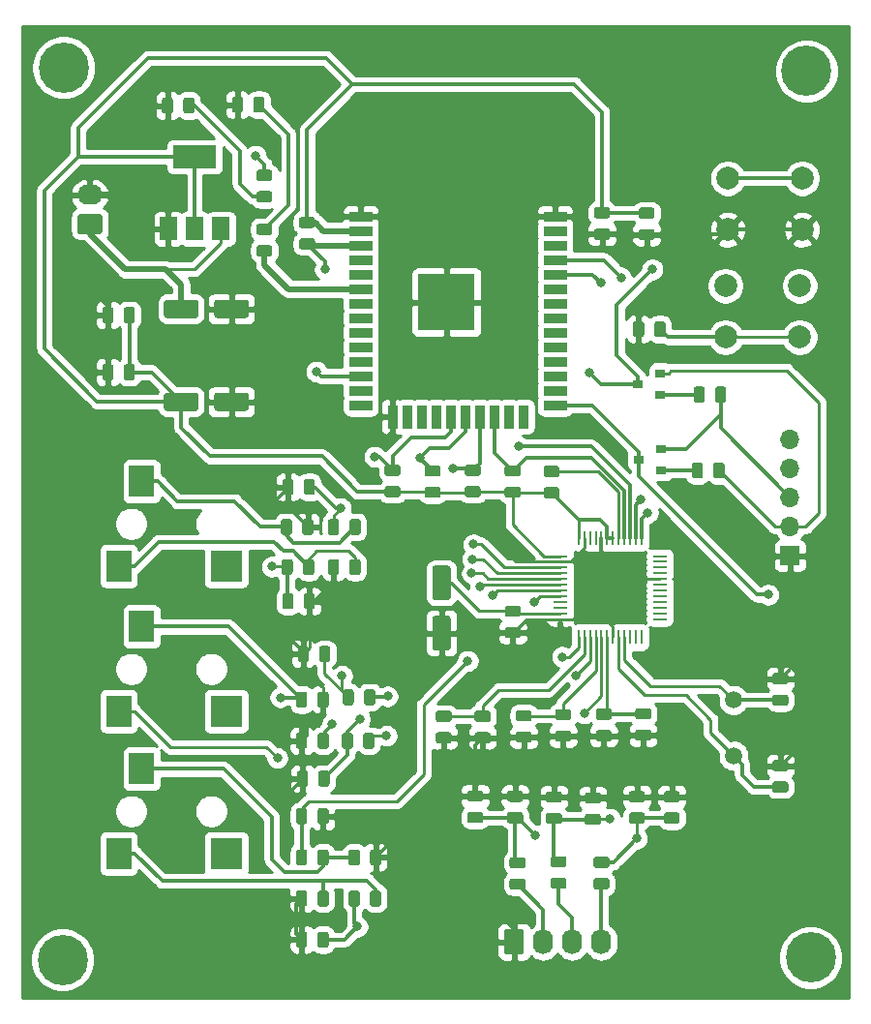
<source format=gbr>
G04 #@! TF.GenerationSoftware,KiCad,Pcbnew,(5.1.5)-3*
G04 #@! TF.CreationDate,2020-06-18T17:13:16-03:00*
G04 #@! TF.ProjectId,Energy_Meter,456e6572-6779-45f4-9d65-7465722e6b69,rev?*
G04 #@! TF.SameCoordinates,Original*
G04 #@! TF.FileFunction,Copper,L1,Top*
G04 #@! TF.FilePolarity,Positive*
%FSLAX46Y46*%
G04 Gerber Fmt 4.6, Leading zero omitted, Abs format (unit mm)*
G04 Created by KiCad (PCBNEW (5.1.5)-3) date 2020-06-18 17:13:16*
%MOMM*%
%LPD*%
G04 APERTURE LIST*
%ADD10C,1.500000*%
%ADD11R,3.800000X2.000000*%
%ADD12R,1.500000X2.000000*%
%ADD13R,5.000000X5.000000*%
%ADD14R,2.000000X0.900000*%
%ADD15R,0.900000X2.000000*%
%ADD16C,0.100000*%
%ADD17R,2.200000X2.800000*%
%ADD18R,2.800000X2.800000*%
%ADD19R,1.300000X0.250000*%
%ADD20R,0.250000X1.300000*%
%ADD21O,2.200000X1.740000*%
%ADD22O,1.740000X2.200000*%
%ADD23R,1.700000X1.700000*%
%ADD24O,1.700000X1.700000*%
%ADD25R,0.900000X0.800000*%
%ADD26C,2.000000*%
%ADD27C,4.400000*%
%ADD28C,0.700000*%
%ADD29C,0.800000*%
%ADD30C,0.500000*%
%ADD31C,0.250000*%
%ADD32C,0.300000*%
%ADD33C,0.254000*%
G04 APERTURE END LIST*
D10*
X140550000Y-118350000D03*
X140550000Y-113470000D03*
D11*
X93412000Y-65946000D03*
D12*
X93412000Y-72246000D03*
X95712000Y-72246000D03*
X91112000Y-72246000D03*
D13*
X115444000Y-78681000D03*
D14*
X107944000Y-71181000D03*
X107944000Y-72451000D03*
X107944000Y-73721000D03*
X107944000Y-74991000D03*
X107944000Y-76261000D03*
X107944000Y-77531000D03*
X107944000Y-78801000D03*
X107944000Y-80071000D03*
X107944000Y-81341000D03*
X107944000Y-82611000D03*
X107944000Y-83881000D03*
X107944000Y-85151000D03*
X107944000Y-86421000D03*
X107944000Y-87691000D03*
D15*
X110729000Y-88691000D03*
X111999000Y-88691000D03*
X113269000Y-88691000D03*
X114539000Y-88691000D03*
X115809000Y-88691000D03*
X117079000Y-88691000D03*
X118349000Y-88691000D03*
X119619000Y-88691000D03*
X120889000Y-88691000D03*
X122159000Y-88691000D03*
D14*
X124944000Y-87691000D03*
X124944000Y-86421000D03*
X124944000Y-85151000D03*
X124944000Y-83881000D03*
X124944000Y-82611000D03*
X124944000Y-81341000D03*
X124944000Y-80071000D03*
X124944000Y-78801000D03*
X124944000Y-77531000D03*
X124944000Y-76261000D03*
X124944000Y-74991000D03*
X124944000Y-73721000D03*
X124944000Y-72451000D03*
X124944000Y-71181000D03*
G04 #@! TA.AperFunction,SMDPad,CuDef*
D16*
G36*
X135630142Y-123313674D02*
G01*
X135653803Y-123317184D01*
X135677007Y-123322996D01*
X135699529Y-123331054D01*
X135721153Y-123341282D01*
X135741670Y-123353579D01*
X135760883Y-123367829D01*
X135778607Y-123383893D01*
X135794671Y-123401617D01*
X135808921Y-123420830D01*
X135821218Y-123441347D01*
X135831446Y-123462971D01*
X135839504Y-123485493D01*
X135845316Y-123508697D01*
X135848826Y-123532358D01*
X135850000Y-123556250D01*
X135850000Y-124043750D01*
X135848826Y-124067642D01*
X135845316Y-124091303D01*
X135839504Y-124114507D01*
X135831446Y-124137029D01*
X135821218Y-124158653D01*
X135808921Y-124179170D01*
X135794671Y-124198383D01*
X135778607Y-124216107D01*
X135760883Y-124232171D01*
X135741670Y-124246421D01*
X135721153Y-124258718D01*
X135699529Y-124268946D01*
X135677007Y-124277004D01*
X135653803Y-124282816D01*
X135630142Y-124286326D01*
X135606250Y-124287500D01*
X134693750Y-124287500D01*
X134669858Y-124286326D01*
X134646197Y-124282816D01*
X134622993Y-124277004D01*
X134600471Y-124268946D01*
X134578847Y-124258718D01*
X134558330Y-124246421D01*
X134539117Y-124232171D01*
X134521393Y-124216107D01*
X134505329Y-124198383D01*
X134491079Y-124179170D01*
X134478782Y-124158653D01*
X134468554Y-124137029D01*
X134460496Y-124114507D01*
X134454684Y-124091303D01*
X134451174Y-124067642D01*
X134450000Y-124043750D01*
X134450000Y-123556250D01*
X134451174Y-123532358D01*
X134454684Y-123508697D01*
X134460496Y-123485493D01*
X134468554Y-123462971D01*
X134478782Y-123441347D01*
X134491079Y-123420830D01*
X134505329Y-123401617D01*
X134521393Y-123383893D01*
X134539117Y-123367829D01*
X134558330Y-123353579D01*
X134578847Y-123341282D01*
X134600471Y-123331054D01*
X134622993Y-123322996D01*
X134646197Y-123317184D01*
X134669858Y-123313674D01*
X134693750Y-123312500D01*
X135606250Y-123312500D01*
X135630142Y-123313674D01*
G37*
G04 #@! TD.AperFunction*
G04 #@! TA.AperFunction,SMDPad,CuDef*
G36*
X135630142Y-121438674D02*
G01*
X135653803Y-121442184D01*
X135677007Y-121447996D01*
X135699529Y-121456054D01*
X135721153Y-121466282D01*
X135741670Y-121478579D01*
X135760883Y-121492829D01*
X135778607Y-121508893D01*
X135794671Y-121526617D01*
X135808921Y-121545830D01*
X135821218Y-121566347D01*
X135831446Y-121587971D01*
X135839504Y-121610493D01*
X135845316Y-121633697D01*
X135848826Y-121657358D01*
X135850000Y-121681250D01*
X135850000Y-122168750D01*
X135848826Y-122192642D01*
X135845316Y-122216303D01*
X135839504Y-122239507D01*
X135831446Y-122262029D01*
X135821218Y-122283653D01*
X135808921Y-122304170D01*
X135794671Y-122323383D01*
X135778607Y-122341107D01*
X135760883Y-122357171D01*
X135741670Y-122371421D01*
X135721153Y-122383718D01*
X135699529Y-122393946D01*
X135677007Y-122402004D01*
X135653803Y-122407816D01*
X135630142Y-122411326D01*
X135606250Y-122412500D01*
X134693750Y-122412500D01*
X134669858Y-122411326D01*
X134646197Y-122407816D01*
X134622993Y-122402004D01*
X134600471Y-122393946D01*
X134578847Y-122383718D01*
X134558330Y-122371421D01*
X134539117Y-122357171D01*
X134521393Y-122341107D01*
X134505329Y-122323383D01*
X134491079Y-122304170D01*
X134478782Y-122283653D01*
X134468554Y-122262029D01*
X134460496Y-122239507D01*
X134454684Y-122216303D01*
X134451174Y-122192642D01*
X134450000Y-122168750D01*
X134450000Y-121681250D01*
X134451174Y-121657358D01*
X134454684Y-121633697D01*
X134460496Y-121610493D01*
X134468554Y-121587971D01*
X134478782Y-121566347D01*
X134491079Y-121545830D01*
X134505329Y-121526617D01*
X134521393Y-121508893D01*
X134539117Y-121492829D01*
X134558330Y-121478579D01*
X134578847Y-121466282D01*
X134600471Y-121456054D01*
X134622993Y-121447996D01*
X134646197Y-121442184D01*
X134669858Y-121438674D01*
X134693750Y-121437500D01*
X135606250Y-121437500D01*
X135630142Y-121438674D01*
G37*
G04 #@! TD.AperFunction*
G04 #@! TA.AperFunction,SMDPad,CuDef*
G36*
X129530142Y-72238674D02*
G01*
X129553803Y-72242184D01*
X129577007Y-72247996D01*
X129599529Y-72256054D01*
X129621153Y-72266282D01*
X129641670Y-72278579D01*
X129660883Y-72292829D01*
X129678607Y-72308893D01*
X129694671Y-72326617D01*
X129708921Y-72345830D01*
X129721218Y-72366347D01*
X129731446Y-72387971D01*
X129739504Y-72410493D01*
X129745316Y-72433697D01*
X129748826Y-72457358D01*
X129750000Y-72481250D01*
X129750000Y-72968750D01*
X129748826Y-72992642D01*
X129745316Y-73016303D01*
X129739504Y-73039507D01*
X129731446Y-73062029D01*
X129721218Y-73083653D01*
X129708921Y-73104170D01*
X129694671Y-73123383D01*
X129678607Y-73141107D01*
X129660883Y-73157171D01*
X129641670Y-73171421D01*
X129621153Y-73183718D01*
X129599529Y-73193946D01*
X129577007Y-73202004D01*
X129553803Y-73207816D01*
X129530142Y-73211326D01*
X129506250Y-73212500D01*
X128593750Y-73212500D01*
X128569858Y-73211326D01*
X128546197Y-73207816D01*
X128522993Y-73202004D01*
X128500471Y-73193946D01*
X128478847Y-73183718D01*
X128458330Y-73171421D01*
X128439117Y-73157171D01*
X128421393Y-73141107D01*
X128405329Y-73123383D01*
X128391079Y-73104170D01*
X128378782Y-73083653D01*
X128368554Y-73062029D01*
X128360496Y-73039507D01*
X128354684Y-73016303D01*
X128351174Y-72992642D01*
X128350000Y-72968750D01*
X128350000Y-72481250D01*
X128351174Y-72457358D01*
X128354684Y-72433697D01*
X128360496Y-72410493D01*
X128368554Y-72387971D01*
X128378782Y-72366347D01*
X128391079Y-72345830D01*
X128405329Y-72326617D01*
X128421393Y-72308893D01*
X128439117Y-72292829D01*
X128458330Y-72278579D01*
X128478847Y-72266282D01*
X128500471Y-72256054D01*
X128522993Y-72247996D01*
X128546197Y-72242184D01*
X128569858Y-72238674D01*
X128593750Y-72237500D01*
X129506250Y-72237500D01*
X129530142Y-72238674D01*
G37*
G04 #@! TD.AperFunction*
G04 #@! TA.AperFunction,SMDPad,CuDef*
G36*
X129530142Y-70363674D02*
G01*
X129553803Y-70367184D01*
X129577007Y-70372996D01*
X129599529Y-70381054D01*
X129621153Y-70391282D01*
X129641670Y-70403579D01*
X129660883Y-70417829D01*
X129678607Y-70433893D01*
X129694671Y-70451617D01*
X129708921Y-70470830D01*
X129721218Y-70491347D01*
X129731446Y-70512971D01*
X129739504Y-70535493D01*
X129745316Y-70558697D01*
X129748826Y-70582358D01*
X129750000Y-70606250D01*
X129750000Y-71093750D01*
X129748826Y-71117642D01*
X129745316Y-71141303D01*
X129739504Y-71164507D01*
X129731446Y-71187029D01*
X129721218Y-71208653D01*
X129708921Y-71229170D01*
X129694671Y-71248383D01*
X129678607Y-71266107D01*
X129660883Y-71282171D01*
X129641670Y-71296421D01*
X129621153Y-71308718D01*
X129599529Y-71318946D01*
X129577007Y-71327004D01*
X129553803Y-71332816D01*
X129530142Y-71336326D01*
X129506250Y-71337500D01*
X128593750Y-71337500D01*
X128569858Y-71336326D01*
X128546197Y-71332816D01*
X128522993Y-71327004D01*
X128500471Y-71318946D01*
X128478847Y-71308718D01*
X128458330Y-71296421D01*
X128439117Y-71282171D01*
X128421393Y-71266107D01*
X128405329Y-71248383D01*
X128391079Y-71229170D01*
X128378782Y-71208653D01*
X128368554Y-71187029D01*
X128360496Y-71164507D01*
X128354684Y-71141303D01*
X128351174Y-71117642D01*
X128350000Y-71093750D01*
X128350000Y-70606250D01*
X128351174Y-70582358D01*
X128354684Y-70558697D01*
X128360496Y-70535493D01*
X128368554Y-70512971D01*
X128378782Y-70491347D01*
X128391079Y-70470830D01*
X128405329Y-70451617D01*
X128421393Y-70433893D01*
X128439117Y-70417829D01*
X128458330Y-70403579D01*
X128478847Y-70391282D01*
X128500471Y-70381054D01*
X128522993Y-70372996D01*
X128546197Y-70367184D01*
X128569858Y-70363674D01*
X128593750Y-70362500D01*
X129506250Y-70362500D01*
X129530142Y-70363674D01*
G37*
G04 #@! TD.AperFunction*
G04 #@! TA.AperFunction,SMDPad,CuDef*
G36*
X115576504Y-106119204D02*
G01*
X115600773Y-106122804D01*
X115624571Y-106128765D01*
X115647671Y-106137030D01*
X115669849Y-106147520D01*
X115690893Y-106160133D01*
X115710598Y-106174747D01*
X115728777Y-106191223D01*
X115745253Y-106209402D01*
X115759867Y-106229107D01*
X115772480Y-106250151D01*
X115782970Y-106272329D01*
X115791235Y-106295429D01*
X115797196Y-106319227D01*
X115800796Y-106343496D01*
X115802000Y-106368000D01*
X115802000Y-108868000D01*
X115800796Y-108892504D01*
X115797196Y-108916773D01*
X115791235Y-108940571D01*
X115782970Y-108963671D01*
X115772480Y-108985849D01*
X115759867Y-109006893D01*
X115745253Y-109026598D01*
X115728777Y-109044777D01*
X115710598Y-109061253D01*
X115690893Y-109075867D01*
X115669849Y-109088480D01*
X115647671Y-109098970D01*
X115624571Y-109107235D01*
X115600773Y-109113196D01*
X115576504Y-109116796D01*
X115552000Y-109118000D01*
X114452000Y-109118000D01*
X114427496Y-109116796D01*
X114403227Y-109113196D01*
X114379429Y-109107235D01*
X114356329Y-109098970D01*
X114334151Y-109088480D01*
X114313107Y-109075867D01*
X114293402Y-109061253D01*
X114275223Y-109044777D01*
X114258747Y-109026598D01*
X114244133Y-109006893D01*
X114231520Y-108985849D01*
X114221030Y-108963671D01*
X114212765Y-108940571D01*
X114206804Y-108916773D01*
X114203204Y-108892504D01*
X114202000Y-108868000D01*
X114202000Y-106368000D01*
X114203204Y-106343496D01*
X114206804Y-106319227D01*
X114212765Y-106295429D01*
X114221030Y-106272329D01*
X114231520Y-106250151D01*
X114244133Y-106229107D01*
X114258747Y-106209402D01*
X114275223Y-106191223D01*
X114293402Y-106174747D01*
X114313107Y-106160133D01*
X114334151Y-106147520D01*
X114356329Y-106137030D01*
X114379429Y-106128765D01*
X114403227Y-106122804D01*
X114427496Y-106119204D01*
X114452000Y-106118000D01*
X115552000Y-106118000D01*
X115576504Y-106119204D01*
G37*
G04 #@! TD.AperFunction*
G04 #@! TA.AperFunction,SMDPad,CuDef*
G36*
X115576504Y-101719204D02*
G01*
X115600773Y-101722804D01*
X115624571Y-101728765D01*
X115647671Y-101737030D01*
X115669849Y-101747520D01*
X115690893Y-101760133D01*
X115710598Y-101774747D01*
X115728777Y-101791223D01*
X115745253Y-101809402D01*
X115759867Y-101829107D01*
X115772480Y-101850151D01*
X115782970Y-101872329D01*
X115791235Y-101895429D01*
X115797196Y-101919227D01*
X115800796Y-101943496D01*
X115802000Y-101968000D01*
X115802000Y-104468000D01*
X115800796Y-104492504D01*
X115797196Y-104516773D01*
X115791235Y-104540571D01*
X115782970Y-104563671D01*
X115772480Y-104585849D01*
X115759867Y-104606893D01*
X115745253Y-104626598D01*
X115728777Y-104644777D01*
X115710598Y-104661253D01*
X115690893Y-104675867D01*
X115669849Y-104688480D01*
X115647671Y-104698970D01*
X115624571Y-104707235D01*
X115600773Y-104713196D01*
X115576504Y-104716796D01*
X115552000Y-104718000D01*
X114452000Y-104718000D01*
X114427496Y-104716796D01*
X114403227Y-104713196D01*
X114379429Y-104707235D01*
X114356329Y-104698970D01*
X114334151Y-104688480D01*
X114313107Y-104675867D01*
X114293402Y-104661253D01*
X114275223Y-104644777D01*
X114258747Y-104626598D01*
X114244133Y-104606893D01*
X114231520Y-104585849D01*
X114221030Y-104563671D01*
X114212765Y-104540571D01*
X114206804Y-104516773D01*
X114203204Y-104492504D01*
X114202000Y-104468000D01*
X114202000Y-101968000D01*
X114203204Y-101943496D01*
X114206804Y-101919227D01*
X114212765Y-101895429D01*
X114221030Y-101872329D01*
X114231520Y-101850151D01*
X114244133Y-101829107D01*
X114258747Y-101809402D01*
X114275223Y-101791223D01*
X114293402Y-101774747D01*
X114313107Y-101760133D01*
X114334151Y-101747520D01*
X114356329Y-101737030D01*
X114379429Y-101728765D01*
X114403227Y-101722804D01*
X114427496Y-101719204D01*
X114452000Y-101718000D01*
X115552000Y-101718000D01*
X115576504Y-101719204D01*
G37*
G04 #@! TD.AperFunction*
G04 #@! TA.AperFunction,SMDPad,CuDef*
G36*
X121724142Y-107087174D02*
G01*
X121747803Y-107090684D01*
X121771007Y-107096496D01*
X121793529Y-107104554D01*
X121815153Y-107114782D01*
X121835670Y-107127079D01*
X121854883Y-107141329D01*
X121872607Y-107157393D01*
X121888671Y-107175117D01*
X121902921Y-107194330D01*
X121915218Y-107214847D01*
X121925446Y-107236471D01*
X121933504Y-107258993D01*
X121939316Y-107282197D01*
X121942826Y-107305858D01*
X121944000Y-107329750D01*
X121944000Y-107817250D01*
X121942826Y-107841142D01*
X121939316Y-107864803D01*
X121933504Y-107888007D01*
X121925446Y-107910529D01*
X121915218Y-107932153D01*
X121902921Y-107952670D01*
X121888671Y-107971883D01*
X121872607Y-107989607D01*
X121854883Y-108005671D01*
X121835670Y-108019921D01*
X121815153Y-108032218D01*
X121793529Y-108042446D01*
X121771007Y-108050504D01*
X121747803Y-108056316D01*
X121724142Y-108059826D01*
X121700250Y-108061000D01*
X120787750Y-108061000D01*
X120763858Y-108059826D01*
X120740197Y-108056316D01*
X120716993Y-108050504D01*
X120694471Y-108042446D01*
X120672847Y-108032218D01*
X120652330Y-108019921D01*
X120633117Y-108005671D01*
X120615393Y-107989607D01*
X120599329Y-107971883D01*
X120585079Y-107952670D01*
X120572782Y-107932153D01*
X120562554Y-107910529D01*
X120554496Y-107888007D01*
X120548684Y-107864803D01*
X120545174Y-107841142D01*
X120544000Y-107817250D01*
X120544000Y-107329750D01*
X120545174Y-107305858D01*
X120548684Y-107282197D01*
X120554496Y-107258993D01*
X120562554Y-107236471D01*
X120572782Y-107214847D01*
X120585079Y-107194330D01*
X120599329Y-107175117D01*
X120615393Y-107157393D01*
X120633117Y-107141329D01*
X120652330Y-107127079D01*
X120672847Y-107114782D01*
X120694471Y-107104554D01*
X120716993Y-107096496D01*
X120740197Y-107090684D01*
X120763858Y-107087174D01*
X120787750Y-107086000D01*
X121700250Y-107086000D01*
X121724142Y-107087174D01*
G37*
G04 #@! TD.AperFunction*
G04 #@! TA.AperFunction,SMDPad,CuDef*
G36*
X121724142Y-105212174D02*
G01*
X121747803Y-105215684D01*
X121771007Y-105221496D01*
X121793529Y-105229554D01*
X121815153Y-105239782D01*
X121835670Y-105252079D01*
X121854883Y-105266329D01*
X121872607Y-105282393D01*
X121888671Y-105300117D01*
X121902921Y-105319330D01*
X121915218Y-105339847D01*
X121925446Y-105361471D01*
X121933504Y-105383993D01*
X121939316Y-105407197D01*
X121942826Y-105430858D01*
X121944000Y-105454750D01*
X121944000Y-105942250D01*
X121942826Y-105966142D01*
X121939316Y-105989803D01*
X121933504Y-106013007D01*
X121925446Y-106035529D01*
X121915218Y-106057153D01*
X121902921Y-106077670D01*
X121888671Y-106096883D01*
X121872607Y-106114607D01*
X121854883Y-106130671D01*
X121835670Y-106144921D01*
X121815153Y-106157218D01*
X121793529Y-106167446D01*
X121771007Y-106175504D01*
X121747803Y-106181316D01*
X121724142Y-106184826D01*
X121700250Y-106186000D01*
X120787750Y-106186000D01*
X120763858Y-106184826D01*
X120740197Y-106181316D01*
X120716993Y-106175504D01*
X120694471Y-106167446D01*
X120672847Y-106157218D01*
X120652330Y-106144921D01*
X120633117Y-106130671D01*
X120615393Y-106114607D01*
X120599329Y-106096883D01*
X120585079Y-106077670D01*
X120572782Y-106057153D01*
X120562554Y-106035529D01*
X120554496Y-106013007D01*
X120548684Y-105989803D01*
X120545174Y-105966142D01*
X120544000Y-105942250D01*
X120544000Y-105454750D01*
X120545174Y-105430858D01*
X120548684Y-105407197D01*
X120554496Y-105383993D01*
X120562554Y-105361471D01*
X120572782Y-105339847D01*
X120585079Y-105319330D01*
X120599329Y-105300117D01*
X120615393Y-105282393D01*
X120633117Y-105266329D01*
X120652330Y-105252079D01*
X120672847Y-105239782D01*
X120694471Y-105229554D01*
X120716993Y-105221496D01*
X120740197Y-105215684D01*
X120763858Y-105212174D01*
X120787750Y-105211000D01*
X121700250Y-105211000D01*
X121724142Y-105212174D01*
G37*
G04 #@! TD.AperFunction*
G04 #@! TA.AperFunction,SMDPad,CuDef*
G36*
X133430142Y-70388674D02*
G01*
X133453803Y-70392184D01*
X133477007Y-70397996D01*
X133499529Y-70406054D01*
X133521153Y-70416282D01*
X133541670Y-70428579D01*
X133560883Y-70442829D01*
X133578607Y-70458893D01*
X133594671Y-70476617D01*
X133608921Y-70495830D01*
X133621218Y-70516347D01*
X133631446Y-70537971D01*
X133639504Y-70560493D01*
X133645316Y-70583697D01*
X133648826Y-70607358D01*
X133650000Y-70631250D01*
X133650000Y-71118750D01*
X133648826Y-71142642D01*
X133645316Y-71166303D01*
X133639504Y-71189507D01*
X133631446Y-71212029D01*
X133621218Y-71233653D01*
X133608921Y-71254170D01*
X133594671Y-71273383D01*
X133578607Y-71291107D01*
X133560883Y-71307171D01*
X133541670Y-71321421D01*
X133521153Y-71333718D01*
X133499529Y-71343946D01*
X133477007Y-71352004D01*
X133453803Y-71357816D01*
X133430142Y-71361326D01*
X133406250Y-71362500D01*
X132493750Y-71362500D01*
X132469858Y-71361326D01*
X132446197Y-71357816D01*
X132422993Y-71352004D01*
X132400471Y-71343946D01*
X132378847Y-71333718D01*
X132358330Y-71321421D01*
X132339117Y-71307171D01*
X132321393Y-71291107D01*
X132305329Y-71273383D01*
X132291079Y-71254170D01*
X132278782Y-71233653D01*
X132268554Y-71212029D01*
X132260496Y-71189507D01*
X132254684Y-71166303D01*
X132251174Y-71142642D01*
X132250000Y-71118750D01*
X132250000Y-70631250D01*
X132251174Y-70607358D01*
X132254684Y-70583697D01*
X132260496Y-70560493D01*
X132268554Y-70537971D01*
X132278782Y-70516347D01*
X132291079Y-70495830D01*
X132305329Y-70476617D01*
X132321393Y-70458893D01*
X132339117Y-70442829D01*
X132358330Y-70428579D01*
X132378847Y-70416282D01*
X132400471Y-70406054D01*
X132422993Y-70397996D01*
X132446197Y-70392184D01*
X132469858Y-70388674D01*
X132493750Y-70387500D01*
X133406250Y-70387500D01*
X133430142Y-70388674D01*
G37*
G04 #@! TD.AperFunction*
G04 #@! TA.AperFunction,SMDPad,CuDef*
G36*
X133430142Y-72263674D02*
G01*
X133453803Y-72267184D01*
X133477007Y-72272996D01*
X133499529Y-72281054D01*
X133521153Y-72291282D01*
X133541670Y-72303579D01*
X133560883Y-72317829D01*
X133578607Y-72333893D01*
X133594671Y-72351617D01*
X133608921Y-72370830D01*
X133621218Y-72391347D01*
X133631446Y-72412971D01*
X133639504Y-72435493D01*
X133645316Y-72458697D01*
X133648826Y-72482358D01*
X133650000Y-72506250D01*
X133650000Y-72993750D01*
X133648826Y-73017642D01*
X133645316Y-73041303D01*
X133639504Y-73064507D01*
X133631446Y-73087029D01*
X133621218Y-73108653D01*
X133608921Y-73129170D01*
X133594671Y-73148383D01*
X133578607Y-73166107D01*
X133560883Y-73182171D01*
X133541670Y-73196421D01*
X133521153Y-73208718D01*
X133499529Y-73218946D01*
X133477007Y-73227004D01*
X133453803Y-73232816D01*
X133430142Y-73236326D01*
X133406250Y-73237500D01*
X132493750Y-73237500D01*
X132469858Y-73236326D01*
X132446197Y-73232816D01*
X132422993Y-73227004D01*
X132400471Y-73218946D01*
X132378847Y-73208718D01*
X132358330Y-73196421D01*
X132339117Y-73182171D01*
X132321393Y-73166107D01*
X132305329Y-73148383D01*
X132291079Y-73129170D01*
X132278782Y-73108653D01*
X132268554Y-73087029D01*
X132260496Y-73064507D01*
X132254684Y-73041303D01*
X132251174Y-73017642D01*
X132250000Y-72993750D01*
X132250000Y-72506250D01*
X132251174Y-72482358D01*
X132254684Y-72458697D01*
X132260496Y-72435493D01*
X132268554Y-72412971D01*
X132278782Y-72391347D01*
X132291079Y-72370830D01*
X132305329Y-72351617D01*
X132321393Y-72333893D01*
X132339117Y-72317829D01*
X132358330Y-72303579D01*
X132378847Y-72291282D01*
X132400471Y-72281054D01*
X132422993Y-72272996D01*
X132446197Y-72267184D01*
X132469858Y-72263674D01*
X132493750Y-72262500D01*
X133406250Y-72262500D01*
X133430142Y-72263674D01*
G37*
G04 #@! TD.AperFunction*
G04 #@! TA.AperFunction,SMDPad,CuDef*
G36*
X97902504Y-78457204D02*
G01*
X97926773Y-78460804D01*
X97950571Y-78466765D01*
X97973671Y-78475030D01*
X97995849Y-78485520D01*
X98016893Y-78498133D01*
X98036598Y-78512747D01*
X98054777Y-78529223D01*
X98071253Y-78547402D01*
X98085867Y-78567107D01*
X98098480Y-78588151D01*
X98108970Y-78610329D01*
X98117235Y-78633429D01*
X98123196Y-78657227D01*
X98126796Y-78681496D01*
X98128000Y-78706000D01*
X98128000Y-79806000D01*
X98126796Y-79830504D01*
X98123196Y-79854773D01*
X98117235Y-79878571D01*
X98108970Y-79901671D01*
X98098480Y-79923849D01*
X98085867Y-79944893D01*
X98071253Y-79964598D01*
X98054777Y-79982777D01*
X98036598Y-79999253D01*
X98016893Y-80013867D01*
X97995849Y-80026480D01*
X97973671Y-80036970D01*
X97950571Y-80045235D01*
X97926773Y-80051196D01*
X97902504Y-80054796D01*
X97878000Y-80056000D01*
X95378000Y-80056000D01*
X95353496Y-80054796D01*
X95329227Y-80051196D01*
X95305429Y-80045235D01*
X95282329Y-80036970D01*
X95260151Y-80026480D01*
X95239107Y-80013867D01*
X95219402Y-79999253D01*
X95201223Y-79982777D01*
X95184747Y-79964598D01*
X95170133Y-79944893D01*
X95157520Y-79923849D01*
X95147030Y-79901671D01*
X95138765Y-79878571D01*
X95132804Y-79854773D01*
X95129204Y-79830504D01*
X95128000Y-79806000D01*
X95128000Y-78706000D01*
X95129204Y-78681496D01*
X95132804Y-78657227D01*
X95138765Y-78633429D01*
X95147030Y-78610329D01*
X95157520Y-78588151D01*
X95170133Y-78567107D01*
X95184747Y-78547402D01*
X95201223Y-78529223D01*
X95219402Y-78512747D01*
X95239107Y-78498133D01*
X95260151Y-78485520D01*
X95282329Y-78475030D01*
X95305429Y-78466765D01*
X95329227Y-78460804D01*
X95353496Y-78457204D01*
X95378000Y-78456000D01*
X97878000Y-78456000D01*
X97902504Y-78457204D01*
G37*
G04 #@! TD.AperFunction*
G04 #@! TA.AperFunction,SMDPad,CuDef*
G36*
X93502504Y-78457204D02*
G01*
X93526773Y-78460804D01*
X93550571Y-78466765D01*
X93573671Y-78475030D01*
X93595849Y-78485520D01*
X93616893Y-78498133D01*
X93636598Y-78512747D01*
X93654777Y-78529223D01*
X93671253Y-78547402D01*
X93685867Y-78567107D01*
X93698480Y-78588151D01*
X93708970Y-78610329D01*
X93717235Y-78633429D01*
X93723196Y-78657227D01*
X93726796Y-78681496D01*
X93728000Y-78706000D01*
X93728000Y-79806000D01*
X93726796Y-79830504D01*
X93723196Y-79854773D01*
X93717235Y-79878571D01*
X93708970Y-79901671D01*
X93698480Y-79923849D01*
X93685867Y-79944893D01*
X93671253Y-79964598D01*
X93654777Y-79982777D01*
X93636598Y-79999253D01*
X93616893Y-80013867D01*
X93595849Y-80026480D01*
X93573671Y-80036970D01*
X93550571Y-80045235D01*
X93526773Y-80051196D01*
X93502504Y-80054796D01*
X93478000Y-80056000D01*
X90978000Y-80056000D01*
X90953496Y-80054796D01*
X90929227Y-80051196D01*
X90905429Y-80045235D01*
X90882329Y-80036970D01*
X90860151Y-80026480D01*
X90839107Y-80013867D01*
X90819402Y-79999253D01*
X90801223Y-79982777D01*
X90784747Y-79964598D01*
X90770133Y-79944893D01*
X90757520Y-79923849D01*
X90747030Y-79901671D01*
X90738765Y-79878571D01*
X90732804Y-79854773D01*
X90729204Y-79830504D01*
X90728000Y-79806000D01*
X90728000Y-78706000D01*
X90729204Y-78681496D01*
X90732804Y-78657227D01*
X90738765Y-78633429D01*
X90747030Y-78610329D01*
X90757520Y-78588151D01*
X90770133Y-78567107D01*
X90784747Y-78547402D01*
X90801223Y-78529223D01*
X90819402Y-78512747D01*
X90839107Y-78498133D01*
X90860151Y-78485520D01*
X90882329Y-78475030D01*
X90905429Y-78466765D01*
X90929227Y-78460804D01*
X90953496Y-78457204D01*
X90978000Y-78456000D01*
X93478000Y-78456000D01*
X93502504Y-78457204D01*
G37*
G04 #@! TD.AperFunction*
G04 #@! TA.AperFunction,SMDPad,CuDef*
G36*
X93502504Y-86585204D02*
G01*
X93526773Y-86588804D01*
X93550571Y-86594765D01*
X93573671Y-86603030D01*
X93595849Y-86613520D01*
X93616893Y-86626133D01*
X93636598Y-86640747D01*
X93654777Y-86657223D01*
X93671253Y-86675402D01*
X93685867Y-86695107D01*
X93698480Y-86716151D01*
X93708970Y-86738329D01*
X93717235Y-86761429D01*
X93723196Y-86785227D01*
X93726796Y-86809496D01*
X93728000Y-86834000D01*
X93728000Y-87934000D01*
X93726796Y-87958504D01*
X93723196Y-87982773D01*
X93717235Y-88006571D01*
X93708970Y-88029671D01*
X93698480Y-88051849D01*
X93685867Y-88072893D01*
X93671253Y-88092598D01*
X93654777Y-88110777D01*
X93636598Y-88127253D01*
X93616893Y-88141867D01*
X93595849Y-88154480D01*
X93573671Y-88164970D01*
X93550571Y-88173235D01*
X93526773Y-88179196D01*
X93502504Y-88182796D01*
X93478000Y-88184000D01*
X90978000Y-88184000D01*
X90953496Y-88182796D01*
X90929227Y-88179196D01*
X90905429Y-88173235D01*
X90882329Y-88164970D01*
X90860151Y-88154480D01*
X90839107Y-88141867D01*
X90819402Y-88127253D01*
X90801223Y-88110777D01*
X90784747Y-88092598D01*
X90770133Y-88072893D01*
X90757520Y-88051849D01*
X90747030Y-88029671D01*
X90738765Y-88006571D01*
X90732804Y-87982773D01*
X90729204Y-87958504D01*
X90728000Y-87934000D01*
X90728000Y-86834000D01*
X90729204Y-86809496D01*
X90732804Y-86785227D01*
X90738765Y-86761429D01*
X90747030Y-86738329D01*
X90757520Y-86716151D01*
X90770133Y-86695107D01*
X90784747Y-86675402D01*
X90801223Y-86657223D01*
X90819402Y-86640747D01*
X90839107Y-86626133D01*
X90860151Y-86613520D01*
X90882329Y-86603030D01*
X90905429Y-86594765D01*
X90929227Y-86588804D01*
X90953496Y-86585204D01*
X90978000Y-86584000D01*
X93478000Y-86584000D01*
X93502504Y-86585204D01*
G37*
G04 #@! TD.AperFunction*
G04 #@! TA.AperFunction,SMDPad,CuDef*
G36*
X97902504Y-86585204D02*
G01*
X97926773Y-86588804D01*
X97950571Y-86594765D01*
X97973671Y-86603030D01*
X97995849Y-86613520D01*
X98016893Y-86626133D01*
X98036598Y-86640747D01*
X98054777Y-86657223D01*
X98071253Y-86675402D01*
X98085867Y-86695107D01*
X98098480Y-86716151D01*
X98108970Y-86738329D01*
X98117235Y-86761429D01*
X98123196Y-86785227D01*
X98126796Y-86809496D01*
X98128000Y-86834000D01*
X98128000Y-87934000D01*
X98126796Y-87958504D01*
X98123196Y-87982773D01*
X98117235Y-88006571D01*
X98108970Y-88029671D01*
X98098480Y-88051849D01*
X98085867Y-88072893D01*
X98071253Y-88092598D01*
X98054777Y-88110777D01*
X98036598Y-88127253D01*
X98016893Y-88141867D01*
X97995849Y-88154480D01*
X97973671Y-88164970D01*
X97950571Y-88173235D01*
X97926773Y-88179196D01*
X97902504Y-88182796D01*
X97878000Y-88184000D01*
X95378000Y-88184000D01*
X95353496Y-88182796D01*
X95329227Y-88179196D01*
X95305429Y-88173235D01*
X95282329Y-88164970D01*
X95260151Y-88154480D01*
X95239107Y-88141867D01*
X95219402Y-88127253D01*
X95201223Y-88110777D01*
X95184747Y-88092598D01*
X95170133Y-88072893D01*
X95157520Y-88051849D01*
X95147030Y-88029671D01*
X95138765Y-88006571D01*
X95132804Y-87982773D01*
X95129204Y-87958504D01*
X95128000Y-87934000D01*
X95128000Y-86834000D01*
X95129204Y-86809496D01*
X95132804Y-86785227D01*
X95138765Y-86761429D01*
X95147030Y-86738329D01*
X95157520Y-86716151D01*
X95170133Y-86695107D01*
X95184747Y-86675402D01*
X95201223Y-86657223D01*
X95219402Y-86640747D01*
X95239107Y-86626133D01*
X95260151Y-86613520D01*
X95282329Y-86603030D01*
X95305429Y-86594765D01*
X95329227Y-86588804D01*
X95353496Y-86585204D01*
X95378000Y-86584000D01*
X97878000Y-86584000D01*
X97902504Y-86585204D01*
G37*
G04 #@! TD.AperFunction*
G04 #@! TA.AperFunction,SMDPad,CuDef*
G36*
X87957142Y-79097174D02*
G01*
X87980803Y-79100684D01*
X88004007Y-79106496D01*
X88026529Y-79114554D01*
X88048153Y-79124782D01*
X88068670Y-79137079D01*
X88087883Y-79151329D01*
X88105607Y-79167393D01*
X88121671Y-79185117D01*
X88135921Y-79204330D01*
X88148218Y-79224847D01*
X88158446Y-79246471D01*
X88166504Y-79268993D01*
X88172316Y-79292197D01*
X88175826Y-79315858D01*
X88177000Y-79339750D01*
X88177000Y-80252250D01*
X88175826Y-80276142D01*
X88172316Y-80299803D01*
X88166504Y-80323007D01*
X88158446Y-80345529D01*
X88148218Y-80367153D01*
X88135921Y-80387670D01*
X88121671Y-80406883D01*
X88105607Y-80424607D01*
X88087883Y-80440671D01*
X88068670Y-80454921D01*
X88048153Y-80467218D01*
X88026529Y-80477446D01*
X88004007Y-80485504D01*
X87980803Y-80491316D01*
X87957142Y-80494826D01*
X87933250Y-80496000D01*
X87445750Y-80496000D01*
X87421858Y-80494826D01*
X87398197Y-80491316D01*
X87374993Y-80485504D01*
X87352471Y-80477446D01*
X87330847Y-80467218D01*
X87310330Y-80454921D01*
X87291117Y-80440671D01*
X87273393Y-80424607D01*
X87257329Y-80406883D01*
X87243079Y-80387670D01*
X87230782Y-80367153D01*
X87220554Y-80345529D01*
X87212496Y-80323007D01*
X87206684Y-80299803D01*
X87203174Y-80276142D01*
X87202000Y-80252250D01*
X87202000Y-79339750D01*
X87203174Y-79315858D01*
X87206684Y-79292197D01*
X87212496Y-79268993D01*
X87220554Y-79246471D01*
X87230782Y-79224847D01*
X87243079Y-79204330D01*
X87257329Y-79185117D01*
X87273393Y-79167393D01*
X87291117Y-79151329D01*
X87310330Y-79137079D01*
X87330847Y-79124782D01*
X87352471Y-79114554D01*
X87374993Y-79106496D01*
X87398197Y-79100684D01*
X87421858Y-79097174D01*
X87445750Y-79096000D01*
X87933250Y-79096000D01*
X87957142Y-79097174D01*
G37*
G04 #@! TD.AperFunction*
G04 #@! TA.AperFunction,SMDPad,CuDef*
G36*
X86082142Y-79097174D02*
G01*
X86105803Y-79100684D01*
X86129007Y-79106496D01*
X86151529Y-79114554D01*
X86173153Y-79124782D01*
X86193670Y-79137079D01*
X86212883Y-79151329D01*
X86230607Y-79167393D01*
X86246671Y-79185117D01*
X86260921Y-79204330D01*
X86273218Y-79224847D01*
X86283446Y-79246471D01*
X86291504Y-79268993D01*
X86297316Y-79292197D01*
X86300826Y-79315858D01*
X86302000Y-79339750D01*
X86302000Y-80252250D01*
X86300826Y-80276142D01*
X86297316Y-80299803D01*
X86291504Y-80323007D01*
X86283446Y-80345529D01*
X86273218Y-80367153D01*
X86260921Y-80387670D01*
X86246671Y-80406883D01*
X86230607Y-80424607D01*
X86212883Y-80440671D01*
X86193670Y-80454921D01*
X86173153Y-80467218D01*
X86151529Y-80477446D01*
X86129007Y-80485504D01*
X86105803Y-80491316D01*
X86082142Y-80494826D01*
X86058250Y-80496000D01*
X85570750Y-80496000D01*
X85546858Y-80494826D01*
X85523197Y-80491316D01*
X85499993Y-80485504D01*
X85477471Y-80477446D01*
X85455847Y-80467218D01*
X85435330Y-80454921D01*
X85416117Y-80440671D01*
X85398393Y-80424607D01*
X85382329Y-80406883D01*
X85368079Y-80387670D01*
X85355782Y-80367153D01*
X85345554Y-80345529D01*
X85337496Y-80323007D01*
X85331684Y-80299803D01*
X85328174Y-80276142D01*
X85327000Y-80252250D01*
X85327000Y-79339750D01*
X85328174Y-79315858D01*
X85331684Y-79292197D01*
X85337496Y-79268993D01*
X85345554Y-79246471D01*
X85355782Y-79224847D01*
X85368079Y-79204330D01*
X85382329Y-79185117D01*
X85398393Y-79167393D01*
X85416117Y-79151329D01*
X85435330Y-79137079D01*
X85455847Y-79124782D01*
X85477471Y-79114554D01*
X85499993Y-79106496D01*
X85523197Y-79100684D01*
X85546858Y-79097174D01*
X85570750Y-79096000D01*
X86058250Y-79096000D01*
X86082142Y-79097174D01*
G37*
G04 #@! TD.AperFunction*
G04 #@! TA.AperFunction,SMDPad,CuDef*
G36*
X86082142Y-84097174D02*
G01*
X86105803Y-84100684D01*
X86129007Y-84106496D01*
X86151529Y-84114554D01*
X86173153Y-84124782D01*
X86193670Y-84137079D01*
X86212883Y-84151329D01*
X86230607Y-84167393D01*
X86246671Y-84185117D01*
X86260921Y-84204330D01*
X86273218Y-84224847D01*
X86283446Y-84246471D01*
X86291504Y-84268993D01*
X86297316Y-84292197D01*
X86300826Y-84315858D01*
X86302000Y-84339750D01*
X86302000Y-85252250D01*
X86300826Y-85276142D01*
X86297316Y-85299803D01*
X86291504Y-85323007D01*
X86283446Y-85345529D01*
X86273218Y-85367153D01*
X86260921Y-85387670D01*
X86246671Y-85406883D01*
X86230607Y-85424607D01*
X86212883Y-85440671D01*
X86193670Y-85454921D01*
X86173153Y-85467218D01*
X86151529Y-85477446D01*
X86129007Y-85485504D01*
X86105803Y-85491316D01*
X86082142Y-85494826D01*
X86058250Y-85496000D01*
X85570750Y-85496000D01*
X85546858Y-85494826D01*
X85523197Y-85491316D01*
X85499993Y-85485504D01*
X85477471Y-85477446D01*
X85455847Y-85467218D01*
X85435330Y-85454921D01*
X85416117Y-85440671D01*
X85398393Y-85424607D01*
X85382329Y-85406883D01*
X85368079Y-85387670D01*
X85355782Y-85367153D01*
X85345554Y-85345529D01*
X85337496Y-85323007D01*
X85331684Y-85299803D01*
X85328174Y-85276142D01*
X85327000Y-85252250D01*
X85327000Y-84339750D01*
X85328174Y-84315858D01*
X85331684Y-84292197D01*
X85337496Y-84268993D01*
X85345554Y-84246471D01*
X85355782Y-84224847D01*
X85368079Y-84204330D01*
X85382329Y-84185117D01*
X85398393Y-84167393D01*
X85416117Y-84151329D01*
X85435330Y-84137079D01*
X85455847Y-84124782D01*
X85477471Y-84114554D01*
X85499993Y-84106496D01*
X85523197Y-84100684D01*
X85546858Y-84097174D01*
X85570750Y-84096000D01*
X86058250Y-84096000D01*
X86082142Y-84097174D01*
G37*
G04 #@! TD.AperFunction*
G04 #@! TA.AperFunction,SMDPad,CuDef*
G36*
X87957142Y-84097174D02*
G01*
X87980803Y-84100684D01*
X88004007Y-84106496D01*
X88026529Y-84114554D01*
X88048153Y-84124782D01*
X88068670Y-84137079D01*
X88087883Y-84151329D01*
X88105607Y-84167393D01*
X88121671Y-84185117D01*
X88135921Y-84204330D01*
X88148218Y-84224847D01*
X88158446Y-84246471D01*
X88166504Y-84268993D01*
X88172316Y-84292197D01*
X88175826Y-84315858D01*
X88177000Y-84339750D01*
X88177000Y-85252250D01*
X88175826Y-85276142D01*
X88172316Y-85299803D01*
X88166504Y-85323007D01*
X88158446Y-85345529D01*
X88148218Y-85367153D01*
X88135921Y-85387670D01*
X88121671Y-85406883D01*
X88105607Y-85424607D01*
X88087883Y-85440671D01*
X88068670Y-85454921D01*
X88048153Y-85467218D01*
X88026529Y-85477446D01*
X88004007Y-85485504D01*
X87980803Y-85491316D01*
X87957142Y-85494826D01*
X87933250Y-85496000D01*
X87445750Y-85496000D01*
X87421858Y-85494826D01*
X87398197Y-85491316D01*
X87374993Y-85485504D01*
X87352471Y-85477446D01*
X87330847Y-85467218D01*
X87310330Y-85454921D01*
X87291117Y-85440671D01*
X87273393Y-85424607D01*
X87257329Y-85406883D01*
X87243079Y-85387670D01*
X87230782Y-85367153D01*
X87220554Y-85345529D01*
X87212496Y-85323007D01*
X87206684Y-85299803D01*
X87203174Y-85276142D01*
X87202000Y-85252250D01*
X87202000Y-84339750D01*
X87203174Y-84315858D01*
X87206684Y-84292197D01*
X87212496Y-84268993D01*
X87220554Y-84246471D01*
X87230782Y-84224847D01*
X87243079Y-84204330D01*
X87257329Y-84185117D01*
X87273393Y-84167393D01*
X87291117Y-84151329D01*
X87310330Y-84137079D01*
X87330847Y-84124782D01*
X87352471Y-84114554D01*
X87374993Y-84106496D01*
X87398197Y-84100684D01*
X87421858Y-84097174D01*
X87445750Y-84096000D01*
X87933250Y-84096000D01*
X87957142Y-84097174D01*
G37*
G04 #@! TD.AperFunction*
G04 #@! TA.AperFunction,SMDPad,CuDef*
G36*
X103711642Y-94137174D02*
G01*
X103735303Y-94140684D01*
X103758507Y-94146496D01*
X103781029Y-94154554D01*
X103802653Y-94164782D01*
X103823170Y-94177079D01*
X103842383Y-94191329D01*
X103860107Y-94207393D01*
X103876171Y-94225117D01*
X103890421Y-94244330D01*
X103902718Y-94264847D01*
X103912946Y-94286471D01*
X103921004Y-94308993D01*
X103926816Y-94332197D01*
X103930326Y-94355858D01*
X103931500Y-94379750D01*
X103931500Y-95292250D01*
X103930326Y-95316142D01*
X103926816Y-95339803D01*
X103921004Y-95363007D01*
X103912946Y-95385529D01*
X103902718Y-95407153D01*
X103890421Y-95427670D01*
X103876171Y-95446883D01*
X103860107Y-95464607D01*
X103842383Y-95480671D01*
X103823170Y-95494921D01*
X103802653Y-95507218D01*
X103781029Y-95517446D01*
X103758507Y-95525504D01*
X103735303Y-95531316D01*
X103711642Y-95534826D01*
X103687750Y-95536000D01*
X103200250Y-95536000D01*
X103176358Y-95534826D01*
X103152697Y-95531316D01*
X103129493Y-95525504D01*
X103106971Y-95517446D01*
X103085347Y-95507218D01*
X103064830Y-95494921D01*
X103045617Y-95480671D01*
X103027893Y-95464607D01*
X103011829Y-95446883D01*
X102997579Y-95427670D01*
X102985282Y-95407153D01*
X102975054Y-95385529D01*
X102966996Y-95363007D01*
X102961184Y-95339803D01*
X102957674Y-95316142D01*
X102956500Y-95292250D01*
X102956500Y-94379750D01*
X102957674Y-94355858D01*
X102961184Y-94332197D01*
X102966996Y-94308993D01*
X102975054Y-94286471D01*
X102985282Y-94264847D01*
X102997579Y-94244330D01*
X103011829Y-94225117D01*
X103027893Y-94207393D01*
X103045617Y-94191329D01*
X103064830Y-94177079D01*
X103085347Y-94164782D01*
X103106971Y-94154554D01*
X103129493Y-94146496D01*
X103152697Y-94140684D01*
X103176358Y-94137174D01*
X103200250Y-94136000D01*
X103687750Y-94136000D01*
X103711642Y-94137174D01*
G37*
G04 #@! TD.AperFunction*
G04 #@! TA.AperFunction,SMDPad,CuDef*
G36*
X101836642Y-94137174D02*
G01*
X101860303Y-94140684D01*
X101883507Y-94146496D01*
X101906029Y-94154554D01*
X101927653Y-94164782D01*
X101948170Y-94177079D01*
X101967383Y-94191329D01*
X101985107Y-94207393D01*
X102001171Y-94225117D01*
X102015421Y-94244330D01*
X102027718Y-94264847D01*
X102037946Y-94286471D01*
X102046004Y-94308993D01*
X102051816Y-94332197D01*
X102055326Y-94355858D01*
X102056500Y-94379750D01*
X102056500Y-95292250D01*
X102055326Y-95316142D01*
X102051816Y-95339803D01*
X102046004Y-95363007D01*
X102037946Y-95385529D01*
X102027718Y-95407153D01*
X102015421Y-95427670D01*
X102001171Y-95446883D01*
X101985107Y-95464607D01*
X101967383Y-95480671D01*
X101948170Y-95494921D01*
X101927653Y-95507218D01*
X101906029Y-95517446D01*
X101883507Y-95525504D01*
X101860303Y-95531316D01*
X101836642Y-95534826D01*
X101812750Y-95536000D01*
X101325250Y-95536000D01*
X101301358Y-95534826D01*
X101277697Y-95531316D01*
X101254493Y-95525504D01*
X101231971Y-95517446D01*
X101210347Y-95507218D01*
X101189830Y-95494921D01*
X101170617Y-95480671D01*
X101152893Y-95464607D01*
X101136829Y-95446883D01*
X101122579Y-95427670D01*
X101110282Y-95407153D01*
X101100054Y-95385529D01*
X101091996Y-95363007D01*
X101086184Y-95339803D01*
X101082674Y-95316142D01*
X101081500Y-95292250D01*
X101081500Y-94379750D01*
X101082674Y-94355858D01*
X101086184Y-94332197D01*
X101091996Y-94308993D01*
X101100054Y-94286471D01*
X101110282Y-94264847D01*
X101122579Y-94244330D01*
X101136829Y-94225117D01*
X101152893Y-94207393D01*
X101170617Y-94191329D01*
X101189830Y-94177079D01*
X101210347Y-94164782D01*
X101231971Y-94154554D01*
X101254493Y-94146496D01*
X101277697Y-94140684D01*
X101301358Y-94137174D01*
X101325250Y-94136000D01*
X101812750Y-94136000D01*
X101836642Y-94137174D01*
G37*
G04 #@! TD.AperFunction*
G04 #@! TA.AperFunction,SMDPad,CuDef*
G36*
X103711642Y-104137174D02*
G01*
X103735303Y-104140684D01*
X103758507Y-104146496D01*
X103781029Y-104154554D01*
X103802653Y-104164782D01*
X103823170Y-104177079D01*
X103842383Y-104191329D01*
X103860107Y-104207393D01*
X103876171Y-104225117D01*
X103890421Y-104244330D01*
X103902718Y-104264847D01*
X103912946Y-104286471D01*
X103921004Y-104308993D01*
X103926816Y-104332197D01*
X103930326Y-104355858D01*
X103931500Y-104379750D01*
X103931500Y-105292250D01*
X103930326Y-105316142D01*
X103926816Y-105339803D01*
X103921004Y-105363007D01*
X103912946Y-105385529D01*
X103902718Y-105407153D01*
X103890421Y-105427670D01*
X103876171Y-105446883D01*
X103860107Y-105464607D01*
X103842383Y-105480671D01*
X103823170Y-105494921D01*
X103802653Y-105507218D01*
X103781029Y-105517446D01*
X103758507Y-105525504D01*
X103735303Y-105531316D01*
X103711642Y-105534826D01*
X103687750Y-105536000D01*
X103200250Y-105536000D01*
X103176358Y-105534826D01*
X103152697Y-105531316D01*
X103129493Y-105525504D01*
X103106971Y-105517446D01*
X103085347Y-105507218D01*
X103064830Y-105494921D01*
X103045617Y-105480671D01*
X103027893Y-105464607D01*
X103011829Y-105446883D01*
X102997579Y-105427670D01*
X102985282Y-105407153D01*
X102975054Y-105385529D01*
X102966996Y-105363007D01*
X102961184Y-105339803D01*
X102957674Y-105316142D01*
X102956500Y-105292250D01*
X102956500Y-104379750D01*
X102957674Y-104355858D01*
X102961184Y-104332197D01*
X102966996Y-104308993D01*
X102975054Y-104286471D01*
X102985282Y-104264847D01*
X102997579Y-104244330D01*
X103011829Y-104225117D01*
X103027893Y-104207393D01*
X103045617Y-104191329D01*
X103064830Y-104177079D01*
X103085347Y-104164782D01*
X103106971Y-104154554D01*
X103129493Y-104146496D01*
X103152697Y-104140684D01*
X103176358Y-104137174D01*
X103200250Y-104136000D01*
X103687750Y-104136000D01*
X103711642Y-104137174D01*
G37*
G04 #@! TD.AperFunction*
G04 #@! TA.AperFunction,SMDPad,CuDef*
G36*
X101836642Y-104137174D02*
G01*
X101860303Y-104140684D01*
X101883507Y-104146496D01*
X101906029Y-104154554D01*
X101927653Y-104164782D01*
X101948170Y-104177079D01*
X101967383Y-104191329D01*
X101985107Y-104207393D01*
X102001171Y-104225117D01*
X102015421Y-104244330D01*
X102027718Y-104264847D01*
X102037946Y-104286471D01*
X102046004Y-104308993D01*
X102051816Y-104332197D01*
X102055326Y-104355858D01*
X102056500Y-104379750D01*
X102056500Y-105292250D01*
X102055326Y-105316142D01*
X102051816Y-105339803D01*
X102046004Y-105363007D01*
X102037946Y-105385529D01*
X102027718Y-105407153D01*
X102015421Y-105427670D01*
X102001171Y-105446883D01*
X101985107Y-105464607D01*
X101967383Y-105480671D01*
X101948170Y-105494921D01*
X101927653Y-105507218D01*
X101906029Y-105517446D01*
X101883507Y-105525504D01*
X101860303Y-105531316D01*
X101836642Y-105534826D01*
X101812750Y-105536000D01*
X101325250Y-105536000D01*
X101301358Y-105534826D01*
X101277697Y-105531316D01*
X101254493Y-105525504D01*
X101231971Y-105517446D01*
X101210347Y-105507218D01*
X101189830Y-105494921D01*
X101170617Y-105480671D01*
X101152893Y-105464607D01*
X101136829Y-105446883D01*
X101122579Y-105427670D01*
X101110282Y-105407153D01*
X101100054Y-105385529D01*
X101091996Y-105363007D01*
X101086184Y-105339803D01*
X101082674Y-105316142D01*
X101081500Y-105292250D01*
X101081500Y-104379750D01*
X101082674Y-104355858D01*
X101086184Y-104332197D01*
X101091996Y-104308993D01*
X101100054Y-104286471D01*
X101110282Y-104264847D01*
X101122579Y-104244330D01*
X101136829Y-104225117D01*
X101152893Y-104207393D01*
X101170617Y-104191329D01*
X101189830Y-104177079D01*
X101210347Y-104164782D01*
X101231971Y-104154554D01*
X101254493Y-104146496D01*
X101277697Y-104140684D01*
X101301358Y-104137174D01*
X101325250Y-104136000D01*
X101812750Y-104136000D01*
X101836642Y-104137174D01*
G37*
G04 #@! TD.AperFunction*
G04 #@! TA.AperFunction,SMDPad,CuDef*
G36*
X128724142Y-121549674D02*
G01*
X128747803Y-121553184D01*
X128771007Y-121558996D01*
X128793529Y-121567054D01*
X128815153Y-121577282D01*
X128835670Y-121589579D01*
X128854883Y-121603829D01*
X128872607Y-121619893D01*
X128888671Y-121637617D01*
X128902921Y-121656830D01*
X128915218Y-121677347D01*
X128925446Y-121698971D01*
X128933504Y-121721493D01*
X128939316Y-121744697D01*
X128942826Y-121768358D01*
X128944000Y-121792250D01*
X128944000Y-122279750D01*
X128942826Y-122303642D01*
X128939316Y-122327303D01*
X128933504Y-122350507D01*
X128925446Y-122373029D01*
X128915218Y-122394653D01*
X128902921Y-122415170D01*
X128888671Y-122434383D01*
X128872607Y-122452107D01*
X128854883Y-122468171D01*
X128835670Y-122482421D01*
X128815153Y-122494718D01*
X128793529Y-122504946D01*
X128771007Y-122513004D01*
X128747803Y-122518816D01*
X128724142Y-122522326D01*
X128700250Y-122523500D01*
X127787750Y-122523500D01*
X127763858Y-122522326D01*
X127740197Y-122518816D01*
X127716993Y-122513004D01*
X127694471Y-122504946D01*
X127672847Y-122494718D01*
X127652330Y-122482421D01*
X127633117Y-122468171D01*
X127615393Y-122452107D01*
X127599329Y-122434383D01*
X127585079Y-122415170D01*
X127572782Y-122394653D01*
X127562554Y-122373029D01*
X127554496Y-122350507D01*
X127548684Y-122327303D01*
X127545174Y-122303642D01*
X127544000Y-122279750D01*
X127544000Y-121792250D01*
X127545174Y-121768358D01*
X127548684Y-121744697D01*
X127554496Y-121721493D01*
X127562554Y-121698971D01*
X127572782Y-121677347D01*
X127585079Y-121656830D01*
X127599329Y-121637617D01*
X127615393Y-121619893D01*
X127633117Y-121603829D01*
X127652330Y-121589579D01*
X127672847Y-121577282D01*
X127694471Y-121567054D01*
X127716993Y-121558996D01*
X127740197Y-121553184D01*
X127763858Y-121549674D01*
X127787750Y-121548500D01*
X128700250Y-121548500D01*
X128724142Y-121549674D01*
G37*
G04 #@! TD.AperFunction*
G04 #@! TA.AperFunction,SMDPad,CuDef*
G36*
X128724142Y-123424674D02*
G01*
X128747803Y-123428184D01*
X128771007Y-123433996D01*
X128793529Y-123442054D01*
X128815153Y-123452282D01*
X128835670Y-123464579D01*
X128854883Y-123478829D01*
X128872607Y-123494893D01*
X128888671Y-123512617D01*
X128902921Y-123531830D01*
X128915218Y-123552347D01*
X128925446Y-123573971D01*
X128933504Y-123596493D01*
X128939316Y-123619697D01*
X128942826Y-123643358D01*
X128944000Y-123667250D01*
X128944000Y-124154750D01*
X128942826Y-124178642D01*
X128939316Y-124202303D01*
X128933504Y-124225507D01*
X128925446Y-124248029D01*
X128915218Y-124269653D01*
X128902921Y-124290170D01*
X128888671Y-124309383D01*
X128872607Y-124327107D01*
X128854883Y-124343171D01*
X128835670Y-124357421D01*
X128815153Y-124369718D01*
X128793529Y-124379946D01*
X128771007Y-124388004D01*
X128747803Y-124393816D01*
X128724142Y-124397326D01*
X128700250Y-124398500D01*
X127787750Y-124398500D01*
X127763858Y-124397326D01*
X127740197Y-124393816D01*
X127716993Y-124388004D01*
X127694471Y-124379946D01*
X127672847Y-124369718D01*
X127652330Y-124357421D01*
X127633117Y-124343171D01*
X127615393Y-124327107D01*
X127599329Y-124309383D01*
X127585079Y-124290170D01*
X127572782Y-124269653D01*
X127562554Y-124248029D01*
X127554496Y-124225507D01*
X127548684Y-124202303D01*
X127545174Y-124178642D01*
X127544000Y-124154750D01*
X127544000Y-123667250D01*
X127545174Y-123643358D01*
X127548684Y-123619697D01*
X127554496Y-123596493D01*
X127562554Y-123573971D01*
X127572782Y-123552347D01*
X127585079Y-123531830D01*
X127599329Y-123512617D01*
X127615393Y-123494893D01*
X127633117Y-123478829D01*
X127652330Y-123464579D01*
X127672847Y-123452282D01*
X127694471Y-123442054D01*
X127716993Y-123433996D01*
X127740197Y-123428184D01*
X127763858Y-123424674D01*
X127787750Y-123423500D01*
X128700250Y-123423500D01*
X128724142Y-123424674D01*
G37*
G04 #@! TD.AperFunction*
G04 #@! TA.AperFunction,SMDPad,CuDef*
G36*
X121924142Y-123287174D02*
G01*
X121947803Y-123290684D01*
X121971007Y-123296496D01*
X121993529Y-123304554D01*
X122015153Y-123314782D01*
X122035670Y-123327079D01*
X122054883Y-123341329D01*
X122072607Y-123357393D01*
X122088671Y-123375117D01*
X122102921Y-123394330D01*
X122115218Y-123414847D01*
X122125446Y-123436471D01*
X122133504Y-123458993D01*
X122139316Y-123482197D01*
X122142826Y-123505858D01*
X122144000Y-123529750D01*
X122144000Y-124017250D01*
X122142826Y-124041142D01*
X122139316Y-124064803D01*
X122133504Y-124088007D01*
X122125446Y-124110529D01*
X122115218Y-124132153D01*
X122102921Y-124152670D01*
X122088671Y-124171883D01*
X122072607Y-124189607D01*
X122054883Y-124205671D01*
X122035670Y-124219921D01*
X122015153Y-124232218D01*
X121993529Y-124242446D01*
X121971007Y-124250504D01*
X121947803Y-124256316D01*
X121924142Y-124259826D01*
X121900250Y-124261000D01*
X120987750Y-124261000D01*
X120963858Y-124259826D01*
X120940197Y-124256316D01*
X120916993Y-124250504D01*
X120894471Y-124242446D01*
X120872847Y-124232218D01*
X120852330Y-124219921D01*
X120833117Y-124205671D01*
X120815393Y-124189607D01*
X120799329Y-124171883D01*
X120785079Y-124152670D01*
X120772782Y-124132153D01*
X120762554Y-124110529D01*
X120754496Y-124088007D01*
X120748684Y-124064803D01*
X120745174Y-124041142D01*
X120744000Y-124017250D01*
X120744000Y-123529750D01*
X120745174Y-123505858D01*
X120748684Y-123482197D01*
X120754496Y-123458993D01*
X120762554Y-123436471D01*
X120772782Y-123414847D01*
X120785079Y-123394330D01*
X120799329Y-123375117D01*
X120815393Y-123357393D01*
X120833117Y-123341329D01*
X120852330Y-123327079D01*
X120872847Y-123314782D01*
X120894471Y-123304554D01*
X120916993Y-123296496D01*
X120940197Y-123290684D01*
X120963858Y-123287174D01*
X120987750Y-123286000D01*
X121900250Y-123286000D01*
X121924142Y-123287174D01*
G37*
G04 #@! TD.AperFunction*
G04 #@! TA.AperFunction,SMDPad,CuDef*
G36*
X121924142Y-121412174D02*
G01*
X121947803Y-121415684D01*
X121971007Y-121421496D01*
X121993529Y-121429554D01*
X122015153Y-121439782D01*
X122035670Y-121452079D01*
X122054883Y-121466329D01*
X122072607Y-121482393D01*
X122088671Y-121500117D01*
X122102921Y-121519330D01*
X122115218Y-121539847D01*
X122125446Y-121561471D01*
X122133504Y-121583993D01*
X122139316Y-121607197D01*
X122142826Y-121630858D01*
X122144000Y-121654750D01*
X122144000Y-122142250D01*
X122142826Y-122166142D01*
X122139316Y-122189803D01*
X122133504Y-122213007D01*
X122125446Y-122235529D01*
X122115218Y-122257153D01*
X122102921Y-122277670D01*
X122088671Y-122296883D01*
X122072607Y-122314607D01*
X122054883Y-122330671D01*
X122035670Y-122344921D01*
X122015153Y-122357218D01*
X121993529Y-122367446D01*
X121971007Y-122375504D01*
X121947803Y-122381316D01*
X121924142Y-122384826D01*
X121900250Y-122386000D01*
X120987750Y-122386000D01*
X120963858Y-122384826D01*
X120940197Y-122381316D01*
X120916993Y-122375504D01*
X120894471Y-122367446D01*
X120872847Y-122357218D01*
X120852330Y-122344921D01*
X120833117Y-122330671D01*
X120815393Y-122314607D01*
X120799329Y-122296883D01*
X120785079Y-122277670D01*
X120772782Y-122257153D01*
X120762554Y-122235529D01*
X120754496Y-122213007D01*
X120748684Y-122189803D01*
X120745174Y-122166142D01*
X120744000Y-122142250D01*
X120744000Y-121654750D01*
X120745174Y-121630858D01*
X120748684Y-121607197D01*
X120754496Y-121583993D01*
X120762554Y-121561471D01*
X120772782Y-121539847D01*
X120785079Y-121519330D01*
X120799329Y-121500117D01*
X120815393Y-121482393D01*
X120833117Y-121466329D01*
X120852330Y-121452079D01*
X120872847Y-121439782D01*
X120894471Y-121429554D01*
X120916993Y-121421496D01*
X120940197Y-121415684D01*
X120963858Y-121412174D01*
X120987750Y-121411000D01*
X121900250Y-121411000D01*
X121924142Y-121412174D01*
G37*
G04 #@! TD.AperFunction*
G04 #@! TA.AperFunction,SMDPad,CuDef*
G36*
X103174142Y-108737174D02*
G01*
X103197803Y-108740684D01*
X103221007Y-108746496D01*
X103243529Y-108754554D01*
X103265153Y-108764782D01*
X103285670Y-108777079D01*
X103304883Y-108791329D01*
X103322607Y-108807393D01*
X103338671Y-108825117D01*
X103352921Y-108844330D01*
X103365218Y-108864847D01*
X103375446Y-108886471D01*
X103383504Y-108908993D01*
X103389316Y-108932197D01*
X103392826Y-108955858D01*
X103394000Y-108979750D01*
X103394000Y-109892250D01*
X103392826Y-109916142D01*
X103389316Y-109939803D01*
X103383504Y-109963007D01*
X103375446Y-109985529D01*
X103365218Y-110007153D01*
X103352921Y-110027670D01*
X103338671Y-110046883D01*
X103322607Y-110064607D01*
X103304883Y-110080671D01*
X103285670Y-110094921D01*
X103265153Y-110107218D01*
X103243529Y-110117446D01*
X103221007Y-110125504D01*
X103197803Y-110131316D01*
X103174142Y-110134826D01*
X103150250Y-110136000D01*
X102662750Y-110136000D01*
X102638858Y-110134826D01*
X102615197Y-110131316D01*
X102591993Y-110125504D01*
X102569471Y-110117446D01*
X102547847Y-110107218D01*
X102527330Y-110094921D01*
X102508117Y-110080671D01*
X102490393Y-110064607D01*
X102474329Y-110046883D01*
X102460079Y-110027670D01*
X102447782Y-110007153D01*
X102437554Y-109985529D01*
X102429496Y-109963007D01*
X102423684Y-109939803D01*
X102420174Y-109916142D01*
X102419000Y-109892250D01*
X102419000Y-108979750D01*
X102420174Y-108955858D01*
X102423684Y-108932197D01*
X102429496Y-108908993D01*
X102437554Y-108886471D01*
X102447782Y-108864847D01*
X102460079Y-108844330D01*
X102474329Y-108825117D01*
X102490393Y-108807393D01*
X102508117Y-108791329D01*
X102527330Y-108777079D01*
X102547847Y-108764782D01*
X102569471Y-108754554D01*
X102591993Y-108746496D01*
X102615197Y-108740684D01*
X102638858Y-108737174D01*
X102662750Y-108736000D01*
X103150250Y-108736000D01*
X103174142Y-108737174D01*
G37*
G04 #@! TD.AperFunction*
G04 #@! TA.AperFunction,SMDPad,CuDef*
G36*
X105049142Y-108737174D02*
G01*
X105072803Y-108740684D01*
X105096007Y-108746496D01*
X105118529Y-108754554D01*
X105140153Y-108764782D01*
X105160670Y-108777079D01*
X105179883Y-108791329D01*
X105197607Y-108807393D01*
X105213671Y-108825117D01*
X105227921Y-108844330D01*
X105240218Y-108864847D01*
X105250446Y-108886471D01*
X105258504Y-108908993D01*
X105264316Y-108932197D01*
X105267826Y-108955858D01*
X105269000Y-108979750D01*
X105269000Y-109892250D01*
X105267826Y-109916142D01*
X105264316Y-109939803D01*
X105258504Y-109963007D01*
X105250446Y-109985529D01*
X105240218Y-110007153D01*
X105227921Y-110027670D01*
X105213671Y-110046883D01*
X105197607Y-110064607D01*
X105179883Y-110080671D01*
X105160670Y-110094921D01*
X105140153Y-110107218D01*
X105118529Y-110117446D01*
X105096007Y-110125504D01*
X105072803Y-110131316D01*
X105049142Y-110134826D01*
X105025250Y-110136000D01*
X104537750Y-110136000D01*
X104513858Y-110134826D01*
X104490197Y-110131316D01*
X104466993Y-110125504D01*
X104444471Y-110117446D01*
X104422847Y-110107218D01*
X104402330Y-110094921D01*
X104383117Y-110080671D01*
X104365393Y-110064607D01*
X104349329Y-110046883D01*
X104335079Y-110027670D01*
X104322782Y-110007153D01*
X104312554Y-109985529D01*
X104304496Y-109963007D01*
X104298684Y-109939803D01*
X104295174Y-109916142D01*
X104294000Y-109892250D01*
X104294000Y-108979750D01*
X104295174Y-108955858D01*
X104298684Y-108932197D01*
X104304496Y-108908993D01*
X104312554Y-108886471D01*
X104322782Y-108864847D01*
X104335079Y-108844330D01*
X104349329Y-108825117D01*
X104365393Y-108807393D01*
X104383117Y-108791329D01*
X104402330Y-108777079D01*
X104422847Y-108764782D01*
X104444471Y-108754554D01*
X104466993Y-108746496D01*
X104490197Y-108740684D01*
X104513858Y-108737174D01*
X104537750Y-108736000D01*
X105025250Y-108736000D01*
X105049142Y-108737174D01*
G37*
G04 #@! TD.AperFunction*
G04 #@! TA.AperFunction,SMDPad,CuDef*
G36*
X104992642Y-119651174D02*
G01*
X105016303Y-119654684D01*
X105039507Y-119660496D01*
X105062029Y-119668554D01*
X105083653Y-119678782D01*
X105104170Y-119691079D01*
X105123383Y-119705329D01*
X105141107Y-119721393D01*
X105157171Y-119739117D01*
X105171421Y-119758330D01*
X105183718Y-119778847D01*
X105193946Y-119800471D01*
X105202004Y-119822993D01*
X105207816Y-119846197D01*
X105211326Y-119869858D01*
X105212500Y-119893750D01*
X105212500Y-120806250D01*
X105211326Y-120830142D01*
X105207816Y-120853803D01*
X105202004Y-120877007D01*
X105193946Y-120899529D01*
X105183718Y-120921153D01*
X105171421Y-120941670D01*
X105157171Y-120960883D01*
X105141107Y-120978607D01*
X105123383Y-120994671D01*
X105104170Y-121008921D01*
X105083653Y-121021218D01*
X105062029Y-121031446D01*
X105039507Y-121039504D01*
X105016303Y-121045316D01*
X104992642Y-121048826D01*
X104968750Y-121050000D01*
X104481250Y-121050000D01*
X104457358Y-121048826D01*
X104433697Y-121045316D01*
X104410493Y-121039504D01*
X104387971Y-121031446D01*
X104366347Y-121021218D01*
X104345830Y-121008921D01*
X104326617Y-120994671D01*
X104308893Y-120978607D01*
X104292829Y-120960883D01*
X104278579Y-120941670D01*
X104266282Y-120921153D01*
X104256054Y-120899529D01*
X104247996Y-120877007D01*
X104242184Y-120853803D01*
X104238674Y-120830142D01*
X104237500Y-120806250D01*
X104237500Y-119893750D01*
X104238674Y-119869858D01*
X104242184Y-119846197D01*
X104247996Y-119822993D01*
X104256054Y-119800471D01*
X104266282Y-119778847D01*
X104278579Y-119758330D01*
X104292829Y-119739117D01*
X104308893Y-119721393D01*
X104326617Y-119705329D01*
X104345830Y-119691079D01*
X104366347Y-119678782D01*
X104387971Y-119668554D01*
X104410493Y-119660496D01*
X104433697Y-119654684D01*
X104457358Y-119651174D01*
X104481250Y-119650000D01*
X104968750Y-119650000D01*
X104992642Y-119651174D01*
G37*
G04 #@! TD.AperFunction*
G04 #@! TA.AperFunction,SMDPad,CuDef*
G36*
X103117642Y-119651174D02*
G01*
X103141303Y-119654684D01*
X103164507Y-119660496D01*
X103187029Y-119668554D01*
X103208653Y-119678782D01*
X103229170Y-119691079D01*
X103248383Y-119705329D01*
X103266107Y-119721393D01*
X103282171Y-119739117D01*
X103296421Y-119758330D01*
X103308718Y-119778847D01*
X103318946Y-119800471D01*
X103327004Y-119822993D01*
X103332816Y-119846197D01*
X103336326Y-119869858D01*
X103337500Y-119893750D01*
X103337500Y-120806250D01*
X103336326Y-120830142D01*
X103332816Y-120853803D01*
X103327004Y-120877007D01*
X103318946Y-120899529D01*
X103308718Y-120921153D01*
X103296421Y-120941670D01*
X103282171Y-120960883D01*
X103266107Y-120978607D01*
X103248383Y-120994671D01*
X103229170Y-121008921D01*
X103208653Y-121021218D01*
X103187029Y-121031446D01*
X103164507Y-121039504D01*
X103141303Y-121045316D01*
X103117642Y-121048826D01*
X103093750Y-121050000D01*
X102606250Y-121050000D01*
X102582358Y-121048826D01*
X102558697Y-121045316D01*
X102535493Y-121039504D01*
X102512971Y-121031446D01*
X102491347Y-121021218D01*
X102470830Y-121008921D01*
X102451617Y-120994671D01*
X102433893Y-120978607D01*
X102417829Y-120960883D01*
X102403579Y-120941670D01*
X102391282Y-120921153D01*
X102381054Y-120899529D01*
X102372996Y-120877007D01*
X102367184Y-120853803D01*
X102363674Y-120830142D01*
X102362500Y-120806250D01*
X102362500Y-119893750D01*
X102363674Y-119869858D01*
X102367184Y-119846197D01*
X102372996Y-119822993D01*
X102381054Y-119800471D01*
X102391282Y-119778847D01*
X102403579Y-119758330D01*
X102417829Y-119739117D01*
X102433893Y-119721393D01*
X102451617Y-119705329D01*
X102470830Y-119691079D01*
X102491347Y-119678782D01*
X102512971Y-119668554D01*
X102535493Y-119660496D01*
X102558697Y-119654684D01*
X102582358Y-119651174D01*
X102606250Y-119650000D01*
X103093750Y-119650000D01*
X103117642Y-119651174D01*
G37*
G04 #@! TD.AperFunction*
G04 #@! TA.AperFunction,SMDPad,CuDef*
G36*
X104911642Y-122937174D02*
G01*
X104935303Y-122940684D01*
X104958507Y-122946496D01*
X104981029Y-122954554D01*
X105002653Y-122964782D01*
X105023170Y-122977079D01*
X105042383Y-122991329D01*
X105060107Y-123007393D01*
X105076171Y-123025117D01*
X105090421Y-123044330D01*
X105102718Y-123064847D01*
X105112946Y-123086471D01*
X105121004Y-123108993D01*
X105126816Y-123132197D01*
X105130326Y-123155858D01*
X105131500Y-123179750D01*
X105131500Y-124092250D01*
X105130326Y-124116142D01*
X105126816Y-124139803D01*
X105121004Y-124163007D01*
X105112946Y-124185529D01*
X105102718Y-124207153D01*
X105090421Y-124227670D01*
X105076171Y-124246883D01*
X105060107Y-124264607D01*
X105042383Y-124280671D01*
X105023170Y-124294921D01*
X105002653Y-124307218D01*
X104981029Y-124317446D01*
X104958507Y-124325504D01*
X104935303Y-124331316D01*
X104911642Y-124334826D01*
X104887750Y-124336000D01*
X104400250Y-124336000D01*
X104376358Y-124334826D01*
X104352697Y-124331316D01*
X104329493Y-124325504D01*
X104306971Y-124317446D01*
X104285347Y-124307218D01*
X104264830Y-124294921D01*
X104245617Y-124280671D01*
X104227893Y-124264607D01*
X104211829Y-124246883D01*
X104197579Y-124227670D01*
X104185282Y-124207153D01*
X104175054Y-124185529D01*
X104166996Y-124163007D01*
X104161184Y-124139803D01*
X104157674Y-124116142D01*
X104156500Y-124092250D01*
X104156500Y-123179750D01*
X104157674Y-123155858D01*
X104161184Y-123132197D01*
X104166996Y-123108993D01*
X104175054Y-123086471D01*
X104185282Y-123064847D01*
X104197579Y-123044330D01*
X104211829Y-123025117D01*
X104227893Y-123007393D01*
X104245617Y-122991329D01*
X104264830Y-122977079D01*
X104285347Y-122964782D01*
X104306971Y-122954554D01*
X104329493Y-122946496D01*
X104352697Y-122940684D01*
X104376358Y-122937174D01*
X104400250Y-122936000D01*
X104887750Y-122936000D01*
X104911642Y-122937174D01*
G37*
G04 #@! TD.AperFunction*
G04 #@! TA.AperFunction,SMDPad,CuDef*
G36*
X103036642Y-122937174D02*
G01*
X103060303Y-122940684D01*
X103083507Y-122946496D01*
X103106029Y-122954554D01*
X103127653Y-122964782D01*
X103148170Y-122977079D01*
X103167383Y-122991329D01*
X103185107Y-123007393D01*
X103201171Y-123025117D01*
X103215421Y-123044330D01*
X103227718Y-123064847D01*
X103237946Y-123086471D01*
X103246004Y-123108993D01*
X103251816Y-123132197D01*
X103255326Y-123155858D01*
X103256500Y-123179750D01*
X103256500Y-124092250D01*
X103255326Y-124116142D01*
X103251816Y-124139803D01*
X103246004Y-124163007D01*
X103237946Y-124185529D01*
X103227718Y-124207153D01*
X103215421Y-124227670D01*
X103201171Y-124246883D01*
X103185107Y-124264607D01*
X103167383Y-124280671D01*
X103148170Y-124294921D01*
X103127653Y-124307218D01*
X103106029Y-124317446D01*
X103083507Y-124325504D01*
X103060303Y-124331316D01*
X103036642Y-124334826D01*
X103012750Y-124336000D01*
X102525250Y-124336000D01*
X102501358Y-124334826D01*
X102477697Y-124331316D01*
X102454493Y-124325504D01*
X102431971Y-124317446D01*
X102410347Y-124307218D01*
X102389830Y-124294921D01*
X102370617Y-124280671D01*
X102352893Y-124264607D01*
X102336829Y-124246883D01*
X102322579Y-124227670D01*
X102310282Y-124207153D01*
X102300054Y-124185529D01*
X102291996Y-124163007D01*
X102286184Y-124139803D01*
X102282674Y-124116142D01*
X102281500Y-124092250D01*
X102281500Y-123179750D01*
X102282674Y-123155858D01*
X102286184Y-123132197D01*
X102291996Y-123108993D01*
X102300054Y-123086471D01*
X102310282Y-123064847D01*
X102322579Y-123044330D01*
X102336829Y-123025117D01*
X102352893Y-123007393D01*
X102370617Y-122991329D01*
X102389830Y-122977079D01*
X102410347Y-122964782D01*
X102431971Y-122954554D01*
X102454493Y-122946496D01*
X102477697Y-122940684D01*
X102501358Y-122937174D01*
X102525250Y-122936000D01*
X103012750Y-122936000D01*
X103036642Y-122937174D01*
G37*
G04 #@! TD.AperFunction*
G04 #@! TA.AperFunction,SMDPad,CuDef*
G36*
X103036642Y-133737174D02*
G01*
X103060303Y-133740684D01*
X103083507Y-133746496D01*
X103106029Y-133754554D01*
X103127653Y-133764782D01*
X103148170Y-133777079D01*
X103167383Y-133791329D01*
X103185107Y-133807393D01*
X103201171Y-133825117D01*
X103215421Y-133844330D01*
X103227718Y-133864847D01*
X103237946Y-133886471D01*
X103246004Y-133908993D01*
X103251816Y-133932197D01*
X103255326Y-133955858D01*
X103256500Y-133979750D01*
X103256500Y-134892250D01*
X103255326Y-134916142D01*
X103251816Y-134939803D01*
X103246004Y-134963007D01*
X103237946Y-134985529D01*
X103227718Y-135007153D01*
X103215421Y-135027670D01*
X103201171Y-135046883D01*
X103185107Y-135064607D01*
X103167383Y-135080671D01*
X103148170Y-135094921D01*
X103127653Y-135107218D01*
X103106029Y-135117446D01*
X103083507Y-135125504D01*
X103060303Y-135131316D01*
X103036642Y-135134826D01*
X103012750Y-135136000D01*
X102525250Y-135136000D01*
X102501358Y-135134826D01*
X102477697Y-135131316D01*
X102454493Y-135125504D01*
X102431971Y-135117446D01*
X102410347Y-135107218D01*
X102389830Y-135094921D01*
X102370617Y-135080671D01*
X102352893Y-135064607D01*
X102336829Y-135046883D01*
X102322579Y-135027670D01*
X102310282Y-135007153D01*
X102300054Y-134985529D01*
X102291996Y-134963007D01*
X102286184Y-134939803D01*
X102282674Y-134916142D01*
X102281500Y-134892250D01*
X102281500Y-133979750D01*
X102282674Y-133955858D01*
X102286184Y-133932197D01*
X102291996Y-133908993D01*
X102300054Y-133886471D01*
X102310282Y-133864847D01*
X102322579Y-133844330D01*
X102336829Y-133825117D01*
X102352893Y-133807393D01*
X102370617Y-133791329D01*
X102389830Y-133777079D01*
X102410347Y-133764782D01*
X102431971Y-133754554D01*
X102454493Y-133746496D01*
X102477697Y-133740684D01*
X102501358Y-133737174D01*
X102525250Y-133736000D01*
X103012750Y-133736000D01*
X103036642Y-133737174D01*
G37*
G04 #@! TD.AperFunction*
G04 #@! TA.AperFunction,SMDPad,CuDef*
G36*
X104911642Y-133737174D02*
G01*
X104935303Y-133740684D01*
X104958507Y-133746496D01*
X104981029Y-133754554D01*
X105002653Y-133764782D01*
X105023170Y-133777079D01*
X105042383Y-133791329D01*
X105060107Y-133807393D01*
X105076171Y-133825117D01*
X105090421Y-133844330D01*
X105102718Y-133864847D01*
X105112946Y-133886471D01*
X105121004Y-133908993D01*
X105126816Y-133932197D01*
X105130326Y-133955858D01*
X105131500Y-133979750D01*
X105131500Y-134892250D01*
X105130326Y-134916142D01*
X105126816Y-134939803D01*
X105121004Y-134963007D01*
X105112946Y-134985529D01*
X105102718Y-135007153D01*
X105090421Y-135027670D01*
X105076171Y-135046883D01*
X105060107Y-135064607D01*
X105042383Y-135080671D01*
X105023170Y-135094921D01*
X105002653Y-135107218D01*
X104981029Y-135117446D01*
X104958507Y-135125504D01*
X104935303Y-135131316D01*
X104911642Y-135134826D01*
X104887750Y-135136000D01*
X104400250Y-135136000D01*
X104376358Y-135134826D01*
X104352697Y-135131316D01*
X104329493Y-135125504D01*
X104306971Y-135117446D01*
X104285347Y-135107218D01*
X104264830Y-135094921D01*
X104245617Y-135080671D01*
X104227893Y-135064607D01*
X104211829Y-135046883D01*
X104197579Y-135027670D01*
X104185282Y-135007153D01*
X104175054Y-134985529D01*
X104166996Y-134963007D01*
X104161184Y-134939803D01*
X104157674Y-134916142D01*
X104156500Y-134892250D01*
X104156500Y-133979750D01*
X104157674Y-133955858D01*
X104161184Y-133932197D01*
X104166996Y-133908993D01*
X104175054Y-133886471D01*
X104185282Y-133864847D01*
X104197579Y-133844330D01*
X104211829Y-133825117D01*
X104227893Y-133807393D01*
X104245617Y-133791329D01*
X104264830Y-133777079D01*
X104285347Y-133764782D01*
X104306971Y-133754554D01*
X104329493Y-133746496D01*
X104352697Y-133740684D01*
X104376358Y-133737174D01*
X104400250Y-133736000D01*
X104887750Y-133736000D01*
X104911642Y-133737174D01*
G37*
G04 #@! TD.AperFunction*
G04 #@! TA.AperFunction,SMDPad,CuDef*
G36*
X119080142Y-114413674D02*
G01*
X119103803Y-114417184D01*
X119127007Y-114422996D01*
X119149529Y-114431054D01*
X119171153Y-114441282D01*
X119191670Y-114453579D01*
X119210883Y-114467829D01*
X119228607Y-114483893D01*
X119244671Y-114501617D01*
X119258921Y-114520830D01*
X119271218Y-114541347D01*
X119281446Y-114562971D01*
X119289504Y-114585493D01*
X119295316Y-114608697D01*
X119298826Y-114632358D01*
X119300000Y-114656250D01*
X119300000Y-115143750D01*
X119298826Y-115167642D01*
X119295316Y-115191303D01*
X119289504Y-115214507D01*
X119281446Y-115237029D01*
X119271218Y-115258653D01*
X119258921Y-115279170D01*
X119244671Y-115298383D01*
X119228607Y-115316107D01*
X119210883Y-115332171D01*
X119191670Y-115346421D01*
X119171153Y-115358718D01*
X119149529Y-115368946D01*
X119127007Y-115377004D01*
X119103803Y-115382816D01*
X119080142Y-115386326D01*
X119056250Y-115387500D01*
X118143750Y-115387500D01*
X118119858Y-115386326D01*
X118096197Y-115382816D01*
X118072993Y-115377004D01*
X118050471Y-115368946D01*
X118028847Y-115358718D01*
X118008330Y-115346421D01*
X117989117Y-115332171D01*
X117971393Y-115316107D01*
X117955329Y-115298383D01*
X117941079Y-115279170D01*
X117928782Y-115258653D01*
X117918554Y-115237029D01*
X117910496Y-115214507D01*
X117904684Y-115191303D01*
X117901174Y-115167642D01*
X117900000Y-115143750D01*
X117900000Y-114656250D01*
X117901174Y-114632358D01*
X117904684Y-114608697D01*
X117910496Y-114585493D01*
X117918554Y-114562971D01*
X117928782Y-114541347D01*
X117941079Y-114520830D01*
X117955329Y-114501617D01*
X117971393Y-114483893D01*
X117989117Y-114467829D01*
X118008330Y-114453579D01*
X118028847Y-114441282D01*
X118050471Y-114431054D01*
X118072993Y-114422996D01*
X118096197Y-114417184D01*
X118119858Y-114413674D01*
X118143750Y-114412500D01*
X119056250Y-114412500D01*
X119080142Y-114413674D01*
G37*
G04 #@! TD.AperFunction*
G04 #@! TA.AperFunction,SMDPad,CuDef*
G36*
X119080142Y-116288674D02*
G01*
X119103803Y-116292184D01*
X119127007Y-116297996D01*
X119149529Y-116306054D01*
X119171153Y-116316282D01*
X119191670Y-116328579D01*
X119210883Y-116342829D01*
X119228607Y-116358893D01*
X119244671Y-116376617D01*
X119258921Y-116395830D01*
X119271218Y-116416347D01*
X119281446Y-116437971D01*
X119289504Y-116460493D01*
X119295316Y-116483697D01*
X119298826Y-116507358D01*
X119300000Y-116531250D01*
X119300000Y-117018750D01*
X119298826Y-117042642D01*
X119295316Y-117066303D01*
X119289504Y-117089507D01*
X119281446Y-117112029D01*
X119271218Y-117133653D01*
X119258921Y-117154170D01*
X119244671Y-117173383D01*
X119228607Y-117191107D01*
X119210883Y-117207171D01*
X119191670Y-117221421D01*
X119171153Y-117233718D01*
X119149529Y-117243946D01*
X119127007Y-117252004D01*
X119103803Y-117257816D01*
X119080142Y-117261326D01*
X119056250Y-117262500D01*
X118143750Y-117262500D01*
X118119858Y-117261326D01*
X118096197Y-117257816D01*
X118072993Y-117252004D01*
X118050471Y-117243946D01*
X118028847Y-117233718D01*
X118008330Y-117221421D01*
X117989117Y-117207171D01*
X117971393Y-117191107D01*
X117955329Y-117173383D01*
X117941079Y-117154170D01*
X117928782Y-117133653D01*
X117918554Y-117112029D01*
X117910496Y-117089507D01*
X117904684Y-117066303D01*
X117901174Y-117042642D01*
X117900000Y-117018750D01*
X117900000Y-116531250D01*
X117901174Y-116507358D01*
X117904684Y-116483697D01*
X117910496Y-116460493D01*
X117918554Y-116437971D01*
X117928782Y-116416347D01*
X117941079Y-116395830D01*
X117955329Y-116376617D01*
X117971393Y-116358893D01*
X117989117Y-116342829D01*
X118008330Y-116328579D01*
X118028847Y-116316282D01*
X118050471Y-116306054D01*
X118072993Y-116297996D01*
X118096197Y-116292184D01*
X118119858Y-116288674D01*
X118143750Y-116287500D01*
X119056250Y-116287500D01*
X119080142Y-116288674D01*
G37*
G04 #@! TD.AperFunction*
G04 #@! TA.AperFunction,SMDPad,CuDef*
G36*
X126130142Y-114263674D02*
G01*
X126153803Y-114267184D01*
X126177007Y-114272996D01*
X126199529Y-114281054D01*
X126221153Y-114291282D01*
X126241670Y-114303579D01*
X126260883Y-114317829D01*
X126278607Y-114333893D01*
X126294671Y-114351617D01*
X126308921Y-114370830D01*
X126321218Y-114391347D01*
X126331446Y-114412971D01*
X126339504Y-114435493D01*
X126345316Y-114458697D01*
X126348826Y-114482358D01*
X126350000Y-114506250D01*
X126350000Y-114993750D01*
X126348826Y-115017642D01*
X126345316Y-115041303D01*
X126339504Y-115064507D01*
X126331446Y-115087029D01*
X126321218Y-115108653D01*
X126308921Y-115129170D01*
X126294671Y-115148383D01*
X126278607Y-115166107D01*
X126260883Y-115182171D01*
X126241670Y-115196421D01*
X126221153Y-115208718D01*
X126199529Y-115218946D01*
X126177007Y-115227004D01*
X126153803Y-115232816D01*
X126130142Y-115236326D01*
X126106250Y-115237500D01*
X125193750Y-115237500D01*
X125169858Y-115236326D01*
X125146197Y-115232816D01*
X125122993Y-115227004D01*
X125100471Y-115218946D01*
X125078847Y-115208718D01*
X125058330Y-115196421D01*
X125039117Y-115182171D01*
X125021393Y-115166107D01*
X125005329Y-115148383D01*
X124991079Y-115129170D01*
X124978782Y-115108653D01*
X124968554Y-115087029D01*
X124960496Y-115064507D01*
X124954684Y-115041303D01*
X124951174Y-115017642D01*
X124950000Y-114993750D01*
X124950000Y-114506250D01*
X124951174Y-114482358D01*
X124954684Y-114458697D01*
X124960496Y-114435493D01*
X124968554Y-114412971D01*
X124978782Y-114391347D01*
X124991079Y-114370830D01*
X125005329Y-114351617D01*
X125021393Y-114333893D01*
X125039117Y-114317829D01*
X125058330Y-114303579D01*
X125078847Y-114291282D01*
X125100471Y-114281054D01*
X125122993Y-114272996D01*
X125146197Y-114267184D01*
X125169858Y-114263674D01*
X125193750Y-114262500D01*
X126106250Y-114262500D01*
X126130142Y-114263674D01*
G37*
G04 #@! TD.AperFunction*
G04 #@! TA.AperFunction,SMDPad,CuDef*
G36*
X126130142Y-116138674D02*
G01*
X126153803Y-116142184D01*
X126177007Y-116147996D01*
X126199529Y-116156054D01*
X126221153Y-116166282D01*
X126241670Y-116178579D01*
X126260883Y-116192829D01*
X126278607Y-116208893D01*
X126294671Y-116226617D01*
X126308921Y-116245830D01*
X126321218Y-116266347D01*
X126331446Y-116287971D01*
X126339504Y-116310493D01*
X126345316Y-116333697D01*
X126348826Y-116357358D01*
X126350000Y-116381250D01*
X126350000Y-116868750D01*
X126348826Y-116892642D01*
X126345316Y-116916303D01*
X126339504Y-116939507D01*
X126331446Y-116962029D01*
X126321218Y-116983653D01*
X126308921Y-117004170D01*
X126294671Y-117023383D01*
X126278607Y-117041107D01*
X126260883Y-117057171D01*
X126241670Y-117071421D01*
X126221153Y-117083718D01*
X126199529Y-117093946D01*
X126177007Y-117102004D01*
X126153803Y-117107816D01*
X126130142Y-117111326D01*
X126106250Y-117112500D01*
X125193750Y-117112500D01*
X125169858Y-117111326D01*
X125146197Y-117107816D01*
X125122993Y-117102004D01*
X125100471Y-117093946D01*
X125078847Y-117083718D01*
X125058330Y-117071421D01*
X125039117Y-117057171D01*
X125021393Y-117041107D01*
X125005329Y-117023383D01*
X124991079Y-117004170D01*
X124978782Y-116983653D01*
X124968554Y-116962029D01*
X124960496Y-116939507D01*
X124954684Y-116916303D01*
X124951174Y-116892642D01*
X124950000Y-116868750D01*
X124950000Y-116381250D01*
X124951174Y-116357358D01*
X124954684Y-116333697D01*
X124960496Y-116310493D01*
X124968554Y-116287971D01*
X124978782Y-116266347D01*
X124991079Y-116245830D01*
X125005329Y-116226617D01*
X125021393Y-116208893D01*
X125039117Y-116192829D01*
X125058330Y-116178579D01*
X125078847Y-116166282D01*
X125100471Y-116156054D01*
X125122993Y-116147996D01*
X125146197Y-116142184D01*
X125169858Y-116138674D01*
X125193750Y-116137500D01*
X126106250Y-116137500D01*
X126130142Y-116138674D01*
G37*
G04 #@! TD.AperFunction*
G04 #@! TA.AperFunction,SMDPad,CuDef*
G36*
X133130142Y-114188674D02*
G01*
X133153803Y-114192184D01*
X133177007Y-114197996D01*
X133199529Y-114206054D01*
X133221153Y-114216282D01*
X133241670Y-114228579D01*
X133260883Y-114242829D01*
X133278607Y-114258893D01*
X133294671Y-114276617D01*
X133308921Y-114295830D01*
X133321218Y-114316347D01*
X133331446Y-114337971D01*
X133339504Y-114360493D01*
X133345316Y-114383697D01*
X133348826Y-114407358D01*
X133350000Y-114431250D01*
X133350000Y-114918750D01*
X133348826Y-114942642D01*
X133345316Y-114966303D01*
X133339504Y-114989507D01*
X133331446Y-115012029D01*
X133321218Y-115033653D01*
X133308921Y-115054170D01*
X133294671Y-115073383D01*
X133278607Y-115091107D01*
X133260883Y-115107171D01*
X133241670Y-115121421D01*
X133221153Y-115133718D01*
X133199529Y-115143946D01*
X133177007Y-115152004D01*
X133153803Y-115157816D01*
X133130142Y-115161326D01*
X133106250Y-115162500D01*
X132193750Y-115162500D01*
X132169858Y-115161326D01*
X132146197Y-115157816D01*
X132122993Y-115152004D01*
X132100471Y-115143946D01*
X132078847Y-115133718D01*
X132058330Y-115121421D01*
X132039117Y-115107171D01*
X132021393Y-115091107D01*
X132005329Y-115073383D01*
X131991079Y-115054170D01*
X131978782Y-115033653D01*
X131968554Y-115012029D01*
X131960496Y-114989507D01*
X131954684Y-114966303D01*
X131951174Y-114942642D01*
X131950000Y-114918750D01*
X131950000Y-114431250D01*
X131951174Y-114407358D01*
X131954684Y-114383697D01*
X131960496Y-114360493D01*
X131968554Y-114337971D01*
X131978782Y-114316347D01*
X131991079Y-114295830D01*
X132005329Y-114276617D01*
X132021393Y-114258893D01*
X132039117Y-114242829D01*
X132058330Y-114228579D01*
X132078847Y-114216282D01*
X132100471Y-114206054D01*
X132122993Y-114197996D01*
X132146197Y-114192184D01*
X132169858Y-114188674D01*
X132193750Y-114187500D01*
X133106250Y-114187500D01*
X133130142Y-114188674D01*
G37*
G04 #@! TD.AperFunction*
G04 #@! TA.AperFunction,SMDPad,CuDef*
G36*
X133130142Y-116063674D02*
G01*
X133153803Y-116067184D01*
X133177007Y-116072996D01*
X133199529Y-116081054D01*
X133221153Y-116091282D01*
X133241670Y-116103579D01*
X133260883Y-116117829D01*
X133278607Y-116133893D01*
X133294671Y-116151617D01*
X133308921Y-116170830D01*
X133321218Y-116191347D01*
X133331446Y-116212971D01*
X133339504Y-116235493D01*
X133345316Y-116258697D01*
X133348826Y-116282358D01*
X133350000Y-116306250D01*
X133350000Y-116793750D01*
X133348826Y-116817642D01*
X133345316Y-116841303D01*
X133339504Y-116864507D01*
X133331446Y-116887029D01*
X133321218Y-116908653D01*
X133308921Y-116929170D01*
X133294671Y-116948383D01*
X133278607Y-116966107D01*
X133260883Y-116982171D01*
X133241670Y-116996421D01*
X133221153Y-117008718D01*
X133199529Y-117018946D01*
X133177007Y-117027004D01*
X133153803Y-117032816D01*
X133130142Y-117036326D01*
X133106250Y-117037500D01*
X132193750Y-117037500D01*
X132169858Y-117036326D01*
X132146197Y-117032816D01*
X132122993Y-117027004D01*
X132100471Y-117018946D01*
X132078847Y-117008718D01*
X132058330Y-116996421D01*
X132039117Y-116982171D01*
X132021393Y-116966107D01*
X132005329Y-116948383D01*
X131991079Y-116929170D01*
X131978782Y-116908653D01*
X131968554Y-116887029D01*
X131960496Y-116864507D01*
X131954684Y-116841303D01*
X131951174Y-116817642D01*
X131950000Y-116793750D01*
X131950000Y-116306250D01*
X131951174Y-116282358D01*
X131954684Y-116258697D01*
X131960496Y-116235493D01*
X131968554Y-116212971D01*
X131978782Y-116191347D01*
X131991079Y-116170830D01*
X132005329Y-116151617D01*
X132021393Y-116133893D01*
X132039117Y-116117829D01*
X132058330Y-116103579D01*
X132078847Y-116091282D01*
X132100471Y-116081054D01*
X132122993Y-116072996D01*
X132146197Y-116067184D01*
X132169858Y-116063674D01*
X132193750Y-116062500D01*
X133106250Y-116062500D01*
X133130142Y-116063674D01*
G37*
G04 #@! TD.AperFunction*
G04 #@! TA.AperFunction,SMDPad,CuDef*
G36*
X145130142Y-118726174D02*
G01*
X145153803Y-118729684D01*
X145177007Y-118735496D01*
X145199529Y-118743554D01*
X145221153Y-118753782D01*
X145241670Y-118766079D01*
X145260883Y-118780329D01*
X145278607Y-118796393D01*
X145294671Y-118814117D01*
X145308921Y-118833330D01*
X145321218Y-118853847D01*
X145331446Y-118875471D01*
X145339504Y-118897993D01*
X145345316Y-118921197D01*
X145348826Y-118944858D01*
X145350000Y-118968750D01*
X145350000Y-119456250D01*
X145348826Y-119480142D01*
X145345316Y-119503803D01*
X145339504Y-119527007D01*
X145331446Y-119549529D01*
X145321218Y-119571153D01*
X145308921Y-119591670D01*
X145294671Y-119610883D01*
X145278607Y-119628607D01*
X145260883Y-119644671D01*
X145241670Y-119658921D01*
X145221153Y-119671218D01*
X145199529Y-119681446D01*
X145177007Y-119689504D01*
X145153803Y-119695316D01*
X145130142Y-119698826D01*
X145106250Y-119700000D01*
X144193750Y-119700000D01*
X144169858Y-119698826D01*
X144146197Y-119695316D01*
X144122993Y-119689504D01*
X144100471Y-119681446D01*
X144078847Y-119671218D01*
X144058330Y-119658921D01*
X144039117Y-119644671D01*
X144021393Y-119628607D01*
X144005329Y-119610883D01*
X143991079Y-119591670D01*
X143978782Y-119571153D01*
X143968554Y-119549529D01*
X143960496Y-119527007D01*
X143954684Y-119503803D01*
X143951174Y-119480142D01*
X143950000Y-119456250D01*
X143950000Y-118968750D01*
X143951174Y-118944858D01*
X143954684Y-118921197D01*
X143960496Y-118897993D01*
X143968554Y-118875471D01*
X143978782Y-118853847D01*
X143991079Y-118833330D01*
X144005329Y-118814117D01*
X144021393Y-118796393D01*
X144039117Y-118780329D01*
X144058330Y-118766079D01*
X144078847Y-118753782D01*
X144100471Y-118743554D01*
X144122993Y-118735496D01*
X144146197Y-118729684D01*
X144169858Y-118726174D01*
X144193750Y-118725000D01*
X145106250Y-118725000D01*
X145130142Y-118726174D01*
G37*
G04 #@! TD.AperFunction*
G04 #@! TA.AperFunction,SMDPad,CuDef*
G36*
X145130142Y-120601174D02*
G01*
X145153803Y-120604684D01*
X145177007Y-120610496D01*
X145199529Y-120618554D01*
X145221153Y-120628782D01*
X145241670Y-120641079D01*
X145260883Y-120655329D01*
X145278607Y-120671393D01*
X145294671Y-120689117D01*
X145308921Y-120708330D01*
X145321218Y-120728847D01*
X145331446Y-120750471D01*
X145339504Y-120772993D01*
X145345316Y-120796197D01*
X145348826Y-120819858D01*
X145350000Y-120843750D01*
X145350000Y-121331250D01*
X145348826Y-121355142D01*
X145345316Y-121378803D01*
X145339504Y-121402007D01*
X145331446Y-121424529D01*
X145321218Y-121446153D01*
X145308921Y-121466670D01*
X145294671Y-121485883D01*
X145278607Y-121503607D01*
X145260883Y-121519671D01*
X145241670Y-121533921D01*
X145221153Y-121546218D01*
X145199529Y-121556446D01*
X145177007Y-121564504D01*
X145153803Y-121570316D01*
X145130142Y-121573826D01*
X145106250Y-121575000D01*
X144193750Y-121575000D01*
X144169858Y-121573826D01*
X144146197Y-121570316D01*
X144122993Y-121564504D01*
X144100471Y-121556446D01*
X144078847Y-121546218D01*
X144058330Y-121533921D01*
X144039117Y-121519671D01*
X144021393Y-121503607D01*
X144005329Y-121485883D01*
X143991079Y-121466670D01*
X143978782Y-121446153D01*
X143968554Y-121424529D01*
X143960496Y-121402007D01*
X143954684Y-121378803D01*
X143951174Y-121355142D01*
X143950000Y-121331250D01*
X143950000Y-120843750D01*
X143951174Y-120819858D01*
X143954684Y-120796197D01*
X143960496Y-120772993D01*
X143968554Y-120750471D01*
X143978782Y-120728847D01*
X143991079Y-120708330D01*
X144005329Y-120689117D01*
X144021393Y-120671393D01*
X144039117Y-120655329D01*
X144058330Y-120641079D01*
X144078847Y-120628782D01*
X144100471Y-120618554D01*
X144122993Y-120610496D01*
X144146197Y-120604684D01*
X144169858Y-120601174D01*
X144193750Y-120600000D01*
X145106250Y-120600000D01*
X145130142Y-120601174D01*
G37*
G04 #@! TD.AperFunction*
G04 #@! TA.AperFunction,SMDPad,CuDef*
G36*
X145130142Y-111113674D02*
G01*
X145153803Y-111117184D01*
X145177007Y-111122996D01*
X145199529Y-111131054D01*
X145221153Y-111141282D01*
X145241670Y-111153579D01*
X145260883Y-111167829D01*
X145278607Y-111183893D01*
X145294671Y-111201617D01*
X145308921Y-111220830D01*
X145321218Y-111241347D01*
X145331446Y-111262971D01*
X145339504Y-111285493D01*
X145345316Y-111308697D01*
X145348826Y-111332358D01*
X145350000Y-111356250D01*
X145350000Y-111843750D01*
X145348826Y-111867642D01*
X145345316Y-111891303D01*
X145339504Y-111914507D01*
X145331446Y-111937029D01*
X145321218Y-111958653D01*
X145308921Y-111979170D01*
X145294671Y-111998383D01*
X145278607Y-112016107D01*
X145260883Y-112032171D01*
X145241670Y-112046421D01*
X145221153Y-112058718D01*
X145199529Y-112068946D01*
X145177007Y-112077004D01*
X145153803Y-112082816D01*
X145130142Y-112086326D01*
X145106250Y-112087500D01*
X144193750Y-112087500D01*
X144169858Y-112086326D01*
X144146197Y-112082816D01*
X144122993Y-112077004D01*
X144100471Y-112068946D01*
X144078847Y-112058718D01*
X144058330Y-112046421D01*
X144039117Y-112032171D01*
X144021393Y-112016107D01*
X144005329Y-111998383D01*
X143991079Y-111979170D01*
X143978782Y-111958653D01*
X143968554Y-111937029D01*
X143960496Y-111914507D01*
X143954684Y-111891303D01*
X143951174Y-111867642D01*
X143950000Y-111843750D01*
X143950000Y-111356250D01*
X143951174Y-111332358D01*
X143954684Y-111308697D01*
X143960496Y-111285493D01*
X143968554Y-111262971D01*
X143978782Y-111241347D01*
X143991079Y-111220830D01*
X144005329Y-111201617D01*
X144021393Y-111183893D01*
X144039117Y-111167829D01*
X144058330Y-111153579D01*
X144078847Y-111141282D01*
X144100471Y-111131054D01*
X144122993Y-111122996D01*
X144146197Y-111117184D01*
X144169858Y-111113674D01*
X144193750Y-111112500D01*
X145106250Y-111112500D01*
X145130142Y-111113674D01*
G37*
G04 #@! TD.AperFunction*
G04 #@! TA.AperFunction,SMDPad,CuDef*
G36*
X145130142Y-112988674D02*
G01*
X145153803Y-112992184D01*
X145177007Y-112997996D01*
X145199529Y-113006054D01*
X145221153Y-113016282D01*
X145241670Y-113028579D01*
X145260883Y-113042829D01*
X145278607Y-113058893D01*
X145294671Y-113076617D01*
X145308921Y-113095830D01*
X145321218Y-113116347D01*
X145331446Y-113137971D01*
X145339504Y-113160493D01*
X145345316Y-113183697D01*
X145348826Y-113207358D01*
X145350000Y-113231250D01*
X145350000Y-113718750D01*
X145348826Y-113742642D01*
X145345316Y-113766303D01*
X145339504Y-113789507D01*
X145331446Y-113812029D01*
X145321218Y-113833653D01*
X145308921Y-113854170D01*
X145294671Y-113873383D01*
X145278607Y-113891107D01*
X145260883Y-113907171D01*
X145241670Y-113921421D01*
X145221153Y-113933718D01*
X145199529Y-113943946D01*
X145177007Y-113952004D01*
X145153803Y-113957816D01*
X145130142Y-113961326D01*
X145106250Y-113962500D01*
X144193750Y-113962500D01*
X144169858Y-113961326D01*
X144146197Y-113957816D01*
X144122993Y-113952004D01*
X144100471Y-113943946D01*
X144078847Y-113933718D01*
X144058330Y-113921421D01*
X144039117Y-113907171D01*
X144021393Y-113891107D01*
X144005329Y-113873383D01*
X143991079Y-113854170D01*
X143978782Y-113833653D01*
X143968554Y-113812029D01*
X143960496Y-113789507D01*
X143954684Y-113766303D01*
X143951174Y-113742642D01*
X143950000Y-113718750D01*
X143950000Y-113231250D01*
X143951174Y-113207358D01*
X143954684Y-113183697D01*
X143960496Y-113160493D01*
X143968554Y-113137971D01*
X143978782Y-113116347D01*
X143991079Y-113095830D01*
X144005329Y-113076617D01*
X144021393Y-113058893D01*
X144039117Y-113042829D01*
X144058330Y-113028579D01*
X144078847Y-113016282D01*
X144100471Y-113006054D01*
X144122993Y-112997996D01*
X144146197Y-112992184D01*
X144169858Y-112988674D01*
X144193750Y-112987500D01*
X145106250Y-112987500D01*
X145130142Y-112988674D01*
G37*
G04 #@! TD.AperFunction*
D17*
X88764000Y-94352000D03*
X86764000Y-101752000D03*
D18*
X96164000Y-101752000D03*
X96164000Y-114452000D03*
D17*
X86764000Y-114452000D03*
X88764000Y-107052000D03*
D19*
X125394000Y-100886000D03*
X125394000Y-101386000D03*
X125394000Y-101886000D03*
X125394000Y-102386000D03*
X125394000Y-102886000D03*
X125394000Y-103386000D03*
X125394000Y-103886000D03*
X125394000Y-104386000D03*
X125394000Y-104886000D03*
X125394000Y-105386000D03*
X125394000Y-105886000D03*
X125394000Y-106386000D03*
D20*
X126994000Y-107986000D03*
X127494000Y-107986000D03*
X127994000Y-107986000D03*
X128494000Y-107986000D03*
X128994000Y-107986000D03*
X129494000Y-107986000D03*
X129994000Y-107986000D03*
X130494000Y-107986000D03*
X130994000Y-107986000D03*
X131494000Y-107986000D03*
X131994000Y-107986000D03*
X132494000Y-107986000D03*
D19*
X134094000Y-106386000D03*
X134094000Y-105886000D03*
X134094000Y-105386000D03*
X134094000Y-104886000D03*
X134094000Y-104386000D03*
X134094000Y-103886000D03*
X134094000Y-103386000D03*
X134094000Y-102886000D03*
X134094000Y-102386000D03*
X134094000Y-101886000D03*
X134094000Y-101386000D03*
X134094000Y-100886000D03*
D20*
X132494000Y-99286000D03*
X131994000Y-99286000D03*
X131494000Y-99286000D03*
X130994000Y-99286000D03*
X130494000Y-99286000D03*
X129994000Y-99286000D03*
X129494000Y-99286000D03*
X128994000Y-99286000D03*
X128494000Y-99286000D03*
X127994000Y-99286000D03*
X127494000Y-99286000D03*
X126994000Y-99286000D03*
D17*
X88764000Y-119498000D03*
X86764000Y-126898000D03*
D18*
X96164000Y-126898000D03*
G04 #@! TA.AperFunction,ComponentPad*
D16*
G36*
X85118505Y-70967204D02*
G01*
X85142773Y-70970804D01*
X85166572Y-70976765D01*
X85189671Y-70985030D01*
X85211850Y-70995520D01*
X85232893Y-71008132D01*
X85252599Y-71022747D01*
X85270777Y-71039223D01*
X85287253Y-71057401D01*
X85301868Y-71077107D01*
X85314480Y-71098150D01*
X85324970Y-71120329D01*
X85333235Y-71143428D01*
X85339196Y-71167227D01*
X85342796Y-71191495D01*
X85344000Y-71215999D01*
X85344000Y-72456001D01*
X85342796Y-72480505D01*
X85339196Y-72504773D01*
X85333235Y-72528572D01*
X85324970Y-72551671D01*
X85314480Y-72573850D01*
X85301868Y-72594893D01*
X85287253Y-72614599D01*
X85270777Y-72632777D01*
X85252599Y-72649253D01*
X85232893Y-72663868D01*
X85211850Y-72676480D01*
X85189671Y-72686970D01*
X85166572Y-72695235D01*
X85142773Y-72701196D01*
X85118505Y-72704796D01*
X85094001Y-72706000D01*
X83393999Y-72706000D01*
X83369495Y-72704796D01*
X83345227Y-72701196D01*
X83321428Y-72695235D01*
X83298329Y-72686970D01*
X83276150Y-72676480D01*
X83255107Y-72663868D01*
X83235401Y-72649253D01*
X83217223Y-72632777D01*
X83200747Y-72614599D01*
X83186132Y-72594893D01*
X83173520Y-72573850D01*
X83163030Y-72551671D01*
X83154765Y-72528572D01*
X83148804Y-72504773D01*
X83145204Y-72480505D01*
X83144000Y-72456001D01*
X83144000Y-71215999D01*
X83145204Y-71191495D01*
X83148804Y-71167227D01*
X83154765Y-71143428D01*
X83163030Y-71120329D01*
X83173520Y-71098150D01*
X83186132Y-71077107D01*
X83200747Y-71057401D01*
X83217223Y-71039223D01*
X83235401Y-71022747D01*
X83255107Y-71008132D01*
X83276150Y-70995520D01*
X83298329Y-70985030D01*
X83321428Y-70976765D01*
X83345227Y-70970804D01*
X83369495Y-70967204D01*
X83393999Y-70966000D01*
X85094001Y-70966000D01*
X85118505Y-70967204D01*
G37*
G04 #@! TD.AperFunction*
D21*
X84244000Y-69296000D03*
G04 #@! TA.AperFunction,ComponentPad*
D16*
G36*
X121996505Y-133529204D02*
G01*
X122020773Y-133532804D01*
X122044572Y-133538765D01*
X122067671Y-133547030D01*
X122089850Y-133557520D01*
X122110893Y-133570132D01*
X122130599Y-133584747D01*
X122148777Y-133601223D01*
X122165253Y-133619401D01*
X122179868Y-133639107D01*
X122192480Y-133660150D01*
X122202970Y-133682329D01*
X122211235Y-133705428D01*
X122217196Y-133729227D01*
X122220796Y-133753495D01*
X122222000Y-133777999D01*
X122222000Y-135478001D01*
X122220796Y-135502505D01*
X122217196Y-135526773D01*
X122211235Y-135550572D01*
X122202970Y-135573671D01*
X122192480Y-135595850D01*
X122179868Y-135616893D01*
X122165253Y-135636599D01*
X122148777Y-135654777D01*
X122130599Y-135671253D01*
X122110893Y-135685868D01*
X122089850Y-135698480D01*
X122067671Y-135708970D01*
X122044572Y-135717235D01*
X122020773Y-135723196D01*
X121996505Y-135726796D01*
X121972001Y-135728000D01*
X120731999Y-135728000D01*
X120707495Y-135726796D01*
X120683227Y-135723196D01*
X120659428Y-135717235D01*
X120636329Y-135708970D01*
X120614150Y-135698480D01*
X120593107Y-135685868D01*
X120573401Y-135671253D01*
X120555223Y-135654777D01*
X120538747Y-135636599D01*
X120524132Y-135616893D01*
X120511520Y-135595850D01*
X120501030Y-135573671D01*
X120492765Y-135550572D01*
X120486804Y-135526773D01*
X120483204Y-135502505D01*
X120482000Y-135478001D01*
X120482000Y-133777999D01*
X120483204Y-133753495D01*
X120486804Y-133729227D01*
X120492765Y-133705428D01*
X120501030Y-133682329D01*
X120511520Y-133660150D01*
X120524132Y-133639107D01*
X120538747Y-133619401D01*
X120555223Y-133601223D01*
X120573401Y-133584747D01*
X120593107Y-133570132D01*
X120614150Y-133557520D01*
X120636329Y-133547030D01*
X120659428Y-133538765D01*
X120683227Y-133532804D01*
X120707495Y-133529204D01*
X120731999Y-133528000D01*
X121972001Y-133528000D01*
X121996505Y-133529204D01*
G37*
G04 #@! TD.AperFunction*
D22*
X123892000Y-134628000D03*
X126432000Y-134628000D03*
X128972000Y-134628000D03*
D23*
X145500000Y-100850000D03*
D24*
X145500000Y-98310000D03*
X145500000Y-95770000D03*
X145500000Y-93230000D03*
X145500000Y-90690000D03*
D25*
X132144000Y-85836000D03*
X134144000Y-84886000D03*
X134144000Y-86786000D03*
X134244000Y-93386000D03*
X134244000Y-91486000D03*
X132244000Y-92436000D03*
G04 #@! TA.AperFunction,SMDPad,CuDef*
D16*
G36*
X118208142Y-92887674D02*
G01*
X118231803Y-92891184D01*
X118255007Y-92896996D01*
X118277529Y-92905054D01*
X118299153Y-92915282D01*
X118319670Y-92927579D01*
X118338883Y-92941829D01*
X118356607Y-92957893D01*
X118372671Y-92975617D01*
X118386921Y-92994830D01*
X118399218Y-93015347D01*
X118409446Y-93036971D01*
X118417504Y-93059493D01*
X118423316Y-93082697D01*
X118426826Y-93106358D01*
X118428000Y-93130250D01*
X118428000Y-93617750D01*
X118426826Y-93641642D01*
X118423316Y-93665303D01*
X118417504Y-93688507D01*
X118409446Y-93711029D01*
X118399218Y-93732653D01*
X118386921Y-93753170D01*
X118372671Y-93772383D01*
X118356607Y-93790107D01*
X118338883Y-93806171D01*
X118319670Y-93820421D01*
X118299153Y-93832718D01*
X118277529Y-93842946D01*
X118255007Y-93851004D01*
X118231803Y-93856816D01*
X118208142Y-93860326D01*
X118184250Y-93861500D01*
X117271750Y-93861500D01*
X117247858Y-93860326D01*
X117224197Y-93856816D01*
X117200993Y-93851004D01*
X117178471Y-93842946D01*
X117156847Y-93832718D01*
X117136330Y-93820421D01*
X117117117Y-93806171D01*
X117099393Y-93790107D01*
X117083329Y-93772383D01*
X117069079Y-93753170D01*
X117056782Y-93732653D01*
X117046554Y-93711029D01*
X117038496Y-93688507D01*
X117032684Y-93665303D01*
X117029174Y-93641642D01*
X117028000Y-93617750D01*
X117028000Y-93130250D01*
X117029174Y-93106358D01*
X117032684Y-93082697D01*
X117038496Y-93059493D01*
X117046554Y-93036971D01*
X117056782Y-93015347D01*
X117069079Y-92994830D01*
X117083329Y-92975617D01*
X117099393Y-92957893D01*
X117117117Y-92941829D01*
X117136330Y-92927579D01*
X117156847Y-92915282D01*
X117178471Y-92905054D01*
X117200993Y-92896996D01*
X117224197Y-92891184D01*
X117247858Y-92887674D01*
X117271750Y-92886500D01*
X118184250Y-92886500D01*
X118208142Y-92887674D01*
G37*
G04 #@! TD.AperFunction*
G04 #@! TA.AperFunction,SMDPad,CuDef*
G36*
X118208142Y-94762674D02*
G01*
X118231803Y-94766184D01*
X118255007Y-94771996D01*
X118277529Y-94780054D01*
X118299153Y-94790282D01*
X118319670Y-94802579D01*
X118338883Y-94816829D01*
X118356607Y-94832893D01*
X118372671Y-94850617D01*
X118386921Y-94869830D01*
X118399218Y-94890347D01*
X118409446Y-94911971D01*
X118417504Y-94934493D01*
X118423316Y-94957697D01*
X118426826Y-94981358D01*
X118428000Y-95005250D01*
X118428000Y-95492750D01*
X118426826Y-95516642D01*
X118423316Y-95540303D01*
X118417504Y-95563507D01*
X118409446Y-95586029D01*
X118399218Y-95607653D01*
X118386921Y-95628170D01*
X118372671Y-95647383D01*
X118356607Y-95665107D01*
X118338883Y-95681171D01*
X118319670Y-95695421D01*
X118299153Y-95707718D01*
X118277529Y-95717946D01*
X118255007Y-95726004D01*
X118231803Y-95731816D01*
X118208142Y-95735326D01*
X118184250Y-95736500D01*
X117271750Y-95736500D01*
X117247858Y-95735326D01*
X117224197Y-95731816D01*
X117200993Y-95726004D01*
X117178471Y-95717946D01*
X117156847Y-95707718D01*
X117136330Y-95695421D01*
X117117117Y-95681171D01*
X117099393Y-95665107D01*
X117083329Y-95647383D01*
X117069079Y-95628170D01*
X117056782Y-95607653D01*
X117046554Y-95586029D01*
X117038496Y-95563507D01*
X117032684Y-95540303D01*
X117029174Y-95516642D01*
X117028000Y-95492750D01*
X117028000Y-95005250D01*
X117029174Y-94981358D01*
X117032684Y-94957697D01*
X117038496Y-94934493D01*
X117046554Y-94911971D01*
X117056782Y-94890347D01*
X117069079Y-94869830D01*
X117083329Y-94850617D01*
X117099393Y-94832893D01*
X117117117Y-94816829D01*
X117136330Y-94802579D01*
X117156847Y-94790282D01*
X117178471Y-94780054D01*
X117200993Y-94771996D01*
X117224197Y-94766184D01*
X117247858Y-94762674D01*
X117271750Y-94761500D01*
X118184250Y-94761500D01*
X118208142Y-94762674D01*
G37*
G04 #@! TD.AperFunction*
G04 #@! TA.AperFunction,SMDPad,CuDef*
G36*
X121708142Y-94825174D02*
G01*
X121731803Y-94828684D01*
X121755007Y-94834496D01*
X121777529Y-94842554D01*
X121799153Y-94852782D01*
X121819670Y-94865079D01*
X121838883Y-94879329D01*
X121856607Y-94895393D01*
X121872671Y-94913117D01*
X121886921Y-94932330D01*
X121899218Y-94952847D01*
X121909446Y-94974471D01*
X121917504Y-94996993D01*
X121923316Y-95020197D01*
X121926826Y-95043858D01*
X121928000Y-95067750D01*
X121928000Y-95555250D01*
X121926826Y-95579142D01*
X121923316Y-95602803D01*
X121917504Y-95626007D01*
X121909446Y-95648529D01*
X121899218Y-95670153D01*
X121886921Y-95690670D01*
X121872671Y-95709883D01*
X121856607Y-95727607D01*
X121838883Y-95743671D01*
X121819670Y-95757921D01*
X121799153Y-95770218D01*
X121777529Y-95780446D01*
X121755007Y-95788504D01*
X121731803Y-95794316D01*
X121708142Y-95797826D01*
X121684250Y-95799000D01*
X120771750Y-95799000D01*
X120747858Y-95797826D01*
X120724197Y-95794316D01*
X120700993Y-95788504D01*
X120678471Y-95780446D01*
X120656847Y-95770218D01*
X120636330Y-95757921D01*
X120617117Y-95743671D01*
X120599393Y-95727607D01*
X120583329Y-95709883D01*
X120569079Y-95690670D01*
X120556782Y-95670153D01*
X120546554Y-95648529D01*
X120538496Y-95626007D01*
X120532684Y-95602803D01*
X120529174Y-95579142D01*
X120528000Y-95555250D01*
X120528000Y-95067750D01*
X120529174Y-95043858D01*
X120532684Y-95020197D01*
X120538496Y-94996993D01*
X120546554Y-94974471D01*
X120556782Y-94952847D01*
X120569079Y-94932330D01*
X120583329Y-94913117D01*
X120599393Y-94895393D01*
X120617117Y-94879329D01*
X120636330Y-94865079D01*
X120656847Y-94852782D01*
X120678471Y-94842554D01*
X120700993Y-94834496D01*
X120724197Y-94828684D01*
X120747858Y-94825174D01*
X120771750Y-94824000D01*
X121684250Y-94824000D01*
X121708142Y-94825174D01*
G37*
G04 #@! TD.AperFunction*
G04 #@! TA.AperFunction,SMDPad,CuDef*
G36*
X121708142Y-92950174D02*
G01*
X121731803Y-92953684D01*
X121755007Y-92959496D01*
X121777529Y-92967554D01*
X121799153Y-92977782D01*
X121819670Y-92990079D01*
X121838883Y-93004329D01*
X121856607Y-93020393D01*
X121872671Y-93038117D01*
X121886921Y-93057330D01*
X121899218Y-93077847D01*
X121909446Y-93099471D01*
X121917504Y-93121993D01*
X121923316Y-93145197D01*
X121926826Y-93168858D01*
X121928000Y-93192750D01*
X121928000Y-93680250D01*
X121926826Y-93704142D01*
X121923316Y-93727803D01*
X121917504Y-93751007D01*
X121909446Y-93773529D01*
X121899218Y-93795153D01*
X121886921Y-93815670D01*
X121872671Y-93834883D01*
X121856607Y-93852607D01*
X121838883Y-93868671D01*
X121819670Y-93882921D01*
X121799153Y-93895218D01*
X121777529Y-93905446D01*
X121755007Y-93913504D01*
X121731803Y-93919316D01*
X121708142Y-93922826D01*
X121684250Y-93924000D01*
X120771750Y-93924000D01*
X120747858Y-93922826D01*
X120724197Y-93919316D01*
X120700993Y-93913504D01*
X120678471Y-93905446D01*
X120656847Y-93895218D01*
X120636330Y-93882921D01*
X120617117Y-93868671D01*
X120599393Y-93852607D01*
X120583329Y-93834883D01*
X120569079Y-93815670D01*
X120556782Y-93795153D01*
X120546554Y-93773529D01*
X120538496Y-93751007D01*
X120532684Y-93727803D01*
X120529174Y-93704142D01*
X120528000Y-93680250D01*
X120528000Y-93192750D01*
X120529174Y-93168858D01*
X120532684Y-93145197D01*
X120538496Y-93121993D01*
X120546554Y-93099471D01*
X120556782Y-93077847D01*
X120569079Y-93057330D01*
X120583329Y-93038117D01*
X120599393Y-93020393D01*
X120617117Y-93004329D01*
X120636330Y-92990079D01*
X120656847Y-92977782D01*
X120678471Y-92967554D01*
X120700993Y-92959496D01*
X120724197Y-92953684D01*
X120747858Y-92950174D01*
X120771750Y-92949000D01*
X121684250Y-92949000D01*
X121708142Y-92950174D01*
G37*
G04 #@! TD.AperFunction*
G04 #@! TA.AperFunction,SMDPad,CuDef*
G36*
X114708142Y-92950174D02*
G01*
X114731803Y-92953684D01*
X114755007Y-92959496D01*
X114777529Y-92967554D01*
X114799153Y-92977782D01*
X114819670Y-92990079D01*
X114838883Y-93004329D01*
X114856607Y-93020393D01*
X114872671Y-93038117D01*
X114886921Y-93057330D01*
X114899218Y-93077847D01*
X114909446Y-93099471D01*
X114917504Y-93121993D01*
X114923316Y-93145197D01*
X114926826Y-93168858D01*
X114928000Y-93192750D01*
X114928000Y-93680250D01*
X114926826Y-93704142D01*
X114923316Y-93727803D01*
X114917504Y-93751007D01*
X114909446Y-93773529D01*
X114899218Y-93795153D01*
X114886921Y-93815670D01*
X114872671Y-93834883D01*
X114856607Y-93852607D01*
X114838883Y-93868671D01*
X114819670Y-93882921D01*
X114799153Y-93895218D01*
X114777529Y-93905446D01*
X114755007Y-93913504D01*
X114731803Y-93919316D01*
X114708142Y-93922826D01*
X114684250Y-93924000D01*
X113771750Y-93924000D01*
X113747858Y-93922826D01*
X113724197Y-93919316D01*
X113700993Y-93913504D01*
X113678471Y-93905446D01*
X113656847Y-93895218D01*
X113636330Y-93882921D01*
X113617117Y-93868671D01*
X113599393Y-93852607D01*
X113583329Y-93834883D01*
X113569079Y-93815670D01*
X113556782Y-93795153D01*
X113546554Y-93773529D01*
X113538496Y-93751007D01*
X113532684Y-93727803D01*
X113529174Y-93704142D01*
X113528000Y-93680250D01*
X113528000Y-93192750D01*
X113529174Y-93168858D01*
X113532684Y-93145197D01*
X113538496Y-93121993D01*
X113546554Y-93099471D01*
X113556782Y-93077847D01*
X113569079Y-93057330D01*
X113583329Y-93038117D01*
X113599393Y-93020393D01*
X113617117Y-93004329D01*
X113636330Y-92990079D01*
X113656847Y-92977782D01*
X113678471Y-92967554D01*
X113700993Y-92959496D01*
X113724197Y-92953684D01*
X113747858Y-92950174D01*
X113771750Y-92949000D01*
X114684250Y-92949000D01*
X114708142Y-92950174D01*
G37*
G04 #@! TD.AperFunction*
G04 #@! TA.AperFunction,SMDPad,CuDef*
G36*
X114708142Y-94825174D02*
G01*
X114731803Y-94828684D01*
X114755007Y-94834496D01*
X114777529Y-94842554D01*
X114799153Y-94852782D01*
X114819670Y-94865079D01*
X114838883Y-94879329D01*
X114856607Y-94895393D01*
X114872671Y-94913117D01*
X114886921Y-94932330D01*
X114899218Y-94952847D01*
X114909446Y-94974471D01*
X114917504Y-94996993D01*
X114923316Y-95020197D01*
X114926826Y-95043858D01*
X114928000Y-95067750D01*
X114928000Y-95555250D01*
X114926826Y-95579142D01*
X114923316Y-95602803D01*
X114917504Y-95626007D01*
X114909446Y-95648529D01*
X114899218Y-95670153D01*
X114886921Y-95690670D01*
X114872671Y-95709883D01*
X114856607Y-95727607D01*
X114838883Y-95743671D01*
X114819670Y-95757921D01*
X114799153Y-95770218D01*
X114777529Y-95780446D01*
X114755007Y-95788504D01*
X114731803Y-95794316D01*
X114708142Y-95797826D01*
X114684250Y-95799000D01*
X113771750Y-95799000D01*
X113747858Y-95797826D01*
X113724197Y-95794316D01*
X113700993Y-95788504D01*
X113678471Y-95780446D01*
X113656847Y-95770218D01*
X113636330Y-95757921D01*
X113617117Y-95743671D01*
X113599393Y-95727607D01*
X113583329Y-95709883D01*
X113569079Y-95690670D01*
X113556782Y-95670153D01*
X113546554Y-95648529D01*
X113538496Y-95626007D01*
X113532684Y-95602803D01*
X113529174Y-95579142D01*
X113528000Y-95555250D01*
X113528000Y-95067750D01*
X113529174Y-95043858D01*
X113532684Y-95020197D01*
X113538496Y-94996993D01*
X113546554Y-94974471D01*
X113556782Y-94952847D01*
X113569079Y-94932330D01*
X113583329Y-94913117D01*
X113599393Y-94895393D01*
X113617117Y-94879329D01*
X113636330Y-94865079D01*
X113656847Y-94852782D01*
X113678471Y-94842554D01*
X113700993Y-94834496D01*
X113724197Y-94828684D01*
X113747858Y-94825174D01*
X113771750Y-94824000D01*
X114684250Y-94824000D01*
X114708142Y-94825174D01*
G37*
G04 #@! TD.AperFunction*
G04 #@! TA.AperFunction,SMDPad,CuDef*
G36*
X111208142Y-94762674D02*
G01*
X111231803Y-94766184D01*
X111255007Y-94771996D01*
X111277529Y-94780054D01*
X111299153Y-94790282D01*
X111319670Y-94802579D01*
X111338883Y-94816829D01*
X111356607Y-94832893D01*
X111372671Y-94850617D01*
X111386921Y-94869830D01*
X111399218Y-94890347D01*
X111409446Y-94911971D01*
X111417504Y-94934493D01*
X111423316Y-94957697D01*
X111426826Y-94981358D01*
X111428000Y-95005250D01*
X111428000Y-95492750D01*
X111426826Y-95516642D01*
X111423316Y-95540303D01*
X111417504Y-95563507D01*
X111409446Y-95586029D01*
X111399218Y-95607653D01*
X111386921Y-95628170D01*
X111372671Y-95647383D01*
X111356607Y-95665107D01*
X111338883Y-95681171D01*
X111319670Y-95695421D01*
X111299153Y-95707718D01*
X111277529Y-95717946D01*
X111255007Y-95726004D01*
X111231803Y-95731816D01*
X111208142Y-95735326D01*
X111184250Y-95736500D01*
X110271750Y-95736500D01*
X110247858Y-95735326D01*
X110224197Y-95731816D01*
X110200993Y-95726004D01*
X110178471Y-95717946D01*
X110156847Y-95707718D01*
X110136330Y-95695421D01*
X110117117Y-95681171D01*
X110099393Y-95665107D01*
X110083329Y-95647383D01*
X110069079Y-95628170D01*
X110056782Y-95607653D01*
X110046554Y-95586029D01*
X110038496Y-95563507D01*
X110032684Y-95540303D01*
X110029174Y-95516642D01*
X110028000Y-95492750D01*
X110028000Y-95005250D01*
X110029174Y-94981358D01*
X110032684Y-94957697D01*
X110038496Y-94934493D01*
X110046554Y-94911971D01*
X110056782Y-94890347D01*
X110069079Y-94869830D01*
X110083329Y-94850617D01*
X110099393Y-94832893D01*
X110117117Y-94816829D01*
X110136330Y-94802579D01*
X110156847Y-94790282D01*
X110178471Y-94780054D01*
X110200993Y-94771996D01*
X110224197Y-94766184D01*
X110247858Y-94762674D01*
X110271750Y-94761500D01*
X111184250Y-94761500D01*
X111208142Y-94762674D01*
G37*
G04 #@! TD.AperFunction*
G04 #@! TA.AperFunction,SMDPad,CuDef*
G36*
X111208142Y-92887674D02*
G01*
X111231803Y-92891184D01*
X111255007Y-92896996D01*
X111277529Y-92905054D01*
X111299153Y-92915282D01*
X111319670Y-92927579D01*
X111338883Y-92941829D01*
X111356607Y-92957893D01*
X111372671Y-92975617D01*
X111386921Y-92994830D01*
X111399218Y-93015347D01*
X111409446Y-93036971D01*
X111417504Y-93059493D01*
X111423316Y-93082697D01*
X111426826Y-93106358D01*
X111428000Y-93130250D01*
X111428000Y-93617750D01*
X111426826Y-93641642D01*
X111423316Y-93665303D01*
X111417504Y-93688507D01*
X111409446Y-93711029D01*
X111399218Y-93732653D01*
X111386921Y-93753170D01*
X111372671Y-93772383D01*
X111356607Y-93790107D01*
X111338883Y-93806171D01*
X111319670Y-93820421D01*
X111299153Y-93832718D01*
X111277529Y-93842946D01*
X111255007Y-93851004D01*
X111231803Y-93856816D01*
X111208142Y-93860326D01*
X111184250Y-93861500D01*
X110271750Y-93861500D01*
X110247858Y-93860326D01*
X110224197Y-93856816D01*
X110200993Y-93851004D01*
X110178471Y-93842946D01*
X110156847Y-93832718D01*
X110136330Y-93820421D01*
X110117117Y-93806171D01*
X110099393Y-93790107D01*
X110083329Y-93772383D01*
X110069079Y-93753170D01*
X110056782Y-93732653D01*
X110046554Y-93711029D01*
X110038496Y-93688507D01*
X110032684Y-93665303D01*
X110029174Y-93641642D01*
X110028000Y-93617750D01*
X110028000Y-93130250D01*
X110029174Y-93106358D01*
X110032684Y-93082697D01*
X110038496Y-93059493D01*
X110046554Y-93036971D01*
X110056782Y-93015347D01*
X110069079Y-92994830D01*
X110083329Y-92975617D01*
X110099393Y-92957893D01*
X110117117Y-92941829D01*
X110136330Y-92927579D01*
X110156847Y-92915282D01*
X110178471Y-92905054D01*
X110200993Y-92896996D01*
X110224197Y-92891184D01*
X110247858Y-92887674D01*
X110271750Y-92886500D01*
X111184250Y-92886500D01*
X111208142Y-92887674D01*
G37*
G04 #@! TD.AperFunction*
G04 #@! TA.AperFunction,SMDPad,CuDef*
G36*
X101711642Y-97637174D02*
G01*
X101735303Y-97640684D01*
X101758507Y-97646496D01*
X101781029Y-97654554D01*
X101802653Y-97664782D01*
X101823170Y-97677079D01*
X101842383Y-97691329D01*
X101860107Y-97707393D01*
X101876171Y-97725117D01*
X101890421Y-97744330D01*
X101902718Y-97764847D01*
X101912946Y-97786471D01*
X101921004Y-97808993D01*
X101926816Y-97832197D01*
X101930326Y-97855858D01*
X101931500Y-97879750D01*
X101931500Y-98792250D01*
X101930326Y-98816142D01*
X101926816Y-98839803D01*
X101921004Y-98863007D01*
X101912946Y-98885529D01*
X101902718Y-98907153D01*
X101890421Y-98927670D01*
X101876171Y-98946883D01*
X101860107Y-98964607D01*
X101842383Y-98980671D01*
X101823170Y-98994921D01*
X101802653Y-99007218D01*
X101781029Y-99017446D01*
X101758507Y-99025504D01*
X101735303Y-99031316D01*
X101711642Y-99034826D01*
X101687750Y-99036000D01*
X101200250Y-99036000D01*
X101176358Y-99034826D01*
X101152697Y-99031316D01*
X101129493Y-99025504D01*
X101106971Y-99017446D01*
X101085347Y-99007218D01*
X101064830Y-98994921D01*
X101045617Y-98980671D01*
X101027893Y-98964607D01*
X101011829Y-98946883D01*
X100997579Y-98927670D01*
X100985282Y-98907153D01*
X100975054Y-98885529D01*
X100966996Y-98863007D01*
X100961184Y-98839803D01*
X100957674Y-98816142D01*
X100956500Y-98792250D01*
X100956500Y-97879750D01*
X100957674Y-97855858D01*
X100961184Y-97832197D01*
X100966996Y-97808993D01*
X100975054Y-97786471D01*
X100985282Y-97764847D01*
X100997579Y-97744330D01*
X101011829Y-97725117D01*
X101027893Y-97707393D01*
X101045617Y-97691329D01*
X101064830Y-97677079D01*
X101085347Y-97664782D01*
X101106971Y-97654554D01*
X101129493Y-97646496D01*
X101152697Y-97640684D01*
X101176358Y-97637174D01*
X101200250Y-97636000D01*
X101687750Y-97636000D01*
X101711642Y-97637174D01*
G37*
G04 #@! TD.AperFunction*
G04 #@! TA.AperFunction,SMDPad,CuDef*
G36*
X103586642Y-97637174D02*
G01*
X103610303Y-97640684D01*
X103633507Y-97646496D01*
X103656029Y-97654554D01*
X103677653Y-97664782D01*
X103698170Y-97677079D01*
X103717383Y-97691329D01*
X103735107Y-97707393D01*
X103751171Y-97725117D01*
X103765421Y-97744330D01*
X103777718Y-97764847D01*
X103787946Y-97786471D01*
X103796004Y-97808993D01*
X103801816Y-97832197D01*
X103805326Y-97855858D01*
X103806500Y-97879750D01*
X103806500Y-98792250D01*
X103805326Y-98816142D01*
X103801816Y-98839803D01*
X103796004Y-98863007D01*
X103787946Y-98885529D01*
X103777718Y-98907153D01*
X103765421Y-98927670D01*
X103751171Y-98946883D01*
X103735107Y-98964607D01*
X103717383Y-98980671D01*
X103698170Y-98994921D01*
X103677653Y-99007218D01*
X103656029Y-99017446D01*
X103633507Y-99025504D01*
X103610303Y-99031316D01*
X103586642Y-99034826D01*
X103562750Y-99036000D01*
X103075250Y-99036000D01*
X103051358Y-99034826D01*
X103027697Y-99031316D01*
X103004493Y-99025504D01*
X102981971Y-99017446D01*
X102960347Y-99007218D01*
X102939830Y-98994921D01*
X102920617Y-98980671D01*
X102902893Y-98964607D01*
X102886829Y-98946883D01*
X102872579Y-98927670D01*
X102860282Y-98907153D01*
X102850054Y-98885529D01*
X102841996Y-98863007D01*
X102836184Y-98839803D01*
X102832674Y-98816142D01*
X102831500Y-98792250D01*
X102831500Y-97879750D01*
X102832674Y-97855858D01*
X102836184Y-97832197D01*
X102841996Y-97808993D01*
X102850054Y-97786471D01*
X102860282Y-97764847D01*
X102872579Y-97744330D01*
X102886829Y-97725117D01*
X102902893Y-97707393D01*
X102920617Y-97691329D01*
X102939830Y-97677079D01*
X102960347Y-97664782D01*
X102981971Y-97654554D01*
X103004493Y-97646496D01*
X103027697Y-97640684D01*
X103051358Y-97637174D01*
X103075250Y-97636000D01*
X103562750Y-97636000D01*
X103586642Y-97637174D01*
G37*
G04 #@! TD.AperFunction*
G04 #@! TA.AperFunction,SMDPad,CuDef*
G36*
X107711642Y-101137174D02*
G01*
X107735303Y-101140684D01*
X107758507Y-101146496D01*
X107781029Y-101154554D01*
X107802653Y-101164782D01*
X107823170Y-101177079D01*
X107842383Y-101191329D01*
X107860107Y-101207393D01*
X107876171Y-101225117D01*
X107890421Y-101244330D01*
X107902718Y-101264847D01*
X107912946Y-101286471D01*
X107921004Y-101308993D01*
X107926816Y-101332197D01*
X107930326Y-101355858D01*
X107931500Y-101379750D01*
X107931500Y-102292250D01*
X107930326Y-102316142D01*
X107926816Y-102339803D01*
X107921004Y-102363007D01*
X107912946Y-102385529D01*
X107902718Y-102407153D01*
X107890421Y-102427670D01*
X107876171Y-102446883D01*
X107860107Y-102464607D01*
X107842383Y-102480671D01*
X107823170Y-102494921D01*
X107802653Y-102507218D01*
X107781029Y-102517446D01*
X107758507Y-102525504D01*
X107735303Y-102531316D01*
X107711642Y-102534826D01*
X107687750Y-102536000D01*
X107200250Y-102536000D01*
X107176358Y-102534826D01*
X107152697Y-102531316D01*
X107129493Y-102525504D01*
X107106971Y-102517446D01*
X107085347Y-102507218D01*
X107064830Y-102494921D01*
X107045617Y-102480671D01*
X107027893Y-102464607D01*
X107011829Y-102446883D01*
X106997579Y-102427670D01*
X106985282Y-102407153D01*
X106975054Y-102385529D01*
X106966996Y-102363007D01*
X106961184Y-102339803D01*
X106957674Y-102316142D01*
X106956500Y-102292250D01*
X106956500Y-101379750D01*
X106957674Y-101355858D01*
X106961184Y-101332197D01*
X106966996Y-101308993D01*
X106975054Y-101286471D01*
X106985282Y-101264847D01*
X106997579Y-101244330D01*
X107011829Y-101225117D01*
X107027893Y-101207393D01*
X107045617Y-101191329D01*
X107064830Y-101177079D01*
X107085347Y-101164782D01*
X107106971Y-101154554D01*
X107129493Y-101146496D01*
X107152697Y-101140684D01*
X107176358Y-101137174D01*
X107200250Y-101136000D01*
X107687750Y-101136000D01*
X107711642Y-101137174D01*
G37*
G04 #@! TD.AperFunction*
G04 #@! TA.AperFunction,SMDPad,CuDef*
G36*
X105836642Y-101137174D02*
G01*
X105860303Y-101140684D01*
X105883507Y-101146496D01*
X105906029Y-101154554D01*
X105927653Y-101164782D01*
X105948170Y-101177079D01*
X105967383Y-101191329D01*
X105985107Y-101207393D01*
X106001171Y-101225117D01*
X106015421Y-101244330D01*
X106027718Y-101264847D01*
X106037946Y-101286471D01*
X106046004Y-101308993D01*
X106051816Y-101332197D01*
X106055326Y-101355858D01*
X106056500Y-101379750D01*
X106056500Y-102292250D01*
X106055326Y-102316142D01*
X106051816Y-102339803D01*
X106046004Y-102363007D01*
X106037946Y-102385529D01*
X106027718Y-102407153D01*
X106015421Y-102427670D01*
X106001171Y-102446883D01*
X105985107Y-102464607D01*
X105967383Y-102480671D01*
X105948170Y-102494921D01*
X105927653Y-102507218D01*
X105906029Y-102517446D01*
X105883507Y-102525504D01*
X105860303Y-102531316D01*
X105836642Y-102534826D01*
X105812750Y-102536000D01*
X105325250Y-102536000D01*
X105301358Y-102534826D01*
X105277697Y-102531316D01*
X105254493Y-102525504D01*
X105231971Y-102517446D01*
X105210347Y-102507218D01*
X105189830Y-102494921D01*
X105170617Y-102480671D01*
X105152893Y-102464607D01*
X105136829Y-102446883D01*
X105122579Y-102427670D01*
X105110282Y-102407153D01*
X105100054Y-102385529D01*
X105091996Y-102363007D01*
X105086184Y-102339803D01*
X105082674Y-102316142D01*
X105081500Y-102292250D01*
X105081500Y-101379750D01*
X105082674Y-101355858D01*
X105086184Y-101332197D01*
X105091996Y-101308993D01*
X105100054Y-101286471D01*
X105110282Y-101264847D01*
X105122579Y-101244330D01*
X105136829Y-101225117D01*
X105152893Y-101207393D01*
X105170617Y-101191329D01*
X105189830Y-101177079D01*
X105210347Y-101164782D01*
X105231971Y-101154554D01*
X105254493Y-101146496D01*
X105277697Y-101140684D01*
X105301358Y-101137174D01*
X105325250Y-101136000D01*
X105812750Y-101136000D01*
X105836642Y-101137174D01*
G37*
G04 #@! TD.AperFunction*
G04 #@! TA.AperFunction,SMDPad,CuDef*
G36*
X129480142Y-129063674D02*
G01*
X129503803Y-129067184D01*
X129527007Y-129072996D01*
X129549529Y-129081054D01*
X129571153Y-129091282D01*
X129591670Y-129103579D01*
X129610883Y-129117829D01*
X129628607Y-129133893D01*
X129644671Y-129151617D01*
X129658921Y-129170830D01*
X129671218Y-129191347D01*
X129681446Y-129212971D01*
X129689504Y-129235493D01*
X129695316Y-129258697D01*
X129698826Y-129282358D01*
X129700000Y-129306250D01*
X129700000Y-129793750D01*
X129698826Y-129817642D01*
X129695316Y-129841303D01*
X129689504Y-129864507D01*
X129681446Y-129887029D01*
X129671218Y-129908653D01*
X129658921Y-129929170D01*
X129644671Y-129948383D01*
X129628607Y-129966107D01*
X129610883Y-129982171D01*
X129591670Y-129996421D01*
X129571153Y-130008718D01*
X129549529Y-130018946D01*
X129527007Y-130027004D01*
X129503803Y-130032816D01*
X129480142Y-130036326D01*
X129456250Y-130037500D01*
X128543750Y-130037500D01*
X128519858Y-130036326D01*
X128496197Y-130032816D01*
X128472993Y-130027004D01*
X128450471Y-130018946D01*
X128428847Y-130008718D01*
X128408330Y-129996421D01*
X128389117Y-129982171D01*
X128371393Y-129966107D01*
X128355329Y-129948383D01*
X128341079Y-129929170D01*
X128328782Y-129908653D01*
X128318554Y-129887029D01*
X128310496Y-129864507D01*
X128304684Y-129841303D01*
X128301174Y-129817642D01*
X128300000Y-129793750D01*
X128300000Y-129306250D01*
X128301174Y-129282358D01*
X128304684Y-129258697D01*
X128310496Y-129235493D01*
X128318554Y-129212971D01*
X128328782Y-129191347D01*
X128341079Y-129170830D01*
X128355329Y-129151617D01*
X128371393Y-129133893D01*
X128389117Y-129117829D01*
X128408330Y-129103579D01*
X128428847Y-129091282D01*
X128450471Y-129081054D01*
X128472993Y-129072996D01*
X128496197Y-129067184D01*
X128519858Y-129063674D01*
X128543750Y-129062500D01*
X129456250Y-129062500D01*
X129480142Y-129063674D01*
G37*
G04 #@! TD.AperFunction*
G04 #@! TA.AperFunction,SMDPad,CuDef*
G36*
X129480142Y-127188674D02*
G01*
X129503803Y-127192184D01*
X129527007Y-127197996D01*
X129549529Y-127206054D01*
X129571153Y-127216282D01*
X129591670Y-127228579D01*
X129610883Y-127242829D01*
X129628607Y-127258893D01*
X129644671Y-127276617D01*
X129658921Y-127295830D01*
X129671218Y-127316347D01*
X129681446Y-127337971D01*
X129689504Y-127360493D01*
X129695316Y-127383697D01*
X129698826Y-127407358D01*
X129700000Y-127431250D01*
X129700000Y-127918750D01*
X129698826Y-127942642D01*
X129695316Y-127966303D01*
X129689504Y-127989507D01*
X129681446Y-128012029D01*
X129671218Y-128033653D01*
X129658921Y-128054170D01*
X129644671Y-128073383D01*
X129628607Y-128091107D01*
X129610883Y-128107171D01*
X129591670Y-128121421D01*
X129571153Y-128133718D01*
X129549529Y-128143946D01*
X129527007Y-128152004D01*
X129503803Y-128157816D01*
X129480142Y-128161326D01*
X129456250Y-128162500D01*
X128543750Y-128162500D01*
X128519858Y-128161326D01*
X128496197Y-128157816D01*
X128472993Y-128152004D01*
X128450471Y-128143946D01*
X128428847Y-128133718D01*
X128408330Y-128121421D01*
X128389117Y-128107171D01*
X128371393Y-128091107D01*
X128355329Y-128073383D01*
X128341079Y-128054170D01*
X128328782Y-128033653D01*
X128318554Y-128012029D01*
X128310496Y-127989507D01*
X128304684Y-127966303D01*
X128301174Y-127942642D01*
X128300000Y-127918750D01*
X128300000Y-127431250D01*
X128301174Y-127407358D01*
X128304684Y-127383697D01*
X128310496Y-127360493D01*
X128318554Y-127337971D01*
X128328782Y-127316347D01*
X128341079Y-127295830D01*
X128355329Y-127276617D01*
X128371393Y-127258893D01*
X128389117Y-127242829D01*
X128408330Y-127228579D01*
X128428847Y-127216282D01*
X128450471Y-127206054D01*
X128472993Y-127197996D01*
X128496197Y-127192184D01*
X128519858Y-127188674D01*
X128543750Y-127187500D01*
X129456250Y-127187500D01*
X129480142Y-127188674D01*
G37*
G04 #@! TD.AperFunction*
G04 #@! TA.AperFunction,SMDPad,CuDef*
G36*
X132580142Y-123313674D02*
G01*
X132603803Y-123317184D01*
X132627007Y-123322996D01*
X132649529Y-123331054D01*
X132671153Y-123341282D01*
X132691670Y-123353579D01*
X132710883Y-123367829D01*
X132728607Y-123383893D01*
X132744671Y-123401617D01*
X132758921Y-123420830D01*
X132771218Y-123441347D01*
X132781446Y-123462971D01*
X132789504Y-123485493D01*
X132795316Y-123508697D01*
X132798826Y-123532358D01*
X132800000Y-123556250D01*
X132800000Y-124043750D01*
X132798826Y-124067642D01*
X132795316Y-124091303D01*
X132789504Y-124114507D01*
X132781446Y-124137029D01*
X132771218Y-124158653D01*
X132758921Y-124179170D01*
X132744671Y-124198383D01*
X132728607Y-124216107D01*
X132710883Y-124232171D01*
X132691670Y-124246421D01*
X132671153Y-124258718D01*
X132649529Y-124268946D01*
X132627007Y-124277004D01*
X132603803Y-124282816D01*
X132580142Y-124286326D01*
X132556250Y-124287500D01*
X131643750Y-124287500D01*
X131619858Y-124286326D01*
X131596197Y-124282816D01*
X131572993Y-124277004D01*
X131550471Y-124268946D01*
X131528847Y-124258718D01*
X131508330Y-124246421D01*
X131489117Y-124232171D01*
X131471393Y-124216107D01*
X131455329Y-124198383D01*
X131441079Y-124179170D01*
X131428782Y-124158653D01*
X131418554Y-124137029D01*
X131410496Y-124114507D01*
X131404684Y-124091303D01*
X131401174Y-124067642D01*
X131400000Y-124043750D01*
X131400000Y-123556250D01*
X131401174Y-123532358D01*
X131404684Y-123508697D01*
X131410496Y-123485493D01*
X131418554Y-123462971D01*
X131428782Y-123441347D01*
X131441079Y-123420830D01*
X131455329Y-123401617D01*
X131471393Y-123383893D01*
X131489117Y-123367829D01*
X131508330Y-123353579D01*
X131528847Y-123341282D01*
X131550471Y-123331054D01*
X131572993Y-123322996D01*
X131596197Y-123317184D01*
X131619858Y-123313674D01*
X131643750Y-123312500D01*
X132556250Y-123312500D01*
X132580142Y-123313674D01*
G37*
G04 #@! TD.AperFunction*
G04 #@! TA.AperFunction,SMDPad,CuDef*
G36*
X132580142Y-121438674D02*
G01*
X132603803Y-121442184D01*
X132627007Y-121447996D01*
X132649529Y-121456054D01*
X132671153Y-121466282D01*
X132691670Y-121478579D01*
X132710883Y-121492829D01*
X132728607Y-121508893D01*
X132744671Y-121526617D01*
X132758921Y-121545830D01*
X132771218Y-121566347D01*
X132781446Y-121587971D01*
X132789504Y-121610493D01*
X132795316Y-121633697D01*
X132798826Y-121657358D01*
X132800000Y-121681250D01*
X132800000Y-122168750D01*
X132798826Y-122192642D01*
X132795316Y-122216303D01*
X132789504Y-122239507D01*
X132781446Y-122262029D01*
X132771218Y-122283653D01*
X132758921Y-122304170D01*
X132744671Y-122323383D01*
X132728607Y-122341107D01*
X132710883Y-122357171D01*
X132691670Y-122371421D01*
X132671153Y-122383718D01*
X132649529Y-122393946D01*
X132627007Y-122402004D01*
X132603803Y-122407816D01*
X132580142Y-122411326D01*
X132556250Y-122412500D01*
X131643750Y-122412500D01*
X131619858Y-122411326D01*
X131596197Y-122407816D01*
X131572993Y-122402004D01*
X131550471Y-122393946D01*
X131528847Y-122383718D01*
X131508330Y-122371421D01*
X131489117Y-122357171D01*
X131471393Y-122341107D01*
X131455329Y-122323383D01*
X131441079Y-122304170D01*
X131428782Y-122283653D01*
X131418554Y-122262029D01*
X131410496Y-122239507D01*
X131404684Y-122216303D01*
X131401174Y-122192642D01*
X131400000Y-122168750D01*
X131400000Y-121681250D01*
X131401174Y-121657358D01*
X131404684Y-121633697D01*
X131410496Y-121610493D01*
X131418554Y-121587971D01*
X131428782Y-121566347D01*
X131441079Y-121545830D01*
X131455329Y-121526617D01*
X131471393Y-121508893D01*
X131489117Y-121492829D01*
X131508330Y-121478579D01*
X131528847Y-121466282D01*
X131550471Y-121456054D01*
X131572993Y-121447996D01*
X131596197Y-121442184D01*
X131619858Y-121438674D01*
X131643750Y-121437500D01*
X132556250Y-121437500D01*
X132580142Y-121438674D01*
G37*
G04 #@! TD.AperFunction*
G04 #@! TA.AperFunction,SMDPad,CuDef*
G36*
X105836642Y-97637174D02*
G01*
X105860303Y-97640684D01*
X105883507Y-97646496D01*
X105906029Y-97654554D01*
X105927653Y-97664782D01*
X105948170Y-97677079D01*
X105967383Y-97691329D01*
X105985107Y-97707393D01*
X106001171Y-97725117D01*
X106015421Y-97744330D01*
X106027718Y-97764847D01*
X106037946Y-97786471D01*
X106046004Y-97808993D01*
X106051816Y-97832197D01*
X106055326Y-97855858D01*
X106056500Y-97879750D01*
X106056500Y-98792250D01*
X106055326Y-98816142D01*
X106051816Y-98839803D01*
X106046004Y-98863007D01*
X106037946Y-98885529D01*
X106027718Y-98907153D01*
X106015421Y-98927670D01*
X106001171Y-98946883D01*
X105985107Y-98964607D01*
X105967383Y-98980671D01*
X105948170Y-98994921D01*
X105927653Y-99007218D01*
X105906029Y-99017446D01*
X105883507Y-99025504D01*
X105860303Y-99031316D01*
X105836642Y-99034826D01*
X105812750Y-99036000D01*
X105325250Y-99036000D01*
X105301358Y-99034826D01*
X105277697Y-99031316D01*
X105254493Y-99025504D01*
X105231971Y-99017446D01*
X105210347Y-99007218D01*
X105189830Y-98994921D01*
X105170617Y-98980671D01*
X105152893Y-98964607D01*
X105136829Y-98946883D01*
X105122579Y-98927670D01*
X105110282Y-98907153D01*
X105100054Y-98885529D01*
X105091996Y-98863007D01*
X105086184Y-98839803D01*
X105082674Y-98816142D01*
X105081500Y-98792250D01*
X105081500Y-97879750D01*
X105082674Y-97855858D01*
X105086184Y-97832197D01*
X105091996Y-97808993D01*
X105100054Y-97786471D01*
X105110282Y-97764847D01*
X105122579Y-97744330D01*
X105136829Y-97725117D01*
X105152893Y-97707393D01*
X105170617Y-97691329D01*
X105189830Y-97677079D01*
X105210347Y-97664782D01*
X105231971Y-97654554D01*
X105254493Y-97646496D01*
X105277697Y-97640684D01*
X105301358Y-97637174D01*
X105325250Y-97636000D01*
X105812750Y-97636000D01*
X105836642Y-97637174D01*
G37*
G04 #@! TD.AperFunction*
G04 #@! TA.AperFunction,SMDPad,CuDef*
G36*
X107711642Y-97637174D02*
G01*
X107735303Y-97640684D01*
X107758507Y-97646496D01*
X107781029Y-97654554D01*
X107802653Y-97664782D01*
X107823170Y-97677079D01*
X107842383Y-97691329D01*
X107860107Y-97707393D01*
X107876171Y-97725117D01*
X107890421Y-97744330D01*
X107902718Y-97764847D01*
X107912946Y-97786471D01*
X107921004Y-97808993D01*
X107926816Y-97832197D01*
X107930326Y-97855858D01*
X107931500Y-97879750D01*
X107931500Y-98792250D01*
X107930326Y-98816142D01*
X107926816Y-98839803D01*
X107921004Y-98863007D01*
X107912946Y-98885529D01*
X107902718Y-98907153D01*
X107890421Y-98927670D01*
X107876171Y-98946883D01*
X107860107Y-98964607D01*
X107842383Y-98980671D01*
X107823170Y-98994921D01*
X107802653Y-99007218D01*
X107781029Y-99017446D01*
X107758507Y-99025504D01*
X107735303Y-99031316D01*
X107711642Y-99034826D01*
X107687750Y-99036000D01*
X107200250Y-99036000D01*
X107176358Y-99034826D01*
X107152697Y-99031316D01*
X107129493Y-99025504D01*
X107106971Y-99017446D01*
X107085347Y-99007218D01*
X107064830Y-98994921D01*
X107045617Y-98980671D01*
X107027893Y-98964607D01*
X107011829Y-98946883D01*
X106997579Y-98927670D01*
X106985282Y-98907153D01*
X106975054Y-98885529D01*
X106966996Y-98863007D01*
X106961184Y-98839803D01*
X106957674Y-98816142D01*
X106956500Y-98792250D01*
X106956500Y-97879750D01*
X106957674Y-97855858D01*
X106961184Y-97832197D01*
X106966996Y-97808993D01*
X106975054Y-97786471D01*
X106985282Y-97764847D01*
X106997579Y-97744330D01*
X107011829Y-97725117D01*
X107027893Y-97707393D01*
X107045617Y-97691329D01*
X107064830Y-97677079D01*
X107085347Y-97664782D01*
X107106971Y-97654554D01*
X107129493Y-97646496D01*
X107152697Y-97640684D01*
X107176358Y-97637174D01*
X107200250Y-97636000D01*
X107687750Y-97636000D01*
X107711642Y-97637174D01*
G37*
G04 #@! TD.AperFunction*
G04 #@! TA.AperFunction,SMDPad,CuDef*
G36*
X103649142Y-101137174D02*
G01*
X103672803Y-101140684D01*
X103696007Y-101146496D01*
X103718529Y-101154554D01*
X103740153Y-101164782D01*
X103760670Y-101177079D01*
X103779883Y-101191329D01*
X103797607Y-101207393D01*
X103813671Y-101225117D01*
X103827921Y-101244330D01*
X103840218Y-101264847D01*
X103850446Y-101286471D01*
X103858504Y-101308993D01*
X103864316Y-101332197D01*
X103867826Y-101355858D01*
X103869000Y-101379750D01*
X103869000Y-102292250D01*
X103867826Y-102316142D01*
X103864316Y-102339803D01*
X103858504Y-102363007D01*
X103850446Y-102385529D01*
X103840218Y-102407153D01*
X103827921Y-102427670D01*
X103813671Y-102446883D01*
X103797607Y-102464607D01*
X103779883Y-102480671D01*
X103760670Y-102494921D01*
X103740153Y-102507218D01*
X103718529Y-102517446D01*
X103696007Y-102525504D01*
X103672803Y-102531316D01*
X103649142Y-102534826D01*
X103625250Y-102536000D01*
X103137750Y-102536000D01*
X103113858Y-102534826D01*
X103090197Y-102531316D01*
X103066993Y-102525504D01*
X103044471Y-102517446D01*
X103022847Y-102507218D01*
X103002330Y-102494921D01*
X102983117Y-102480671D01*
X102965393Y-102464607D01*
X102949329Y-102446883D01*
X102935079Y-102427670D01*
X102922782Y-102407153D01*
X102912554Y-102385529D01*
X102904496Y-102363007D01*
X102898684Y-102339803D01*
X102895174Y-102316142D01*
X102894000Y-102292250D01*
X102894000Y-101379750D01*
X102895174Y-101355858D01*
X102898684Y-101332197D01*
X102904496Y-101308993D01*
X102912554Y-101286471D01*
X102922782Y-101264847D01*
X102935079Y-101244330D01*
X102949329Y-101225117D01*
X102965393Y-101207393D01*
X102983117Y-101191329D01*
X103002330Y-101177079D01*
X103022847Y-101164782D01*
X103044471Y-101154554D01*
X103066993Y-101146496D01*
X103090197Y-101140684D01*
X103113858Y-101137174D01*
X103137750Y-101136000D01*
X103625250Y-101136000D01*
X103649142Y-101137174D01*
G37*
G04 #@! TD.AperFunction*
G04 #@! TA.AperFunction,SMDPad,CuDef*
G36*
X101774142Y-101137174D02*
G01*
X101797803Y-101140684D01*
X101821007Y-101146496D01*
X101843529Y-101154554D01*
X101865153Y-101164782D01*
X101885670Y-101177079D01*
X101904883Y-101191329D01*
X101922607Y-101207393D01*
X101938671Y-101225117D01*
X101952921Y-101244330D01*
X101965218Y-101264847D01*
X101975446Y-101286471D01*
X101983504Y-101308993D01*
X101989316Y-101332197D01*
X101992826Y-101355858D01*
X101994000Y-101379750D01*
X101994000Y-102292250D01*
X101992826Y-102316142D01*
X101989316Y-102339803D01*
X101983504Y-102363007D01*
X101975446Y-102385529D01*
X101965218Y-102407153D01*
X101952921Y-102427670D01*
X101938671Y-102446883D01*
X101922607Y-102464607D01*
X101904883Y-102480671D01*
X101885670Y-102494921D01*
X101865153Y-102507218D01*
X101843529Y-102517446D01*
X101821007Y-102525504D01*
X101797803Y-102531316D01*
X101774142Y-102534826D01*
X101750250Y-102536000D01*
X101262750Y-102536000D01*
X101238858Y-102534826D01*
X101215197Y-102531316D01*
X101191993Y-102525504D01*
X101169471Y-102517446D01*
X101147847Y-102507218D01*
X101127330Y-102494921D01*
X101108117Y-102480671D01*
X101090393Y-102464607D01*
X101074329Y-102446883D01*
X101060079Y-102427670D01*
X101047782Y-102407153D01*
X101037554Y-102385529D01*
X101029496Y-102363007D01*
X101023684Y-102339803D01*
X101020174Y-102316142D01*
X101019000Y-102292250D01*
X101019000Y-101379750D01*
X101020174Y-101355858D01*
X101023684Y-101332197D01*
X101029496Y-101308993D01*
X101037554Y-101286471D01*
X101047782Y-101264847D01*
X101060079Y-101244330D01*
X101074329Y-101225117D01*
X101090393Y-101207393D01*
X101108117Y-101191329D01*
X101127330Y-101177079D01*
X101147847Y-101164782D01*
X101169471Y-101154554D01*
X101191993Y-101146496D01*
X101215197Y-101140684D01*
X101238858Y-101137174D01*
X101262750Y-101136000D01*
X101750250Y-101136000D01*
X101774142Y-101137174D01*
G37*
G04 #@! TD.AperFunction*
G04 #@! TA.AperFunction,SMDPad,CuDef*
G36*
X125730142Y-129013674D02*
G01*
X125753803Y-129017184D01*
X125777007Y-129022996D01*
X125799529Y-129031054D01*
X125821153Y-129041282D01*
X125841670Y-129053579D01*
X125860883Y-129067829D01*
X125878607Y-129083893D01*
X125894671Y-129101617D01*
X125908921Y-129120830D01*
X125921218Y-129141347D01*
X125931446Y-129162971D01*
X125939504Y-129185493D01*
X125945316Y-129208697D01*
X125948826Y-129232358D01*
X125950000Y-129256250D01*
X125950000Y-129743750D01*
X125948826Y-129767642D01*
X125945316Y-129791303D01*
X125939504Y-129814507D01*
X125931446Y-129837029D01*
X125921218Y-129858653D01*
X125908921Y-129879170D01*
X125894671Y-129898383D01*
X125878607Y-129916107D01*
X125860883Y-129932171D01*
X125841670Y-129946421D01*
X125821153Y-129958718D01*
X125799529Y-129968946D01*
X125777007Y-129977004D01*
X125753803Y-129982816D01*
X125730142Y-129986326D01*
X125706250Y-129987500D01*
X124793750Y-129987500D01*
X124769858Y-129986326D01*
X124746197Y-129982816D01*
X124722993Y-129977004D01*
X124700471Y-129968946D01*
X124678847Y-129958718D01*
X124658330Y-129946421D01*
X124639117Y-129932171D01*
X124621393Y-129916107D01*
X124605329Y-129898383D01*
X124591079Y-129879170D01*
X124578782Y-129858653D01*
X124568554Y-129837029D01*
X124560496Y-129814507D01*
X124554684Y-129791303D01*
X124551174Y-129767642D01*
X124550000Y-129743750D01*
X124550000Y-129256250D01*
X124551174Y-129232358D01*
X124554684Y-129208697D01*
X124560496Y-129185493D01*
X124568554Y-129162971D01*
X124578782Y-129141347D01*
X124591079Y-129120830D01*
X124605329Y-129101617D01*
X124621393Y-129083893D01*
X124639117Y-129067829D01*
X124658330Y-129053579D01*
X124678847Y-129041282D01*
X124700471Y-129031054D01*
X124722993Y-129022996D01*
X124746197Y-129017184D01*
X124769858Y-129013674D01*
X124793750Y-129012500D01*
X125706250Y-129012500D01*
X125730142Y-129013674D01*
G37*
G04 #@! TD.AperFunction*
G04 #@! TA.AperFunction,SMDPad,CuDef*
G36*
X125730142Y-127138674D02*
G01*
X125753803Y-127142184D01*
X125777007Y-127147996D01*
X125799529Y-127156054D01*
X125821153Y-127166282D01*
X125841670Y-127178579D01*
X125860883Y-127192829D01*
X125878607Y-127208893D01*
X125894671Y-127226617D01*
X125908921Y-127245830D01*
X125921218Y-127266347D01*
X125931446Y-127287971D01*
X125939504Y-127310493D01*
X125945316Y-127333697D01*
X125948826Y-127357358D01*
X125950000Y-127381250D01*
X125950000Y-127868750D01*
X125948826Y-127892642D01*
X125945316Y-127916303D01*
X125939504Y-127939507D01*
X125931446Y-127962029D01*
X125921218Y-127983653D01*
X125908921Y-128004170D01*
X125894671Y-128023383D01*
X125878607Y-128041107D01*
X125860883Y-128057171D01*
X125841670Y-128071421D01*
X125821153Y-128083718D01*
X125799529Y-128093946D01*
X125777007Y-128102004D01*
X125753803Y-128107816D01*
X125730142Y-128111326D01*
X125706250Y-128112500D01*
X124793750Y-128112500D01*
X124769858Y-128111326D01*
X124746197Y-128107816D01*
X124722993Y-128102004D01*
X124700471Y-128093946D01*
X124678847Y-128083718D01*
X124658330Y-128071421D01*
X124639117Y-128057171D01*
X124621393Y-128041107D01*
X124605329Y-128023383D01*
X124591079Y-128004170D01*
X124578782Y-127983653D01*
X124568554Y-127962029D01*
X124560496Y-127939507D01*
X124554684Y-127916303D01*
X124551174Y-127892642D01*
X124550000Y-127868750D01*
X124550000Y-127381250D01*
X124551174Y-127357358D01*
X124554684Y-127333697D01*
X124560496Y-127310493D01*
X124568554Y-127287971D01*
X124578782Y-127266347D01*
X124591079Y-127245830D01*
X124605329Y-127226617D01*
X124621393Y-127208893D01*
X124639117Y-127192829D01*
X124658330Y-127178579D01*
X124678847Y-127166282D01*
X124700471Y-127156054D01*
X124722993Y-127147996D01*
X124746197Y-127142184D01*
X124769858Y-127138674D01*
X124793750Y-127137500D01*
X125706250Y-127137500D01*
X125730142Y-127138674D01*
G37*
G04 #@! TD.AperFunction*
G04 #@! TA.AperFunction,SMDPad,CuDef*
G36*
X125324142Y-123349674D02*
G01*
X125347803Y-123353184D01*
X125371007Y-123358996D01*
X125393529Y-123367054D01*
X125415153Y-123377282D01*
X125435670Y-123389579D01*
X125454883Y-123403829D01*
X125472607Y-123419893D01*
X125488671Y-123437617D01*
X125502921Y-123456830D01*
X125515218Y-123477347D01*
X125525446Y-123498971D01*
X125533504Y-123521493D01*
X125539316Y-123544697D01*
X125542826Y-123568358D01*
X125544000Y-123592250D01*
X125544000Y-124079750D01*
X125542826Y-124103642D01*
X125539316Y-124127303D01*
X125533504Y-124150507D01*
X125525446Y-124173029D01*
X125515218Y-124194653D01*
X125502921Y-124215170D01*
X125488671Y-124234383D01*
X125472607Y-124252107D01*
X125454883Y-124268171D01*
X125435670Y-124282421D01*
X125415153Y-124294718D01*
X125393529Y-124304946D01*
X125371007Y-124313004D01*
X125347803Y-124318816D01*
X125324142Y-124322326D01*
X125300250Y-124323500D01*
X124387750Y-124323500D01*
X124363858Y-124322326D01*
X124340197Y-124318816D01*
X124316993Y-124313004D01*
X124294471Y-124304946D01*
X124272847Y-124294718D01*
X124252330Y-124282421D01*
X124233117Y-124268171D01*
X124215393Y-124252107D01*
X124199329Y-124234383D01*
X124185079Y-124215170D01*
X124172782Y-124194653D01*
X124162554Y-124173029D01*
X124154496Y-124150507D01*
X124148684Y-124127303D01*
X124145174Y-124103642D01*
X124144000Y-124079750D01*
X124144000Y-123592250D01*
X124145174Y-123568358D01*
X124148684Y-123544697D01*
X124154496Y-123521493D01*
X124162554Y-123498971D01*
X124172782Y-123477347D01*
X124185079Y-123456830D01*
X124199329Y-123437617D01*
X124215393Y-123419893D01*
X124233117Y-123403829D01*
X124252330Y-123389579D01*
X124272847Y-123377282D01*
X124294471Y-123367054D01*
X124316993Y-123358996D01*
X124340197Y-123353184D01*
X124363858Y-123349674D01*
X124387750Y-123348500D01*
X125300250Y-123348500D01*
X125324142Y-123349674D01*
G37*
G04 #@! TD.AperFunction*
G04 #@! TA.AperFunction,SMDPad,CuDef*
G36*
X125324142Y-121474674D02*
G01*
X125347803Y-121478184D01*
X125371007Y-121483996D01*
X125393529Y-121492054D01*
X125415153Y-121502282D01*
X125435670Y-121514579D01*
X125454883Y-121528829D01*
X125472607Y-121544893D01*
X125488671Y-121562617D01*
X125502921Y-121581830D01*
X125515218Y-121602347D01*
X125525446Y-121623971D01*
X125533504Y-121646493D01*
X125539316Y-121669697D01*
X125542826Y-121693358D01*
X125544000Y-121717250D01*
X125544000Y-122204750D01*
X125542826Y-122228642D01*
X125539316Y-122252303D01*
X125533504Y-122275507D01*
X125525446Y-122298029D01*
X125515218Y-122319653D01*
X125502921Y-122340170D01*
X125488671Y-122359383D01*
X125472607Y-122377107D01*
X125454883Y-122393171D01*
X125435670Y-122407421D01*
X125415153Y-122419718D01*
X125393529Y-122429946D01*
X125371007Y-122438004D01*
X125347803Y-122443816D01*
X125324142Y-122447326D01*
X125300250Y-122448500D01*
X124387750Y-122448500D01*
X124363858Y-122447326D01*
X124340197Y-122443816D01*
X124316993Y-122438004D01*
X124294471Y-122429946D01*
X124272847Y-122419718D01*
X124252330Y-122407421D01*
X124233117Y-122393171D01*
X124215393Y-122377107D01*
X124199329Y-122359383D01*
X124185079Y-122340170D01*
X124172782Y-122319653D01*
X124162554Y-122298029D01*
X124154496Y-122275507D01*
X124148684Y-122252303D01*
X124145174Y-122228642D01*
X124144000Y-122204750D01*
X124144000Y-121717250D01*
X124145174Y-121693358D01*
X124148684Y-121669697D01*
X124154496Y-121646493D01*
X124162554Y-121623971D01*
X124172782Y-121602347D01*
X124185079Y-121581830D01*
X124199329Y-121562617D01*
X124215393Y-121544893D01*
X124233117Y-121528829D01*
X124252330Y-121514579D01*
X124272847Y-121502282D01*
X124294471Y-121492054D01*
X124316993Y-121483996D01*
X124340197Y-121478184D01*
X124363858Y-121474674D01*
X124387750Y-121473500D01*
X125300250Y-121473500D01*
X125324142Y-121474674D01*
G37*
G04 #@! TD.AperFunction*
G04 #@! TA.AperFunction,SMDPad,CuDef*
G36*
X122124142Y-129087174D02*
G01*
X122147803Y-129090684D01*
X122171007Y-129096496D01*
X122193529Y-129104554D01*
X122215153Y-129114782D01*
X122235670Y-129127079D01*
X122254883Y-129141329D01*
X122272607Y-129157393D01*
X122288671Y-129175117D01*
X122302921Y-129194330D01*
X122315218Y-129214847D01*
X122325446Y-129236471D01*
X122333504Y-129258993D01*
X122339316Y-129282197D01*
X122342826Y-129305858D01*
X122344000Y-129329750D01*
X122344000Y-129817250D01*
X122342826Y-129841142D01*
X122339316Y-129864803D01*
X122333504Y-129888007D01*
X122325446Y-129910529D01*
X122315218Y-129932153D01*
X122302921Y-129952670D01*
X122288671Y-129971883D01*
X122272607Y-129989607D01*
X122254883Y-130005671D01*
X122235670Y-130019921D01*
X122215153Y-130032218D01*
X122193529Y-130042446D01*
X122171007Y-130050504D01*
X122147803Y-130056316D01*
X122124142Y-130059826D01*
X122100250Y-130061000D01*
X121187750Y-130061000D01*
X121163858Y-130059826D01*
X121140197Y-130056316D01*
X121116993Y-130050504D01*
X121094471Y-130042446D01*
X121072847Y-130032218D01*
X121052330Y-130019921D01*
X121033117Y-130005671D01*
X121015393Y-129989607D01*
X120999329Y-129971883D01*
X120985079Y-129952670D01*
X120972782Y-129932153D01*
X120962554Y-129910529D01*
X120954496Y-129888007D01*
X120948684Y-129864803D01*
X120945174Y-129841142D01*
X120944000Y-129817250D01*
X120944000Y-129329750D01*
X120945174Y-129305858D01*
X120948684Y-129282197D01*
X120954496Y-129258993D01*
X120962554Y-129236471D01*
X120972782Y-129214847D01*
X120985079Y-129194330D01*
X120999329Y-129175117D01*
X121015393Y-129157393D01*
X121033117Y-129141329D01*
X121052330Y-129127079D01*
X121072847Y-129114782D01*
X121094471Y-129104554D01*
X121116993Y-129096496D01*
X121140197Y-129090684D01*
X121163858Y-129087174D01*
X121187750Y-129086000D01*
X122100250Y-129086000D01*
X122124142Y-129087174D01*
G37*
G04 #@! TD.AperFunction*
G04 #@! TA.AperFunction,SMDPad,CuDef*
G36*
X122124142Y-127212174D02*
G01*
X122147803Y-127215684D01*
X122171007Y-127221496D01*
X122193529Y-127229554D01*
X122215153Y-127239782D01*
X122235670Y-127252079D01*
X122254883Y-127266329D01*
X122272607Y-127282393D01*
X122288671Y-127300117D01*
X122302921Y-127319330D01*
X122315218Y-127339847D01*
X122325446Y-127361471D01*
X122333504Y-127383993D01*
X122339316Y-127407197D01*
X122342826Y-127430858D01*
X122344000Y-127454750D01*
X122344000Y-127942250D01*
X122342826Y-127966142D01*
X122339316Y-127989803D01*
X122333504Y-128013007D01*
X122325446Y-128035529D01*
X122315218Y-128057153D01*
X122302921Y-128077670D01*
X122288671Y-128096883D01*
X122272607Y-128114607D01*
X122254883Y-128130671D01*
X122235670Y-128144921D01*
X122215153Y-128157218D01*
X122193529Y-128167446D01*
X122171007Y-128175504D01*
X122147803Y-128181316D01*
X122124142Y-128184826D01*
X122100250Y-128186000D01*
X121187750Y-128186000D01*
X121163858Y-128184826D01*
X121140197Y-128181316D01*
X121116993Y-128175504D01*
X121094471Y-128167446D01*
X121072847Y-128157218D01*
X121052330Y-128144921D01*
X121033117Y-128130671D01*
X121015393Y-128114607D01*
X120999329Y-128096883D01*
X120985079Y-128077670D01*
X120972782Y-128057153D01*
X120962554Y-128035529D01*
X120954496Y-128013007D01*
X120948684Y-127989803D01*
X120945174Y-127966142D01*
X120944000Y-127942250D01*
X120944000Y-127454750D01*
X120945174Y-127430858D01*
X120948684Y-127407197D01*
X120954496Y-127383993D01*
X120962554Y-127361471D01*
X120972782Y-127339847D01*
X120985079Y-127319330D01*
X120999329Y-127300117D01*
X121015393Y-127282393D01*
X121033117Y-127266329D01*
X121052330Y-127252079D01*
X121072847Y-127239782D01*
X121094471Y-127229554D01*
X121116993Y-127221496D01*
X121140197Y-127215684D01*
X121163858Y-127212174D01*
X121187750Y-127211000D01*
X122100250Y-127211000D01*
X122124142Y-127212174D01*
G37*
G04 #@! TD.AperFunction*
G04 #@! TA.AperFunction,SMDPad,CuDef*
G36*
X118430142Y-121388674D02*
G01*
X118453803Y-121392184D01*
X118477007Y-121397996D01*
X118499529Y-121406054D01*
X118521153Y-121416282D01*
X118541670Y-121428579D01*
X118560883Y-121442829D01*
X118578607Y-121458893D01*
X118594671Y-121476617D01*
X118608921Y-121495830D01*
X118621218Y-121516347D01*
X118631446Y-121537971D01*
X118639504Y-121560493D01*
X118645316Y-121583697D01*
X118648826Y-121607358D01*
X118650000Y-121631250D01*
X118650000Y-122118750D01*
X118648826Y-122142642D01*
X118645316Y-122166303D01*
X118639504Y-122189507D01*
X118631446Y-122212029D01*
X118621218Y-122233653D01*
X118608921Y-122254170D01*
X118594671Y-122273383D01*
X118578607Y-122291107D01*
X118560883Y-122307171D01*
X118541670Y-122321421D01*
X118521153Y-122333718D01*
X118499529Y-122343946D01*
X118477007Y-122352004D01*
X118453803Y-122357816D01*
X118430142Y-122361326D01*
X118406250Y-122362500D01*
X117493750Y-122362500D01*
X117469858Y-122361326D01*
X117446197Y-122357816D01*
X117422993Y-122352004D01*
X117400471Y-122343946D01*
X117378847Y-122333718D01*
X117358330Y-122321421D01*
X117339117Y-122307171D01*
X117321393Y-122291107D01*
X117305329Y-122273383D01*
X117291079Y-122254170D01*
X117278782Y-122233653D01*
X117268554Y-122212029D01*
X117260496Y-122189507D01*
X117254684Y-122166303D01*
X117251174Y-122142642D01*
X117250000Y-122118750D01*
X117250000Y-121631250D01*
X117251174Y-121607358D01*
X117254684Y-121583697D01*
X117260496Y-121560493D01*
X117268554Y-121537971D01*
X117278782Y-121516347D01*
X117291079Y-121495830D01*
X117305329Y-121476617D01*
X117321393Y-121458893D01*
X117339117Y-121442829D01*
X117358330Y-121428579D01*
X117378847Y-121416282D01*
X117400471Y-121406054D01*
X117422993Y-121397996D01*
X117446197Y-121392184D01*
X117469858Y-121388674D01*
X117493750Y-121387500D01*
X118406250Y-121387500D01*
X118430142Y-121388674D01*
G37*
G04 #@! TD.AperFunction*
G04 #@! TA.AperFunction,SMDPad,CuDef*
G36*
X118430142Y-123263674D02*
G01*
X118453803Y-123267184D01*
X118477007Y-123272996D01*
X118499529Y-123281054D01*
X118521153Y-123291282D01*
X118541670Y-123303579D01*
X118560883Y-123317829D01*
X118578607Y-123333893D01*
X118594671Y-123351617D01*
X118608921Y-123370830D01*
X118621218Y-123391347D01*
X118631446Y-123412971D01*
X118639504Y-123435493D01*
X118645316Y-123458697D01*
X118648826Y-123482358D01*
X118650000Y-123506250D01*
X118650000Y-123993750D01*
X118648826Y-124017642D01*
X118645316Y-124041303D01*
X118639504Y-124064507D01*
X118631446Y-124087029D01*
X118621218Y-124108653D01*
X118608921Y-124129170D01*
X118594671Y-124148383D01*
X118578607Y-124166107D01*
X118560883Y-124182171D01*
X118541670Y-124196421D01*
X118521153Y-124208718D01*
X118499529Y-124218946D01*
X118477007Y-124227004D01*
X118453803Y-124232816D01*
X118430142Y-124236326D01*
X118406250Y-124237500D01*
X117493750Y-124237500D01*
X117469858Y-124236326D01*
X117446197Y-124232816D01*
X117422993Y-124227004D01*
X117400471Y-124218946D01*
X117378847Y-124208718D01*
X117358330Y-124196421D01*
X117339117Y-124182171D01*
X117321393Y-124166107D01*
X117305329Y-124148383D01*
X117291079Y-124129170D01*
X117278782Y-124108653D01*
X117268554Y-124087029D01*
X117260496Y-124064507D01*
X117254684Y-124041303D01*
X117251174Y-124017642D01*
X117250000Y-123993750D01*
X117250000Y-123506250D01*
X117251174Y-123482358D01*
X117254684Y-123458697D01*
X117260496Y-123435493D01*
X117268554Y-123412971D01*
X117278782Y-123391347D01*
X117291079Y-123370830D01*
X117305329Y-123351617D01*
X117321393Y-123333893D01*
X117339117Y-123317829D01*
X117358330Y-123303579D01*
X117378847Y-123291282D01*
X117400471Y-123281054D01*
X117422993Y-123272996D01*
X117446197Y-123267184D01*
X117469858Y-123263674D01*
X117493750Y-123262500D01*
X118406250Y-123262500D01*
X118430142Y-123263674D01*
G37*
G04 #@! TD.AperFunction*
G04 #@! TA.AperFunction,SMDPad,CuDef*
G36*
X104911642Y-112737174D02*
G01*
X104935303Y-112740684D01*
X104958507Y-112746496D01*
X104981029Y-112754554D01*
X105002653Y-112764782D01*
X105023170Y-112777079D01*
X105042383Y-112791329D01*
X105060107Y-112807393D01*
X105076171Y-112825117D01*
X105090421Y-112844330D01*
X105102718Y-112864847D01*
X105112946Y-112886471D01*
X105121004Y-112908993D01*
X105126816Y-112932197D01*
X105130326Y-112955858D01*
X105131500Y-112979750D01*
X105131500Y-113892250D01*
X105130326Y-113916142D01*
X105126816Y-113939803D01*
X105121004Y-113963007D01*
X105112946Y-113985529D01*
X105102718Y-114007153D01*
X105090421Y-114027670D01*
X105076171Y-114046883D01*
X105060107Y-114064607D01*
X105042383Y-114080671D01*
X105023170Y-114094921D01*
X105002653Y-114107218D01*
X104981029Y-114117446D01*
X104958507Y-114125504D01*
X104935303Y-114131316D01*
X104911642Y-114134826D01*
X104887750Y-114136000D01*
X104400250Y-114136000D01*
X104376358Y-114134826D01*
X104352697Y-114131316D01*
X104329493Y-114125504D01*
X104306971Y-114117446D01*
X104285347Y-114107218D01*
X104264830Y-114094921D01*
X104245617Y-114080671D01*
X104227893Y-114064607D01*
X104211829Y-114046883D01*
X104197579Y-114027670D01*
X104185282Y-114007153D01*
X104175054Y-113985529D01*
X104166996Y-113963007D01*
X104161184Y-113939803D01*
X104157674Y-113916142D01*
X104156500Y-113892250D01*
X104156500Y-112979750D01*
X104157674Y-112955858D01*
X104161184Y-112932197D01*
X104166996Y-112908993D01*
X104175054Y-112886471D01*
X104185282Y-112864847D01*
X104197579Y-112844330D01*
X104211829Y-112825117D01*
X104227893Y-112807393D01*
X104245617Y-112791329D01*
X104264830Y-112777079D01*
X104285347Y-112764782D01*
X104306971Y-112754554D01*
X104329493Y-112746496D01*
X104352697Y-112740684D01*
X104376358Y-112737174D01*
X104400250Y-112736000D01*
X104887750Y-112736000D01*
X104911642Y-112737174D01*
G37*
G04 #@! TD.AperFunction*
G04 #@! TA.AperFunction,SMDPad,CuDef*
G36*
X103036642Y-112737174D02*
G01*
X103060303Y-112740684D01*
X103083507Y-112746496D01*
X103106029Y-112754554D01*
X103127653Y-112764782D01*
X103148170Y-112777079D01*
X103167383Y-112791329D01*
X103185107Y-112807393D01*
X103201171Y-112825117D01*
X103215421Y-112844330D01*
X103227718Y-112864847D01*
X103237946Y-112886471D01*
X103246004Y-112908993D01*
X103251816Y-112932197D01*
X103255326Y-112955858D01*
X103256500Y-112979750D01*
X103256500Y-113892250D01*
X103255326Y-113916142D01*
X103251816Y-113939803D01*
X103246004Y-113963007D01*
X103237946Y-113985529D01*
X103227718Y-114007153D01*
X103215421Y-114027670D01*
X103201171Y-114046883D01*
X103185107Y-114064607D01*
X103167383Y-114080671D01*
X103148170Y-114094921D01*
X103127653Y-114107218D01*
X103106029Y-114117446D01*
X103083507Y-114125504D01*
X103060303Y-114131316D01*
X103036642Y-114134826D01*
X103012750Y-114136000D01*
X102525250Y-114136000D01*
X102501358Y-114134826D01*
X102477697Y-114131316D01*
X102454493Y-114125504D01*
X102431971Y-114117446D01*
X102410347Y-114107218D01*
X102389830Y-114094921D01*
X102370617Y-114080671D01*
X102352893Y-114064607D01*
X102336829Y-114046883D01*
X102322579Y-114027670D01*
X102310282Y-114007153D01*
X102300054Y-113985529D01*
X102291996Y-113963007D01*
X102286184Y-113939803D01*
X102282674Y-113916142D01*
X102281500Y-113892250D01*
X102281500Y-112979750D01*
X102282674Y-112955858D01*
X102286184Y-112932197D01*
X102291996Y-112908993D01*
X102300054Y-112886471D01*
X102310282Y-112864847D01*
X102322579Y-112844330D01*
X102336829Y-112825117D01*
X102352893Y-112807393D01*
X102370617Y-112791329D01*
X102389830Y-112777079D01*
X102410347Y-112764782D01*
X102431971Y-112754554D01*
X102454493Y-112746496D01*
X102477697Y-112740684D01*
X102501358Y-112737174D01*
X102525250Y-112736000D01*
X103012750Y-112736000D01*
X103036642Y-112737174D01*
G37*
G04 #@! TD.AperFunction*
G04 #@! TA.AperFunction,SMDPad,CuDef*
G36*
X103036642Y-116337174D02*
G01*
X103060303Y-116340684D01*
X103083507Y-116346496D01*
X103106029Y-116354554D01*
X103127653Y-116364782D01*
X103148170Y-116377079D01*
X103167383Y-116391329D01*
X103185107Y-116407393D01*
X103201171Y-116425117D01*
X103215421Y-116444330D01*
X103227718Y-116464847D01*
X103237946Y-116486471D01*
X103246004Y-116508993D01*
X103251816Y-116532197D01*
X103255326Y-116555858D01*
X103256500Y-116579750D01*
X103256500Y-117492250D01*
X103255326Y-117516142D01*
X103251816Y-117539803D01*
X103246004Y-117563007D01*
X103237946Y-117585529D01*
X103227718Y-117607153D01*
X103215421Y-117627670D01*
X103201171Y-117646883D01*
X103185107Y-117664607D01*
X103167383Y-117680671D01*
X103148170Y-117694921D01*
X103127653Y-117707218D01*
X103106029Y-117717446D01*
X103083507Y-117725504D01*
X103060303Y-117731316D01*
X103036642Y-117734826D01*
X103012750Y-117736000D01*
X102525250Y-117736000D01*
X102501358Y-117734826D01*
X102477697Y-117731316D01*
X102454493Y-117725504D01*
X102431971Y-117717446D01*
X102410347Y-117707218D01*
X102389830Y-117694921D01*
X102370617Y-117680671D01*
X102352893Y-117664607D01*
X102336829Y-117646883D01*
X102322579Y-117627670D01*
X102310282Y-117607153D01*
X102300054Y-117585529D01*
X102291996Y-117563007D01*
X102286184Y-117539803D01*
X102282674Y-117516142D01*
X102281500Y-117492250D01*
X102281500Y-116579750D01*
X102282674Y-116555858D01*
X102286184Y-116532197D01*
X102291996Y-116508993D01*
X102300054Y-116486471D01*
X102310282Y-116464847D01*
X102322579Y-116444330D01*
X102336829Y-116425117D01*
X102352893Y-116407393D01*
X102370617Y-116391329D01*
X102389830Y-116377079D01*
X102410347Y-116364782D01*
X102431971Y-116354554D01*
X102454493Y-116346496D01*
X102477697Y-116340684D01*
X102501358Y-116337174D01*
X102525250Y-116336000D01*
X103012750Y-116336000D01*
X103036642Y-116337174D01*
G37*
G04 #@! TD.AperFunction*
G04 #@! TA.AperFunction,SMDPad,CuDef*
G36*
X104911642Y-116337174D02*
G01*
X104935303Y-116340684D01*
X104958507Y-116346496D01*
X104981029Y-116354554D01*
X105002653Y-116364782D01*
X105023170Y-116377079D01*
X105042383Y-116391329D01*
X105060107Y-116407393D01*
X105076171Y-116425117D01*
X105090421Y-116444330D01*
X105102718Y-116464847D01*
X105112946Y-116486471D01*
X105121004Y-116508993D01*
X105126816Y-116532197D01*
X105130326Y-116555858D01*
X105131500Y-116579750D01*
X105131500Y-117492250D01*
X105130326Y-117516142D01*
X105126816Y-117539803D01*
X105121004Y-117563007D01*
X105112946Y-117585529D01*
X105102718Y-117607153D01*
X105090421Y-117627670D01*
X105076171Y-117646883D01*
X105060107Y-117664607D01*
X105042383Y-117680671D01*
X105023170Y-117694921D01*
X105002653Y-117707218D01*
X104981029Y-117717446D01*
X104958507Y-117725504D01*
X104935303Y-117731316D01*
X104911642Y-117734826D01*
X104887750Y-117736000D01*
X104400250Y-117736000D01*
X104376358Y-117734826D01*
X104352697Y-117731316D01*
X104329493Y-117725504D01*
X104306971Y-117717446D01*
X104285347Y-117707218D01*
X104264830Y-117694921D01*
X104245617Y-117680671D01*
X104227893Y-117664607D01*
X104211829Y-117646883D01*
X104197579Y-117627670D01*
X104185282Y-117607153D01*
X104175054Y-117585529D01*
X104166996Y-117563007D01*
X104161184Y-117539803D01*
X104157674Y-117516142D01*
X104156500Y-117492250D01*
X104156500Y-116579750D01*
X104157674Y-116555858D01*
X104161184Y-116532197D01*
X104166996Y-116508993D01*
X104175054Y-116486471D01*
X104185282Y-116464847D01*
X104197579Y-116444330D01*
X104211829Y-116425117D01*
X104227893Y-116407393D01*
X104245617Y-116391329D01*
X104264830Y-116377079D01*
X104285347Y-116364782D01*
X104306971Y-116354554D01*
X104329493Y-116346496D01*
X104352697Y-116340684D01*
X104376358Y-116337174D01*
X104400250Y-116336000D01*
X104887750Y-116336000D01*
X104911642Y-116337174D01*
G37*
G04 #@! TD.AperFunction*
G04 #@! TA.AperFunction,SMDPad,CuDef*
G36*
X107111642Y-112537174D02*
G01*
X107135303Y-112540684D01*
X107158507Y-112546496D01*
X107181029Y-112554554D01*
X107202653Y-112564782D01*
X107223170Y-112577079D01*
X107242383Y-112591329D01*
X107260107Y-112607393D01*
X107276171Y-112625117D01*
X107290421Y-112644330D01*
X107302718Y-112664847D01*
X107312946Y-112686471D01*
X107321004Y-112708993D01*
X107326816Y-112732197D01*
X107330326Y-112755858D01*
X107331500Y-112779750D01*
X107331500Y-113692250D01*
X107330326Y-113716142D01*
X107326816Y-113739803D01*
X107321004Y-113763007D01*
X107312946Y-113785529D01*
X107302718Y-113807153D01*
X107290421Y-113827670D01*
X107276171Y-113846883D01*
X107260107Y-113864607D01*
X107242383Y-113880671D01*
X107223170Y-113894921D01*
X107202653Y-113907218D01*
X107181029Y-113917446D01*
X107158507Y-113925504D01*
X107135303Y-113931316D01*
X107111642Y-113934826D01*
X107087750Y-113936000D01*
X106600250Y-113936000D01*
X106576358Y-113934826D01*
X106552697Y-113931316D01*
X106529493Y-113925504D01*
X106506971Y-113917446D01*
X106485347Y-113907218D01*
X106464830Y-113894921D01*
X106445617Y-113880671D01*
X106427893Y-113864607D01*
X106411829Y-113846883D01*
X106397579Y-113827670D01*
X106385282Y-113807153D01*
X106375054Y-113785529D01*
X106366996Y-113763007D01*
X106361184Y-113739803D01*
X106357674Y-113716142D01*
X106356500Y-113692250D01*
X106356500Y-112779750D01*
X106357674Y-112755858D01*
X106361184Y-112732197D01*
X106366996Y-112708993D01*
X106375054Y-112686471D01*
X106385282Y-112664847D01*
X106397579Y-112644330D01*
X106411829Y-112625117D01*
X106427893Y-112607393D01*
X106445617Y-112591329D01*
X106464830Y-112577079D01*
X106485347Y-112564782D01*
X106506971Y-112554554D01*
X106529493Y-112546496D01*
X106552697Y-112540684D01*
X106576358Y-112537174D01*
X106600250Y-112536000D01*
X107087750Y-112536000D01*
X107111642Y-112537174D01*
G37*
G04 #@! TD.AperFunction*
G04 #@! TA.AperFunction,SMDPad,CuDef*
G36*
X108986642Y-112537174D02*
G01*
X109010303Y-112540684D01*
X109033507Y-112546496D01*
X109056029Y-112554554D01*
X109077653Y-112564782D01*
X109098170Y-112577079D01*
X109117383Y-112591329D01*
X109135107Y-112607393D01*
X109151171Y-112625117D01*
X109165421Y-112644330D01*
X109177718Y-112664847D01*
X109187946Y-112686471D01*
X109196004Y-112708993D01*
X109201816Y-112732197D01*
X109205326Y-112755858D01*
X109206500Y-112779750D01*
X109206500Y-113692250D01*
X109205326Y-113716142D01*
X109201816Y-113739803D01*
X109196004Y-113763007D01*
X109187946Y-113785529D01*
X109177718Y-113807153D01*
X109165421Y-113827670D01*
X109151171Y-113846883D01*
X109135107Y-113864607D01*
X109117383Y-113880671D01*
X109098170Y-113894921D01*
X109077653Y-113907218D01*
X109056029Y-113917446D01*
X109033507Y-113925504D01*
X109010303Y-113931316D01*
X108986642Y-113934826D01*
X108962750Y-113936000D01*
X108475250Y-113936000D01*
X108451358Y-113934826D01*
X108427697Y-113931316D01*
X108404493Y-113925504D01*
X108381971Y-113917446D01*
X108360347Y-113907218D01*
X108339830Y-113894921D01*
X108320617Y-113880671D01*
X108302893Y-113864607D01*
X108286829Y-113846883D01*
X108272579Y-113827670D01*
X108260282Y-113807153D01*
X108250054Y-113785529D01*
X108241996Y-113763007D01*
X108236184Y-113739803D01*
X108232674Y-113716142D01*
X108231500Y-113692250D01*
X108231500Y-112779750D01*
X108232674Y-112755858D01*
X108236184Y-112732197D01*
X108241996Y-112708993D01*
X108250054Y-112686471D01*
X108260282Y-112664847D01*
X108272579Y-112644330D01*
X108286829Y-112625117D01*
X108302893Y-112607393D01*
X108320617Y-112591329D01*
X108339830Y-112577079D01*
X108360347Y-112564782D01*
X108381971Y-112554554D01*
X108404493Y-112546496D01*
X108427697Y-112540684D01*
X108451358Y-112537174D01*
X108475250Y-112536000D01*
X108962750Y-112536000D01*
X108986642Y-112537174D01*
G37*
G04 #@! TD.AperFunction*
G04 #@! TA.AperFunction,SMDPad,CuDef*
G36*
X108911642Y-116337174D02*
G01*
X108935303Y-116340684D01*
X108958507Y-116346496D01*
X108981029Y-116354554D01*
X109002653Y-116364782D01*
X109023170Y-116377079D01*
X109042383Y-116391329D01*
X109060107Y-116407393D01*
X109076171Y-116425117D01*
X109090421Y-116444330D01*
X109102718Y-116464847D01*
X109112946Y-116486471D01*
X109121004Y-116508993D01*
X109126816Y-116532197D01*
X109130326Y-116555858D01*
X109131500Y-116579750D01*
X109131500Y-117492250D01*
X109130326Y-117516142D01*
X109126816Y-117539803D01*
X109121004Y-117563007D01*
X109112946Y-117585529D01*
X109102718Y-117607153D01*
X109090421Y-117627670D01*
X109076171Y-117646883D01*
X109060107Y-117664607D01*
X109042383Y-117680671D01*
X109023170Y-117694921D01*
X109002653Y-117707218D01*
X108981029Y-117717446D01*
X108958507Y-117725504D01*
X108935303Y-117731316D01*
X108911642Y-117734826D01*
X108887750Y-117736000D01*
X108400250Y-117736000D01*
X108376358Y-117734826D01*
X108352697Y-117731316D01*
X108329493Y-117725504D01*
X108306971Y-117717446D01*
X108285347Y-117707218D01*
X108264830Y-117694921D01*
X108245617Y-117680671D01*
X108227893Y-117664607D01*
X108211829Y-117646883D01*
X108197579Y-117627670D01*
X108185282Y-117607153D01*
X108175054Y-117585529D01*
X108166996Y-117563007D01*
X108161184Y-117539803D01*
X108157674Y-117516142D01*
X108156500Y-117492250D01*
X108156500Y-116579750D01*
X108157674Y-116555858D01*
X108161184Y-116532197D01*
X108166996Y-116508993D01*
X108175054Y-116486471D01*
X108185282Y-116464847D01*
X108197579Y-116444330D01*
X108211829Y-116425117D01*
X108227893Y-116407393D01*
X108245617Y-116391329D01*
X108264830Y-116377079D01*
X108285347Y-116364782D01*
X108306971Y-116354554D01*
X108329493Y-116346496D01*
X108352697Y-116340684D01*
X108376358Y-116337174D01*
X108400250Y-116336000D01*
X108887750Y-116336000D01*
X108911642Y-116337174D01*
G37*
G04 #@! TD.AperFunction*
G04 #@! TA.AperFunction,SMDPad,CuDef*
G36*
X107036642Y-116337174D02*
G01*
X107060303Y-116340684D01*
X107083507Y-116346496D01*
X107106029Y-116354554D01*
X107127653Y-116364782D01*
X107148170Y-116377079D01*
X107167383Y-116391329D01*
X107185107Y-116407393D01*
X107201171Y-116425117D01*
X107215421Y-116444330D01*
X107227718Y-116464847D01*
X107237946Y-116486471D01*
X107246004Y-116508993D01*
X107251816Y-116532197D01*
X107255326Y-116555858D01*
X107256500Y-116579750D01*
X107256500Y-117492250D01*
X107255326Y-117516142D01*
X107251816Y-117539803D01*
X107246004Y-117563007D01*
X107237946Y-117585529D01*
X107227718Y-117607153D01*
X107215421Y-117627670D01*
X107201171Y-117646883D01*
X107185107Y-117664607D01*
X107167383Y-117680671D01*
X107148170Y-117694921D01*
X107127653Y-117707218D01*
X107106029Y-117717446D01*
X107083507Y-117725504D01*
X107060303Y-117731316D01*
X107036642Y-117734826D01*
X107012750Y-117736000D01*
X106525250Y-117736000D01*
X106501358Y-117734826D01*
X106477697Y-117731316D01*
X106454493Y-117725504D01*
X106431971Y-117717446D01*
X106410347Y-117707218D01*
X106389830Y-117694921D01*
X106370617Y-117680671D01*
X106352893Y-117664607D01*
X106336829Y-117646883D01*
X106322579Y-117627670D01*
X106310282Y-117607153D01*
X106300054Y-117585529D01*
X106291996Y-117563007D01*
X106286184Y-117539803D01*
X106282674Y-117516142D01*
X106281500Y-117492250D01*
X106281500Y-116579750D01*
X106282674Y-116555858D01*
X106286184Y-116532197D01*
X106291996Y-116508993D01*
X106300054Y-116486471D01*
X106310282Y-116464847D01*
X106322579Y-116444330D01*
X106336829Y-116425117D01*
X106352893Y-116407393D01*
X106370617Y-116391329D01*
X106389830Y-116377079D01*
X106410347Y-116364782D01*
X106431971Y-116354554D01*
X106454493Y-116346496D01*
X106477697Y-116340684D01*
X106501358Y-116337174D01*
X106525250Y-116336000D01*
X107012750Y-116336000D01*
X107036642Y-116337174D01*
G37*
G04 #@! TD.AperFunction*
G04 #@! TA.AperFunction,SMDPad,CuDef*
G36*
X107636642Y-126537174D02*
G01*
X107660303Y-126540684D01*
X107683507Y-126546496D01*
X107706029Y-126554554D01*
X107727653Y-126564782D01*
X107748170Y-126577079D01*
X107767383Y-126591329D01*
X107785107Y-126607393D01*
X107801171Y-126625117D01*
X107815421Y-126644330D01*
X107827718Y-126664847D01*
X107837946Y-126686471D01*
X107846004Y-126708993D01*
X107851816Y-126732197D01*
X107855326Y-126755858D01*
X107856500Y-126779750D01*
X107856500Y-127692250D01*
X107855326Y-127716142D01*
X107851816Y-127739803D01*
X107846004Y-127763007D01*
X107837946Y-127785529D01*
X107827718Y-127807153D01*
X107815421Y-127827670D01*
X107801171Y-127846883D01*
X107785107Y-127864607D01*
X107767383Y-127880671D01*
X107748170Y-127894921D01*
X107727653Y-127907218D01*
X107706029Y-127917446D01*
X107683507Y-127925504D01*
X107660303Y-127931316D01*
X107636642Y-127934826D01*
X107612750Y-127936000D01*
X107125250Y-127936000D01*
X107101358Y-127934826D01*
X107077697Y-127931316D01*
X107054493Y-127925504D01*
X107031971Y-127917446D01*
X107010347Y-127907218D01*
X106989830Y-127894921D01*
X106970617Y-127880671D01*
X106952893Y-127864607D01*
X106936829Y-127846883D01*
X106922579Y-127827670D01*
X106910282Y-127807153D01*
X106900054Y-127785529D01*
X106891996Y-127763007D01*
X106886184Y-127739803D01*
X106882674Y-127716142D01*
X106881500Y-127692250D01*
X106881500Y-126779750D01*
X106882674Y-126755858D01*
X106886184Y-126732197D01*
X106891996Y-126708993D01*
X106900054Y-126686471D01*
X106910282Y-126664847D01*
X106922579Y-126644330D01*
X106936829Y-126625117D01*
X106952893Y-126607393D01*
X106970617Y-126591329D01*
X106989830Y-126577079D01*
X107010347Y-126564782D01*
X107031971Y-126554554D01*
X107054493Y-126546496D01*
X107077697Y-126540684D01*
X107101358Y-126537174D01*
X107125250Y-126536000D01*
X107612750Y-126536000D01*
X107636642Y-126537174D01*
G37*
G04 #@! TD.AperFunction*
G04 #@! TA.AperFunction,SMDPad,CuDef*
G36*
X109511642Y-126537174D02*
G01*
X109535303Y-126540684D01*
X109558507Y-126546496D01*
X109581029Y-126554554D01*
X109602653Y-126564782D01*
X109623170Y-126577079D01*
X109642383Y-126591329D01*
X109660107Y-126607393D01*
X109676171Y-126625117D01*
X109690421Y-126644330D01*
X109702718Y-126664847D01*
X109712946Y-126686471D01*
X109721004Y-126708993D01*
X109726816Y-126732197D01*
X109730326Y-126755858D01*
X109731500Y-126779750D01*
X109731500Y-127692250D01*
X109730326Y-127716142D01*
X109726816Y-127739803D01*
X109721004Y-127763007D01*
X109712946Y-127785529D01*
X109702718Y-127807153D01*
X109690421Y-127827670D01*
X109676171Y-127846883D01*
X109660107Y-127864607D01*
X109642383Y-127880671D01*
X109623170Y-127894921D01*
X109602653Y-127907218D01*
X109581029Y-127917446D01*
X109558507Y-127925504D01*
X109535303Y-127931316D01*
X109511642Y-127934826D01*
X109487750Y-127936000D01*
X109000250Y-127936000D01*
X108976358Y-127934826D01*
X108952697Y-127931316D01*
X108929493Y-127925504D01*
X108906971Y-127917446D01*
X108885347Y-127907218D01*
X108864830Y-127894921D01*
X108845617Y-127880671D01*
X108827893Y-127864607D01*
X108811829Y-127846883D01*
X108797579Y-127827670D01*
X108785282Y-127807153D01*
X108775054Y-127785529D01*
X108766996Y-127763007D01*
X108761184Y-127739803D01*
X108757674Y-127716142D01*
X108756500Y-127692250D01*
X108756500Y-126779750D01*
X108757674Y-126755858D01*
X108761184Y-126732197D01*
X108766996Y-126708993D01*
X108775054Y-126686471D01*
X108785282Y-126664847D01*
X108797579Y-126644330D01*
X108811829Y-126625117D01*
X108827893Y-126607393D01*
X108845617Y-126591329D01*
X108864830Y-126577079D01*
X108885347Y-126564782D01*
X108906971Y-126554554D01*
X108929493Y-126546496D01*
X108952697Y-126540684D01*
X108976358Y-126537174D01*
X109000250Y-126536000D01*
X109487750Y-126536000D01*
X109511642Y-126537174D01*
G37*
G04 #@! TD.AperFunction*
G04 #@! TA.AperFunction,SMDPad,CuDef*
G36*
X103036642Y-130137174D02*
G01*
X103060303Y-130140684D01*
X103083507Y-130146496D01*
X103106029Y-130154554D01*
X103127653Y-130164782D01*
X103148170Y-130177079D01*
X103167383Y-130191329D01*
X103185107Y-130207393D01*
X103201171Y-130225117D01*
X103215421Y-130244330D01*
X103227718Y-130264847D01*
X103237946Y-130286471D01*
X103246004Y-130308993D01*
X103251816Y-130332197D01*
X103255326Y-130355858D01*
X103256500Y-130379750D01*
X103256500Y-131292250D01*
X103255326Y-131316142D01*
X103251816Y-131339803D01*
X103246004Y-131363007D01*
X103237946Y-131385529D01*
X103227718Y-131407153D01*
X103215421Y-131427670D01*
X103201171Y-131446883D01*
X103185107Y-131464607D01*
X103167383Y-131480671D01*
X103148170Y-131494921D01*
X103127653Y-131507218D01*
X103106029Y-131517446D01*
X103083507Y-131525504D01*
X103060303Y-131531316D01*
X103036642Y-131534826D01*
X103012750Y-131536000D01*
X102525250Y-131536000D01*
X102501358Y-131534826D01*
X102477697Y-131531316D01*
X102454493Y-131525504D01*
X102431971Y-131517446D01*
X102410347Y-131507218D01*
X102389830Y-131494921D01*
X102370617Y-131480671D01*
X102352893Y-131464607D01*
X102336829Y-131446883D01*
X102322579Y-131427670D01*
X102310282Y-131407153D01*
X102300054Y-131385529D01*
X102291996Y-131363007D01*
X102286184Y-131339803D01*
X102282674Y-131316142D01*
X102281500Y-131292250D01*
X102281500Y-130379750D01*
X102282674Y-130355858D01*
X102286184Y-130332197D01*
X102291996Y-130308993D01*
X102300054Y-130286471D01*
X102310282Y-130264847D01*
X102322579Y-130244330D01*
X102336829Y-130225117D01*
X102352893Y-130207393D01*
X102370617Y-130191329D01*
X102389830Y-130177079D01*
X102410347Y-130164782D01*
X102431971Y-130154554D01*
X102454493Y-130146496D01*
X102477697Y-130140684D01*
X102501358Y-130137174D01*
X102525250Y-130136000D01*
X103012750Y-130136000D01*
X103036642Y-130137174D01*
G37*
G04 #@! TD.AperFunction*
G04 #@! TA.AperFunction,SMDPad,CuDef*
G36*
X104911642Y-130137174D02*
G01*
X104935303Y-130140684D01*
X104958507Y-130146496D01*
X104981029Y-130154554D01*
X105002653Y-130164782D01*
X105023170Y-130177079D01*
X105042383Y-130191329D01*
X105060107Y-130207393D01*
X105076171Y-130225117D01*
X105090421Y-130244330D01*
X105102718Y-130264847D01*
X105112946Y-130286471D01*
X105121004Y-130308993D01*
X105126816Y-130332197D01*
X105130326Y-130355858D01*
X105131500Y-130379750D01*
X105131500Y-131292250D01*
X105130326Y-131316142D01*
X105126816Y-131339803D01*
X105121004Y-131363007D01*
X105112946Y-131385529D01*
X105102718Y-131407153D01*
X105090421Y-131427670D01*
X105076171Y-131446883D01*
X105060107Y-131464607D01*
X105042383Y-131480671D01*
X105023170Y-131494921D01*
X105002653Y-131507218D01*
X104981029Y-131517446D01*
X104958507Y-131525504D01*
X104935303Y-131531316D01*
X104911642Y-131534826D01*
X104887750Y-131536000D01*
X104400250Y-131536000D01*
X104376358Y-131534826D01*
X104352697Y-131531316D01*
X104329493Y-131525504D01*
X104306971Y-131517446D01*
X104285347Y-131507218D01*
X104264830Y-131494921D01*
X104245617Y-131480671D01*
X104227893Y-131464607D01*
X104211829Y-131446883D01*
X104197579Y-131427670D01*
X104185282Y-131407153D01*
X104175054Y-131385529D01*
X104166996Y-131363007D01*
X104161184Y-131339803D01*
X104157674Y-131316142D01*
X104156500Y-131292250D01*
X104156500Y-130379750D01*
X104157674Y-130355858D01*
X104161184Y-130332197D01*
X104166996Y-130308993D01*
X104175054Y-130286471D01*
X104185282Y-130264847D01*
X104197579Y-130244330D01*
X104211829Y-130225117D01*
X104227893Y-130207393D01*
X104245617Y-130191329D01*
X104264830Y-130177079D01*
X104285347Y-130164782D01*
X104306971Y-130154554D01*
X104329493Y-130146496D01*
X104352697Y-130140684D01*
X104376358Y-130137174D01*
X104400250Y-130136000D01*
X104887750Y-130136000D01*
X104911642Y-130137174D01*
G37*
G04 #@! TD.AperFunction*
G04 #@! TA.AperFunction,SMDPad,CuDef*
G36*
X104911642Y-126537174D02*
G01*
X104935303Y-126540684D01*
X104958507Y-126546496D01*
X104981029Y-126554554D01*
X105002653Y-126564782D01*
X105023170Y-126577079D01*
X105042383Y-126591329D01*
X105060107Y-126607393D01*
X105076171Y-126625117D01*
X105090421Y-126644330D01*
X105102718Y-126664847D01*
X105112946Y-126686471D01*
X105121004Y-126708993D01*
X105126816Y-126732197D01*
X105130326Y-126755858D01*
X105131500Y-126779750D01*
X105131500Y-127692250D01*
X105130326Y-127716142D01*
X105126816Y-127739803D01*
X105121004Y-127763007D01*
X105112946Y-127785529D01*
X105102718Y-127807153D01*
X105090421Y-127827670D01*
X105076171Y-127846883D01*
X105060107Y-127864607D01*
X105042383Y-127880671D01*
X105023170Y-127894921D01*
X105002653Y-127907218D01*
X104981029Y-127917446D01*
X104958507Y-127925504D01*
X104935303Y-127931316D01*
X104911642Y-127934826D01*
X104887750Y-127936000D01*
X104400250Y-127936000D01*
X104376358Y-127934826D01*
X104352697Y-127931316D01*
X104329493Y-127925504D01*
X104306971Y-127917446D01*
X104285347Y-127907218D01*
X104264830Y-127894921D01*
X104245617Y-127880671D01*
X104227893Y-127864607D01*
X104211829Y-127846883D01*
X104197579Y-127827670D01*
X104185282Y-127807153D01*
X104175054Y-127785529D01*
X104166996Y-127763007D01*
X104161184Y-127739803D01*
X104157674Y-127716142D01*
X104156500Y-127692250D01*
X104156500Y-126779750D01*
X104157674Y-126755858D01*
X104161184Y-126732197D01*
X104166996Y-126708993D01*
X104175054Y-126686471D01*
X104185282Y-126664847D01*
X104197579Y-126644330D01*
X104211829Y-126625117D01*
X104227893Y-126607393D01*
X104245617Y-126591329D01*
X104264830Y-126577079D01*
X104285347Y-126564782D01*
X104306971Y-126554554D01*
X104329493Y-126546496D01*
X104352697Y-126540684D01*
X104376358Y-126537174D01*
X104400250Y-126536000D01*
X104887750Y-126536000D01*
X104911642Y-126537174D01*
G37*
G04 #@! TD.AperFunction*
G04 #@! TA.AperFunction,SMDPad,CuDef*
G36*
X103036642Y-126537174D02*
G01*
X103060303Y-126540684D01*
X103083507Y-126546496D01*
X103106029Y-126554554D01*
X103127653Y-126564782D01*
X103148170Y-126577079D01*
X103167383Y-126591329D01*
X103185107Y-126607393D01*
X103201171Y-126625117D01*
X103215421Y-126644330D01*
X103227718Y-126664847D01*
X103237946Y-126686471D01*
X103246004Y-126708993D01*
X103251816Y-126732197D01*
X103255326Y-126755858D01*
X103256500Y-126779750D01*
X103256500Y-127692250D01*
X103255326Y-127716142D01*
X103251816Y-127739803D01*
X103246004Y-127763007D01*
X103237946Y-127785529D01*
X103227718Y-127807153D01*
X103215421Y-127827670D01*
X103201171Y-127846883D01*
X103185107Y-127864607D01*
X103167383Y-127880671D01*
X103148170Y-127894921D01*
X103127653Y-127907218D01*
X103106029Y-127917446D01*
X103083507Y-127925504D01*
X103060303Y-127931316D01*
X103036642Y-127934826D01*
X103012750Y-127936000D01*
X102525250Y-127936000D01*
X102501358Y-127934826D01*
X102477697Y-127931316D01*
X102454493Y-127925504D01*
X102431971Y-127917446D01*
X102410347Y-127907218D01*
X102389830Y-127894921D01*
X102370617Y-127880671D01*
X102352893Y-127864607D01*
X102336829Y-127846883D01*
X102322579Y-127827670D01*
X102310282Y-127807153D01*
X102300054Y-127785529D01*
X102291996Y-127763007D01*
X102286184Y-127739803D01*
X102282674Y-127716142D01*
X102281500Y-127692250D01*
X102281500Y-126779750D01*
X102282674Y-126755858D01*
X102286184Y-126732197D01*
X102291996Y-126708993D01*
X102300054Y-126686471D01*
X102310282Y-126664847D01*
X102322579Y-126644330D01*
X102336829Y-126625117D01*
X102352893Y-126607393D01*
X102370617Y-126591329D01*
X102389830Y-126577079D01*
X102410347Y-126564782D01*
X102431971Y-126554554D01*
X102454493Y-126546496D01*
X102477697Y-126540684D01*
X102501358Y-126537174D01*
X102525250Y-126536000D01*
X103012750Y-126536000D01*
X103036642Y-126537174D01*
G37*
G04 #@! TD.AperFunction*
G04 #@! TA.AperFunction,SMDPad,CuDef*
G36*
X109511642Y-130137174D02*
G01*
X109535303Y-130140684D01*
X109558507Y-130146496D01*
X109581029Y-130154554D01*
X109602653Y-130164782D01*
X109623170Y-130177079D01*
X109642383Y-130191329D01*
X109660107Y-130207393D01*
X109676171Y-130225117D01*
X109690421Y-130244330D01*
X109702718Y-130264847D01*
X109712946Y-130286471D01*
X109721004Y-130308993D01*
X109726816Y-130332197D01*
X109730326Y-130355858D01*
X109731500Y-130379750D01*
X109731500Y-131292250D01*
X109730326Y-131316142D01*
X109726816Y-131339803D01*
X109721004Y-131363007D01*
X109712946Y-131385529D01*
X109702718Y-131407153D01*
X109690421Y-131427670D01*
X109676171Y-131446883D01*
X109660107Y-131464607D01*
X109642383Y-131480671D01*
X109623170Y-131494921D01*
X109602653Y-131507218D01*
X109581029Y-131517446D01*
X109558507Y-131525504D01*
X109535303Y-131531316D01*
X109511642Y-131534826D01*
X109487750Y-131536000D01*
X109000250Y-131536000D01*
X108976358Y-131534826D01*
X108952697Y-131531316D01*
X108929493Y-131525504D01*
X108906971Y-131517446D01*
X108885347Y-131507218D01*
X108864830Y-131494921D01*
X108845617Y-131480671D01*
X108827893Y-131464607D01*
X108811829Y-131446883D01*
X108797579Y-131427670D01*
X108785282Y-131407153D01*
X108775054Y-131385529D01*
X108766996Y-131363007D01*
X108761184Y-131339803D01*
X108757674Y-131316142D01*
X108756500Y-131292250D01*
X108756500Y-130379750D01*
X108757674Y-130355858D01*
X108761184Y-130332197D01*
X108766996Y-130308993D01*
X108775054Y-130286471D01*
X108785282Y-130264847D01*
X108797579Y-130244330D01*
X108811829Y-130225117D01*
X108827893Y-130207393D01*
X108845617Y-130191329D01*
X108864830Y-130177079D01*
X108885347Y-130164782D01*
X108906971Y-130154554D01*
X108929493Y-130146496D01*
X108952697Y-130140684D01*
X108976358Y-130137174D01*
X109000250Y-130136000D01*
X109487750Y-130136000D01*
X109511642Y-130137174D01*
G37*
G04 #@! TD.AperFunction*
G04 #@! TA.AperFunction,SMDPad,CuDef*
G36*
X107636642Y-130137174D02*
G01*
X107660303Y-130140684D01*
X107683507Y-130146496D01*
X107706029Y-130154554D01*
X107727653Y-130164782D01*
X107748170Y-130177079D01*
X107767383Y-130191329D01*
X107785107Y-130207393D01*
X107801171Y-130225117D01*
X107815421Y-130244330D01*
X107827718Y-130264847D01*
X107837946Y-130286471D01*
X107846004Y-130308993D01*
X107851816Y-130332197D01*
X107855326Y-130355858D01*
X107856500Y-130379750D01*
X107856500Y-131292250D01*
X107855326Y-131316142D01*
X107851816Y-131339803D01*
X107846004Y-131363007D01*
X107837946Y-131385529D01*
X107827718Y-131407153D01*
X107815421Y-131427670D01*
X107801171Y-131446883D01*
X107785107Y-131464607D01*
X107767383Y-131480671D01*
X107748170Y-131494921D01*
X107727653Y-131507218D01*
X107706029Y-131517446D01*
X107683507Y-131525504D01*
X107660303Y-131531316D01*
X107636642Y-131534826D01*
X107612750Y-131536000D01*
X107125250Y-131536000D01*
X107101358Y-131534826D01*
X107077697Y-131531316D01*
X107054493Y-131525504D01*
X107031971Y-131517446D01*
X107010347Y-131507218D01*
X106989830Y-131494921D01*
X106970617Y-131480671D01*
X106952893Y-131464607D01*
X106936829Y-131446883D01*
X106922579Y-131427670D01*
X106910282Y-131407153D01*
X106900054Y-131385529D01*
X106891996Y-131363007D01*
X106886184Y-131339803D01*
X106882674Y-131316142D01*
X106881500Y-131292250D01*
X106881500Y-130379750D01*
X106882674Y-130355858D01*
X106886184Y-130332197D01*
X106891996Y-130308993D01*
X106900054Y-130286471D01*
X106910282Y-130264847D01*
X106922579Y-130244330D01*
X106936829Y-130225117D01*
X106952893Y-130207393D01*
X106970617Y-130191329D01*
X106989830Y-130177079D01*
X107010347Y-130164782D01*
X107031971Y-130154554D01*
X107054493Y-130146496D01*
X107077697Y-130140684D01*
X107101358Y-130137174D01*
X107125250Y-130136000D01*
X107612750Y-130136000D01*
X107636642Y-130137174D01*
G37*
G04 #@! TD.AperFunction*
G04 #@! TA.AperFunction,SMDPad,CuDef*
G36*
X115676142Y-116288674D02*
G01*
X115699803Y-116292184D01*
X115723007Y-116297996D01*
X115745529Y-116306054D01*
X115767153Y-116316282D01*
X115787670Y-116328579D01*
X115806883Y-116342829D01*
X115824607Y-116358893D01*
X115840671Y-116376617D01*
X115854921Y-116395830D01*
X115867218Y-116416347D01*
X115877446Y-116437971D01*
X115885504Y-116460493D01*
X115891316Y-116483697D01*
X115894826Y-116507358D01*
X115896000Y-116531250D01*
X115896000Y-117018750D01*
X115894826Y-117042642D01*
X115891316Y-117066303D01*
X115885504Y-117089507D01*
X115877446Y-117112029D01*
X115867218Y-117133653D01*
X115854921Y-117154170D01*
X115840671Y-117173383D01*
X115824607Y-117191107D01*
X115806883Y-117207171D01*
X115787670Y-117221421D01*
X115767153Y-117233718D01*
X115745529Y-117243946D01*
X115723007Y-117252004D01*
X115699803Y-117257816D01*
X115676142Y-117261326D01*
X115652250Y-117262500D01*
X114739750Y-117262500D01*
X114715858Y-117261326D01*
X114692197Y-117257816D01*
X114668993Y-117252004D01*
X114646471Y-117243946D01*
X114624847Y-117233718D01*
X114604330Y-117221421D01*
X114585117Y-117207171D01*
X114567393Y-117191107D01*
X114551329Y-117173383D01*
X114537079Y-117154170D01*
X114524782Y-117133653D01*
X114514554Y-117112029D01*
X114506496Y-117089507D01*
X114500684Y-117066303D01*
X114497174Y-117042642D01*
X114496000Y-117018750D01*
X114496000Y-116531250D01*
X114497174Y-116507358D01*
X114500684Y-116483697D01*
X114506496Y-116460493D01*
X114514554Y-116437971D01*
X114524782Y-116416347D01*
X114537079Y-116395830D01*
X114551329Y-116376617D01*
X114567393Y-116358893D01*
X114585117Y-116342829D01*
X114604330Y-116328579D01*
X114624847Y-116316282D01*
X114646471Y-116306054D01*
X114668993Y-116297996D01*
X114692197Y-116292184D01*
X114715858Y-116288674D01*
X114739750Y-116287500D01*
X115652250Y-116287500D01*
X115676142Y-116288674D01*
G37*
G04 #@! TD.AperFunction*
G04 #@! TA.AperFunction,SMDPad,CuDef*
G36*
X115676142Y-114413674D02*
G01*
X115699803Y-114417184D01*
X115723007Y-114422996D01*
X115745529Y-114431054D01*
X115767153Y-114441282D01*
X115787670Y-114453579D01*
X115806883Y-114467829D01*
X115824607Y-114483893D01*
X115840671Y-114501617D01*
X115854921Y-114520830D01*
X115867218Y-114541347D01*
X115877446Y-114562971D01*
X115885504Y-114585493D01*
X115891316Y-114608697D01*
X115894826Y-114632358D01*
X115896000Y-114656250D01*
X115896000Y-115143750D01*
X115894826Y-115167642D01*
X115891316Y-115191303D01*
X115885504Y-115214507D01*
X115877446Y-115237029D01*
X115867218Y-115258653D01*
X115854921Y-115279170D01*
X115840671Y-115298383D01*
X115824607Y-115316107D01*
X115806883Y-115332171D01*
X115787670Y-115346421D01*
X115767153Y-115358718D01*
X115745529Y-115368946D01*
X115723007Y-115377004D01*
X115699803Y-115382816D01*
X115676142Y-115386326D01*
X115652250Y-115387500D01*
X114739750Y-115387500D01*
X114715858Y-115386326D01*
X114692197Y-115382816D01*
X114668993Y-115377004D01*
X114646471Y-115368946D01*
X114624847Y-115358718D01*
X114604330Y-115346421D01*
X114585117Y-115332171D01*
X114567393Y-115316107D01*
X114551329Y-115298383D01*
X114537079Y-115279170D01*
X114524782Y-115258653D01*
X114514554Y-115237029D01*
X114506496Y-115214507D01*
X114500684Y-115191303D01*
X114497174Y-115167642D01*
X114496000Y-115143750D01*
X114496000Y-114656250D01*
X114497174Y-114632358D01*
X114500684Y-114608697D01*
X114506496Y-114585493D01*
X114514554Y-114562971D01*
X114524782Y-114541347D01*
X114537079Y-114520830D01*
X114551329Y-114501617D01*
X114567393Y-114483893D01*
X114585117Y-114467829D01*
X114604330Y-114453579D01*
X114624847Y-114441282D01*
X114646471Y-114431054D01*
X114668993Y-114422996D01*
X114692197Y-114417184D01*
X114715858Y-114413674D01*
X114739750Y-114412500D01*
X115652250Y-114412500D01*
X115676142Y-114413674D01*
G37*
G04 #@! TD.AperFunction*
G04 #@! TA.AperFunction,SMDPad,CuDef*
G36*
X122676142Y-114363674D02*
G01*
X122699803Y-114367184D01*
X122723007Y-114372996D01*
X122745529Y-114381054D01*
X122767153Y-114391282D01*
X122787670Y-114403579D01*
X122806883Y-114417829D01*
X122824607Y-114433893D01*
X122840671Y-114451617D01*
X122854921Y-114470830D01*
X122867218Y-114491347D01*
X122877446Y-114512971D01*
X122885504Y-114535493D01*
X122891316Y-114558697D01*
X122894826Y-114582358D01*
X122896000Y-114606250D01*
X122896000Y-115093750D01*
X122894826Y-115117642D01*
X122891316Y-115141303D01*
X122885504Y-115164507D01*
X122877446Y-115187029D01*
X122867218Y-115208653D01*
X122854921Y-115229170D01*
X122840671Y-115248383D01*
X122824607Y-115266107D01*
X122806883Y-115282171D01*
X122787670Y-115296421D01*
X122767153Y-115308718D01*
X122745529Y-115318946D01*
X122723007Y-115327004D01*
X122699803Y-115332816D01*
X122676142Y-115336326D01*
X122652250Y-115337500D01*
X121739750Y-115337500D01*
X121715858Y-115336326D01*
X121692197Y-115332816D01*
X121668993Y-115327004D01*
X121646471Y-115318946D01*
X121624847Y-115308718D01*
X121604330Y-115296421D01*
X121585117Y-115282171D01*
X121567393Y-115266107D01*
X121551329Y-115248383D01*
X121537079Y-115229170D01*
X121524782Y-115208653D01*
X121514554Y-115187029D01*
X121506496Y-115164507D01*
X121500684Y-115141303D01*
X121497174Y-115117642D01*
X121496000Y-115093750D01*
X121496000Y-114606250D01*
X121497174Y-114582358D01*
X121500684Y-114558697D01*
X121506496Y-114535493D01*
X121514554Y-114512971D01*
X121524782Y-114491347D01*
X121537079Y-114470830D01*
X121551329Y-114451617D01*
X121567393Y-114433893D01*
X121585117Y-114417829D01*
X121604330Y-114403579D01*
X121624847Y-114391282D01*
X121646471Y-114381054D01*
X121668993Y-114372996D01*
X121692197Y-114367184D01*
X121715858Y-114363674D01*
X121739750Y-114362500D01*
X122652250Y-114362500D01*
X122676142Y-114363674D01*
G37*
G04 #@! TD.AperFunction*
G04 #@! TA.AperFunction,SMDPad,CuDef*
G36*
X122676142Y-116238674D02*
G01*
X122699803Y-116242184D01*
X122723007Y-116247996D01*
X122745529Y-116256054D01*
X122767153Y-116266282D01*
X122787670Y-116278579D01*
X122806883Y-116292829D01*
X122824607Y-116308893D01*
X122840671Y-116326617D01*
X122854921Y-116345830D01*
X122867218Y-116366347D01*
X122877446Y-116387971D01*
X122885504Y-116410493D01*
X122891316Y-116433697D01*
X122894826Y-116457358D01*
X122896000Y-116481250D01*
X122896000Y-116968750D01*
X122894826Y-116992642D01*
X122891316Y-117016303D01*
X122885504Y-117039507D01*
X122877446Y-117062029D01*
X122867218Y-117083653D01*
X122854921Y-117104170D01*
X122840671Y-117123383D01*
X122824607Y-117141107D01*
X122806883Y-117157171D01*
X122787670Y-117171421D01*
X122767153Y-117183718D01*
X122745529Y-117193946D01*
X122723007Y-117202004D01*
X122699803Y-117207816D01*
X122676142Y-117211326D01*
X122652250Y-117212500D01*
X121739750Y-117212500D01*
X121715858Y-117211326D01*
X121692197Y-117207816D01*
X121668993Y-117202004D01*
X121646471Y-117193946D01*
X121624847Y-117183718D01*
X121604330Y-117171421D01*
X121585117Y-117157171D01*
X121567393Y-117141107D01*
X121551329Y-117123383D01*
X121537079Y-117104170D01*
X121524782Y-117083653D01*
X121514554Y-117062029D01*
X121506496Y-117039507D01*
X121500684Y-117016303D01*
X121497174Y-116992642D01*
X121496000Y-116968750D01*
X121496000Y-116481250D01*
X121497174Y-116457358D01*
X121500684Y-116433697D01*
X121506496Y-116410493D01*
X121514554Y-116387971D01*
X121524782Y-116366347D01*
X121537079Y-116345830D01*
X121551329Y-116326617D01*
X121567393Y-116308893D01*
X121585117Y-116292829D01*
X121604330Y-116278579D01*
X121624847Y-116266282D01*
X121646471Y-116256054D01*
X121668993Y-116247996D01*
X121692197Y-116242184D01*
X121715858Y-116238674D01*
X121739750Y-116237500D01*
X122652250Y-116237500D01*
X122676142Y-116238674D01*
G37*
G04 #@! TD.AperFunction*
G04 #@! TA.AperFunction,SMDPad,CuDef*
G36*
X129676142Y-116103174D02*
G01*
X129699803Y-116106684D01*
X129723007Y-116112496D01*
X129745529Y-116120554D01*
X129767153Y-116130782D01*
X129787670Y-116143079D01*
X129806883Y-116157329D01*
X129824607Y-116173393D01*
X129840671Y-116191117D01*
X129854921Y-116210330D01*
X129867218Y-116230847D01*
X129877446Y-116252471D01*
X129885504Y-116274993D01*
X129891316Y-116298197D01*
X129894826Y-116321858D01*
X129896000Y-116345750D01*
X129896000Y-116833250D01*
X129894826Y-116857142D01*
X129891316Y-116880803D01*
X129885504Y-116904007D01*
X129877446Y-116926529D01*
X129867218Y-116948153D01*
X129854921Y-116968670D01*
X129840671Y-116987883D01*
X129824607Y-117005607D01*
X129806883Y-117021671D01*
X129787670Y-117035921D01*
X129767153Y-117048218D01*
X129745529Y-117058446D01*
X129723007Y-117066504D01*
X129699803Y-117072316D01*
X129676142Y-117075826D01*
X129652250Y-117077000D01*
X128739750Y-117077000D01*
X128715858Y-117075826D01*
X128692197Y-117072316D01*
X128668993Y-117066504D01*
X128646471Y-117058446D01*
X128624847Y-117048218D01*
X128604330Y-117035921D01*
X128585117Y-117021671D01*
X128567393Y-117005607D01*
X128551329Y-116987883D01*
X128537079Y-116968670D01*
X128524782Y-116948153D01*
X128514554Y-116926529D01*
X128506496Y-116904007D01*
X128500684Y-116880803D01*
X128497174Y-116857142D01*
X128496000Y-116833250D01*
X128496000Y-116345750D01*
X128497174Y-116321858D01*
X128500684Y-116298197D01*
X128506496Y-116274993D01*
X128514554Y-116252471D01*
X128524782Y-116230847D01*
X128537079Y-116210330D01*
X128551329Y-116191117D01*
X128567393Y-116173393D01*
X128585117Y-116157329D01*
X128604330Y-116143079D01*
X128624847Y-116130782D01*
X128646471Y-116120554D01*
X128668993Y-116112496D01*
X128692197Y-116106684D01*
X128715858Y-116103174D01*
X128739750Y-116102000D01*
X129652250Y-116102000D01*
X129676142Y-116103174D01*
G37*
G04 #@! TD.AperFunction*
G04 #@! TA.AperFunction,SMDPad,CuDef*
G36*
X129676142Y-114228174D02*
G01*
X129699803Y-114231684D01*
X129723007Y-114237496D01*
X129745529Y-114245554D01*
X129767153Y-114255782D01*
X129787670Y-114268079D01*
X129806883Y-114282329D01*
X129824607Y-114298393D01*
X129840671Y-114316117D01*
X129854921Y-114335330D01*
X129867218Y-114355847D01*
X129877446Y-114377471D01*
X129885504Y-114399993D01*
X129891316Y-114423197D01*
X129894826Y-114446858D01*
X129896000Y-114470750D01*
X129896000Y-114958250D01*
X129894826Y-114982142D01*
X129891316Y-115005803D01*
X129885504Y-115029007D01*
X129877446Y-115051529D01*
X129867218Y-115073153D01*
X129854921Y-115093670D01*
X129840671Y-115112883D01*
X129824607Y-115130607D01*
X129806883Y-115146671D01*
X129787670Y-115160921D01*
X129767153Y-115173218D01*
X129745529Y-115183446D01*
X129723007Y-115191504D01*
X129699803Y-115197316D01*
X129676142Y-115200826D01*
X129652250Y-115202000D01*
X128739750Y-115202000D01*
X128715858Y-115200826D01*
X128692197Y-115197316D01*
X128668993Y-115191504D01*
X128646471Y-115183446D01*
X128624847Y-115173218D01*
X128604330Y-115160921D01*
X128585117Y-115146671D01*
X128567393Y-115130607D01*
X128551329Y-115112883D01*
X128537079Y-115093670D01*
X128524782Y-115073153D01*
X128514554Y-115051529D01*
X128506496Y-115029007D01*
X128500684Y-115005803D01*
X128497174Y-114982142D01*
X128496000Y-114958250D01*
X128496000Y-114470750D01*
X128497174Y-114446858D01*
X128500684Y-114423197D01*
X128506496Y-114399993D01*
X128514554Y-114377471D01*
X128524782Y-114355847D01*
X128537079Y-114335330D01*
X128551329Y-114316117D01*
X128567393Y-114298393D01*
X128585117Y-114282329D01*
X128604330Y-114268079D01*
X128624847Y-114255782D01*
X128646471Y-114245554D01*
X128668993Y-114237496D01*
X128692197Y-114231684D01*
X128715858Y-114228174D01*
X128739750Y-114227000D01*
X129652250Y-114227000D01*
X129676142Y-114228174D01*
G37*
G04 #@! TD.AperFunction*
G04 #@! TA.AperFunction,SMDPad,CuDef*
G36*
X137817642Y-86051174D02*
G01*
X137841303Y-86054684D01*
X137864507Y-86060496D01*
X137887029Y-86068554D01*
X137908653Y-86078782D01*
X137929170Y-86091079D01*
X137948383Y-86105329D01*
X137966107Y-86121393D01*
X137982171Y-86139117D01*
X137996421Y-86158330D01*
X138008718Y-86178847D01*
X138018946Y-86200471D01*
X138027004Y-86222993D01*
X138032816Y-86246197D01*
X138036326Y-86269858D01*
X138037500Y-86293750D01*
X138037500Y-87206250D01*
X138036326Y-87230142D01*
X138032816Y-87253803D01*
X138027004Y-87277007D01*
X138018946Y-87299529D01*
X138008718Y-87321153D01*
X137996421Y-87341670D01*
X137982171Y-87360883D01*
X137966107Y-87378607D01*
X137948383Y-87394671D01*
X137929170Y-87408921D01*
X137908653Y-87421218D01*
X137887029Y-87431446D01*
X137864507Y-87439504D01*
X137841303Y-87445316D01*
X137817642Y-87448826D01*
X137793750Y-87450000D01*
X137306250Y-87450000D01*
X137282358Y-87448826D01*
X137258697Y-87445316D01*
X137235493Y-87439504D01*
X137212971Y-87431446D01*
X137191347Y-87421218D01*
X137170830Y-87408921D01*
X137151617Y-87394671D01*
X137133893Y-87378607D01*
X137117829Y-87360883D01*
X137103579Y-87341670D01*
X137091282Y-87321153D01*
X137081054Y-87299529D01*
X137072996Y-87277007D01*
X137067184Y-87253803D01*
X137063674Y-87230142D01*
X137062500Y-87206250D01*
X137062500Y-86293750D01*
X137063674Y-86269858D01*
X137067184Y-86246197D01*
X137072996Y-86222993D01*
X137081054Y-86200471D01*
X137091282Y-86178847D01*
X137103579Y-86158330D01*
X137117829Y-86139117D01*
X137133893Y-86121393D01*
X137151617Y-86105329D01*
X137170830Y-86091079D01*
X137191347Y-86078782D01*
X137212971Y-86068554D01*
X137235493Y-86060496D01*
X137258697Y-86054684D01*
X137282358Y-86051174D01*
X137306250Y-86050000D01*
X137793750Y-86050000D01*
X137817642Y-86051174D01*
G37*
G04 #@! TD.AperFunction*
G04 #@! TA.AperFunction,SMDPad,CuDef*
G36*
X139692642Y-86051174D02*
G01*
X139716303Y-86054684D01*
X139739507Y-86060496D01*
X139762029Y-86068554D01*
X139783653Y-86078782D01*
X139804170Y-86091079D01*
X139823383Y-86105329D01*
X139841107Y-86121393D01*
X139857171Y-86139117D01*
X139871421Y-86158330D01*
X139883718Y-86178847D01*
X139893946Y-86200471D01*
X139902004Y-86222993D01*
X139907816Y-86246197D01*
X139911326Y-86269858D01*
X139912500Y-86293750D01*
X139912500Y-87206250D01*
X139911326Y-87230142D01*
X139907816Y-87253803D01*
X139902004Y-87277007D01*
X139893946Y-87299529D01*
X139883718Y-87321153D01*
X139871421Y-87341670D01*
X139857171Y-87360883D01*
X139841107Y-87378607D01*
X139823383Y-87394671D01*
X139804170Y-87408921D01*
X139783653Y-87421218D01*
X139762029Y-87431446D01*
X139739507Y-87439504D01*
X139716303Y-87445316D01*
X139692642Y-87448826D01*
X139668750Y-87450000D01*
X139181250Y-87450000D01*
X139157358Y-87448826D01*
X139133697Y-87445316D01*
X139110493Y-87439504D01*
X139087971Y-87431446D01*
X139066347Y-87421218D01*
X139045830Y-87408921D01*
X139026617Y-87394671D01*
X139008893Y-87378607D01*
X138992829Y-87360883D01*
X138978579Y-87341670D01*
X138966282Y-87321153D01*
X138956054Y-87299529D01*
X138947996Y-87277007D01*
X138942184Y-87253803D01*
X138938674Y-87230142D01*
X138937500Y-87206250D01*
X138937500Y-86293750D01*
X138938674Y-86269858D01*
X138942184Y-86246197D01*
X138947996Y-86222993D01*
X138956054Y-86200471D01*
X138966282Y-86178847D01*
X138978579Y-86158330D01*
X138992829Y-86139117D01*
X139008893Y-86121393D01*
X139026617Y-86105329D01*
X139045830Y-86091079D01*
X139066347Y-86078782D01*
X139087971Y-86068554D01*
X139110493Y-86060496D01*
X139133697Y-86054684D01*
X139157358Y-86051174D01*
X139181250Y-86050000D01*
X139668750Y-86050000D01*
X139692642Y-86051174D01*
G37*
G04 #@! TD.AperFunction*
G04 #@! TA.AperFunction,SMDPad,CuDef*
G36*
X139542642Y-92701174D02*
G01*
X139566303Y-92704684D01*
X139589507Y-92710496D01*
X139612029Y-92718554D01*
X139633653Y-92728782D01*
X139654170Y-92741079D01*
X139673383Y-92755329D01*
X139691107Y-92771393D01*
X139707171Y-92789117D01*
X139721421Y-92808330D01*
X139733718Y-92828847D01*
X139743946Y-92850471D01*
X139752004Y-92872993D01*
X139757816Y-92896197D01*
X139761326Y-92919858D01*
X139762500Y-92943750D01*
X139762500Y-93856250D01*
X139761326Y-93880142D01*
X139757816Y-93903803D01*
X139752004Y-93927007D01*
X139743946Y-93949529D01*
X139733718Y-93971153D01*
X139721421Y-93991670D01*
X139707171Y-94010883D01*
X139691107Y-94028607D01*
X139673383Y-94044671D01*
X139654170Y-94058921D01*
X139633653Y-94071218D01*
X139612029Y-94081446D01*
X139589507Y-94089504D01*
X139566303Y-94095316D01*
X139542642Y-94098826D01*
X139518750Y-94100000D01*
X139031250Y-94100000D01*
X139007358Y-94098826D01*
X138983697Y-94095316D01*
X138960493Y-94089504D01*
X138937971Y-94081446D01*
X138916347Y-94071218D01*
X138895830Y-94058921D01*
X138876617Y-94044671D01*
X138858893Y-94028607D01*
X138842829Y-94010883D01*
X138828579Y-93991670D01*
X138816282Y-93971153D01*
X138806054Y-93949529D01*
X138797996Y-93927007D01*
X138792184Y-93903803D01*
X138788674Y-93880142D01*
X138787500Y-93856250D01*
X138787500Y-92943750D01*
X138788674Y-92919858D01*
X138792184Y-92896197D01*
X138797996Y-92872993D01*
X138806054Y-92850471D01*
X138816282Y-92828847D01*
X138828579Y-92808330D01*
X138842829Y-92789117D01*
X138858893Y-92771393D01*
X138876617Y-92755329D01*
X138895830Y-92741079D01*
X138916347Y-92728782D01*
X138937971Y-92718554D01*
X138960493Y-92710496D01*
X138983697Y-92704684D01*
X139007358Y-92701174D01*
X139031250Y-92700000D01*
X139518750Y-92700000D01*
X139542642Y-92701174D01*
G37*
G04 #@! TD.AperFunction*
G04 #@! TA.AperFunction,SMDPad,CuDef*
G36*
X137667642Y-92701174D02*
G01*
X137691303Y-92704684D01*
X137714507Y-92710496D01*
X137737029Y-92718554D01*
X137758653Y-92728782D01*
X137779170Y-92741079D01*
X137798383Y-92755329D01*
X137816107Y-92771393D01*
X137832171Y-92789117D01*
X137846421Y-92808330D01*
X137858718Y-92828847D01*
X137868946Y-92850471D01*
X137877004Y-92872993D01*
X137882816Y-92896197D01*
X137886326Y-92919858D01*
X137887500Y-92943750D01*
X137887500Y-93856250D01*
X137886326Y-93880142D01*
X137882816Y-93903803D01*
X137877004Y-93927007D01*
X137868946Y-93949529D01*
X137858718Y-93971153D01*
X137846421Y-93991670D01*
X137832171Y-94010883D01*
X137816107Y-94028607D01*
X137798383Y-94044671D01*
X137779170Y-94058921D01*
X137758653Y-94071218D01*
X137737029Y-94081446D01*
X137714507Y-94089504D01*
X137691303Y-94095316D01*
X137667642Y-94098826D01*
X137643750Y-94100000D01*
X137156250Y-94100000D01*
X137132358Y-94098826D01*
X137108697Y-94095316D01*
X137085493Y-94089504D01*
X137062971Y-94081446D01*
X137041347Y-94071218D01*
X137020830Y-94058921D01*
X137001617Y-94044671D01*
X136983893Y-94028607D01*
X136967829Y-94010883D01*
X136953579Y-93991670D01*
X136941282Y-93971153D01*
X136931054Y-93949529D01*
X136922996Y-93927007D01*
X136917184Y-93903803D01*
X136913674Y-93880142D01*
X136912500Y-93856250D01*
X136912500Y-92943750D01*
X136913674Y-92919858D01*
X136917184Y-92896197D01*
X136922996Y-92872993D01*
X136931054Y-92850471D01*
X136941282Y-92828847D01*
X136953579Y-92808330D01*
X136967829Y-92789117D01*
X136983893Y-92771393D01*
X137001617Y-92755329D01*
X137020830Y-92741079D01*
X137041347Y-92728782D01*
X137062971Y-92718554D01*
X137085493Y-92710496D01*
X137108697Y-92704684D01*
X137132358Y-92701174D01*
X137156250Y-92700000D01*
X137643750Y-92700000D01*
X137667642Y-92701174D01*
G37*
G04 #@! TD.AperFunction*
G04 #@! TA.AperFunction,SMDPad,CuDef*
G36*
X125108142Y-94862674D02*
G01*
X125131803Y-94866184D01*
X125155007Y-94871996D01*
X125177529Y-94880054D01*
X125199153Y-94890282D01*
X125219670Y-94902579D01*
X125238883Y-94916829D01*
X125256607Y-94932893D01*
X125272671Y-94950617D01*
X125286921Y-94969830D01*
X125299218Y-94990347D01*
X125309446Y-95011971D01*
X125317504Y-95034493D01*
X125323316Y-95057697D01*
X125326826Y-95081358D01*
X125328000Y-95105250D01*
X125328000Y-95592750D01*
X125326826Y-95616642D01*
X125323316Y-95640303D01*
X125317504Y-95663507D01*
X125309446Y-95686029D01*
X125299218Y-95707653D01*
X125286921Y-95728170D01*
X125272671Y-95747383D01*
X125256607Y-95765107D01*
X125238883Y-95781171D01*
X125219670Y-95795421D01*
X125199153Y-95807718D01*
X125177529Y-95817946D01*
X125155007Y-95826004D01*
X125131803Y-95831816D01*
X125108142Y-95835326D01*
X125084250Y-95836500D01*
X124171750Y-95836500D01*
X124147858Y-95835326D01*
X124124197Y-95831816D01*
X124100993Y-95826004D01*
X124078471Y-95817946D01*
X124056847Y-95807718D01*
X124036330Y-95795421D01*
X124017117Y-95781171D01*
X123999393Y-95765107D01*
X123983329Y-95747383D01*
X123969079Y-95728170D01*
X123956782Y-95707653D01*
X123946554Y-95686029D01*
X123938496Y-95663507D01*
X123932684Y-95640303D01*
X123929174Y-95616642D01*
X123928000Y-95592750D01*
X123928000Y-95105250D01*
X123929174Y-95081358D01*
X123932684Y-95057697D01*
X123938496Y-95034493D01*
X123946554Y-95011971D01*
X123956782Y-94990347D01*
X123969079Y-94969830D01*
X123983329Y-94950617D01*
X123999393Y-94932893D01*
X124017117Y-94916829D01*
X124036330Y-94902579D01*
X124056847Y-94890282D01*
X124078471Y-94880054D01*
X124100993Y-94871996D01*
X124124197Y-94866184D01*
X124147858Y-94862674D01*
X124171750Y-94861500D01*
X125084250Y-94861500D01*
X125108142Y-94862674D01*
G37*
G04 #@! TD.AperFunction*
G04 #@! TA.AperFunction,SMDPad,CuDef*
G36*
X125108142Y-92987674D02*
G01*
X125131803Y-92991184D01*
X125155007Y-92996996D01*
X125177529Y-93005054D01*
X125199153Y-93015282D01*
X125219670Y-93027579D01*
X125238883Y-93041829D01*
X125256607Y-93057893D01*
X125272671Y-93075617D01*
X125286921Y-93094830D01*
X125299218Y-93115347D01*
X125309446Y-93136971D01*
X125317504Y-93159493D01*
X125323316Y-93182697D01*
X125326826Y-93206358D01*
X125328000Y-93230250D01*
X125328000Y-93717750D01*
X125326826Y-93741642D01*
X125323316Y-93765303D01*
X125317504Y-93788507D01*
X125309446Y-93811029D01*
X125299218Y-93832653D01*
X125286921Y-93853170D01*
X125272671Y-93872383D01*
X125256607Y-93890107D01*
X125238883Y-93906171D01*
X125219670Y-93920421D01*
X125199153Y-93932718D01*
X125177529Y-93942946D01*
X125155007Y-93951004D01*
X125131803Y-93956816D01*
X125108142Y-93960326D01*
X125084250Y-93961500D01*
X124171750Y-93961500D01*
X124147858Y-93960326D01*
X124124197Y-93956816D01*
X124100993Y-93951004D01*
X124078471Y-93942946D01*
X124056847Y-93932718D01*
X124036330Y-93920421D01*
X124017117Y-93906171D01*
X123999393Y-93890107D01*
X123983329Y-93872383D01*
X123969079Y-93853170D01*
X123956782Y-93832653D01*
X123946554Y-93811029D01*
X123938496Y-93788507D01*
X123932684Y-93765303D01*
X123929174Y-93741642D01*
X123928000Y-93717750D01*
X123928000Y-93230250D01*
X123929174Y-93206358D01*
X123932684Y-93182697D01*
X123938496Y-93159493D01*
X123946554Y-93136971D01*
X123956782Y-93115347D01*
X123969079Y-93094830D01*
X123983329Y-93075617D01*
X123999393Y-93057893D01*
X124017117Y-93041829D01*
X124036330Y-93027579D01*
X124056847Y-93015282D01*
X124078471Y-93005054D01*
X124100993Y-92996996D01*
X124124197Y-92991184D01*
X124147858Y-92987674D01*
X124171750Y-92986500D01*
X125084250Y-92986500D01*
X125108142Y-92987674D01*
G37*
G04 #@! TD.AperFunction*
G04 #@! TA.AperFunction,SMDPad,CuDef*
G36*
X91296642Y-60777174D0
... [381668 chars truncated]
</source>
